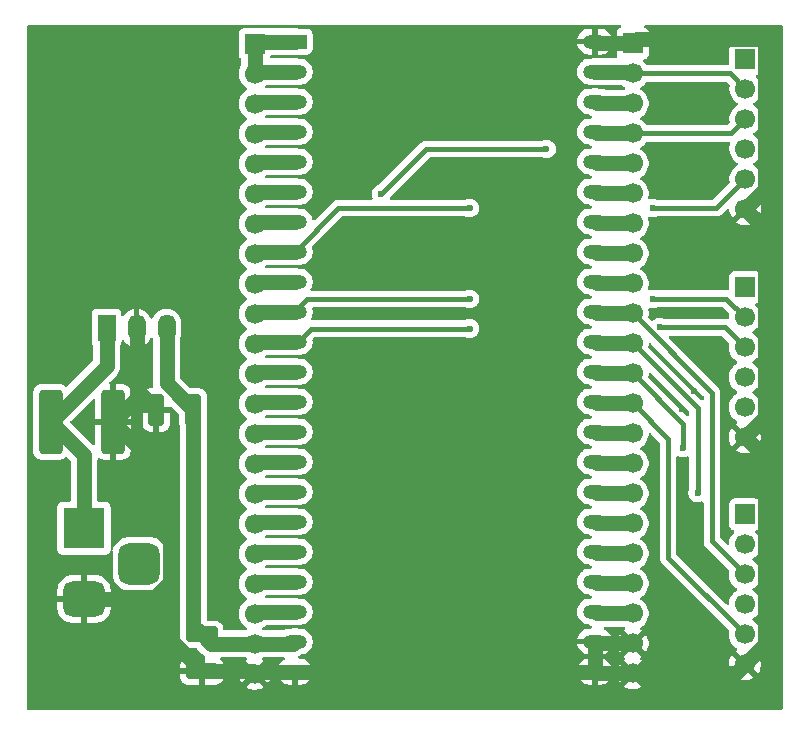
<source format=gbr>
%TF.GenerationSoftware,KiCad,Pcbnew,9.0.5*%
%TF.CreationDate,2026-01-28T15:10:35+09:00*%
%TF.ProjectId,esp32s3_serial_bridge_pcb,65737033-3273-4335-9f73-657269616c5f,V1.0*%
%TF.SameCoordinates,Original*%
%TF.FileFunction,Copper,L1,Top*%
%TF.FilePolarity,Positive*%
%FSLAX46Y46*%
G04 Gerber Fmt 4.6, Leading zero omitted, Abs format (unit mm)*
G04 Created by KiCad (PCBNEW 9.0.5) date 2026-01-28 15:10:35*
%MOMM*%
%LPD*%
G01*
G04 APERTURE LIST*
G04 Aperture macros list*
%AMRoundRect*
0 Rectangle with rounded corners*
0 $1 Rounding radius*
0 $2 $3 $4 $5 $6 $7 $8 $9 X,Y pos of 4 corners*
0 Add a 4 corners polygon primitive as box body*
4,1,4,$2,$3,$4,$5,$6,$7,$8,$9,$2,$3,0*
0 Add four circle primitives for the rounded corners*
1,1,$1+$1,$2,$3*
1,1,$1+$1,$4,$5*
1,1,$1+$1,$6,$7*
1,1,$1+$1,$8,$9*
0 Add four rect primitives between the rounded corners*
20,1,$1+$1,$2,$3,$4,$5,0*
20,1,$1+$1,$4,$5,$6,$7,0*
20,1,$1+$1,$6,$7,$8,$9,0*
20,1,$1+$1,$8,$9,$2,$3,0*%
G04 Aperture macros list end*
%TA.AperFunction,ComponentPad*%
%ADD10R,2.000000X1.200000*%
%TD*%
%TA.AperFunction,ComponentPad*%
%ADD11O,2.000000X1.200000*%
%TD*%
%TA.AperFunction,SMDPad,CuDef*%
%ADD12RoundRect,0.249999X-0.737501X-2.450001X0.737501X-2.450001X0.737501X2.450001X-0.737501X2.450001X0*%
%TD*%
%TA.AperFunction,ComponentPad*%
%ADD13R,1.700000X1.700000*%
%TD*%
%TA.AperFunction,ComponentPad*%
%ADD14C,1.700000*%
%TD*%
%TA.AperFunction,SMDPad,CuDef*%
%ADD15RoundRect,0.250000X-1.100000X0.412500X-1.100000X-0.412500X1.100000X-0.412500X1.100000X0.412500X0*%
%TD*%
%TA.AperFunction,ComponentPad*%
%ADD16R,1.500000X2.300000*%
%TD*%
%TA.AperFunction,ComponentPad*%
%ADD17O,1.500000X2.300000*%
%TD*%
%TA.AperFunction,SMDPad,CuDef*%
%ADD18RoundRect,0.250000X0.412500X1.100000X-0.412500X1.100000X-0.412500X-1.100000X0.412500X-1.100000X0*%
%TD*%
%TA.AperFunction,ComponentPad*%
%ADD19R,3.500000X3.500000*%
%TD*%
%TA.AperFunction,ComponentPad*%
%ADD20RoundRect,0.750000X1.000000X-0.750000X1.000000X0.750000X-1.000000X0.750000X-1.000000X-0.750000X0*%
%TD*%
%TA.AperFunction,ComponentPad*%
%ADD21RoundRect,0.875000X0.875000X-0.875000X0.875000X0.875000X-0.875000X0.875000X-0.875000X-0.875000X0*%
%TD*%
%TA.AperFunction,ViaPad*%
%ADD22C,0.600000*%
%TD*%
%TA.AperFunction,Conductor*%
%ADD23C,0.400000*%
%TD*%
%TA.AperFunction,Conductor*%
%ADD24C,1.270000*%
%TD*%
G04 APERTURE END LIST*
D10*
%TO.P,U3,1,3V3*%
%TO.N,+3.3V*%
X127195000Y-76903200D03*
D11*
%TO.P,U3,2,3V3*%
X127195000Y-79443200D03*
%TO.P,U3,3,CHIP_PU*%
%TO.N,RST*%
X127195000Y-81983200D03*
%TO.P,U3,4,GPIO4/ADC1_CH3*%
%TO.N,GPIO4*%
X127195000Y-84523200D03*
%TO.P,U3,5,GPIO5/ADC1_CH4*%
%TO.N,GPIO5*%
X127195000Y-87063200D03*
%TO.P,U3,6,GPIO6/ADC1_CH5*%
%TO.N,GPIO6*%
X127195000Y-89603200D03*
%TO.P,U3,7,GPIO7/ADC1_CH6*%
%TO.N,/GPIO7*%
X127195000Y-92143200D03*
%TO.P,U3,8,GPIO15/ADC2_CH4/32K_P*%
%TO.N,GPIO15_RTS0*%
X127195000Y-94683200D03*
%TO.P,U3,9,GPIO16/ADC2_CH5/32K_N*%
%TO.N,GPIO16_CTS0*%
X127195000Y-97223200D03*
%TO.P,U3,10,GPIO17/ADC2_CH6*%
%TO.N,GPIO17_TX1*%
X127195000Y-99763200D03*
%TO.P,U3,11,GPIO18/ADC2_CH7*%
%TO.N,GPIO18_RX1*%
X127195000Y-102303200D03*
%TO.P,U3,12,GPIO8/ADC1_CH7*%
%TO.N,GPIO8*%
X127195000Y-104843200D03*
%TO.P,U3,13,GPIO3/ADC1_CH2*%
%TO.N,GPIO3*%
X127195000Y-107383200D03*
%TO.P,U3,14,GPIO46*%
%TO.N,GPIO46*%
X127195000Y-109923200D03*
%TO.P,U3,15,GPIO9/ADC1_CH8*%
%TO.N,GPIO9*%
X127195000Y-112463200D03*
%TO.P,U3,16,GPIO10/ADC1_CH9*%
%TO.N,GPIO10*%
X127195000Y-115003200D03*
%TO.P,U3,17,GPIO11/ADC2_CH0*%
%TO.N,GPIO11*%
X127195000Y-117543200D03*
%TO.P,U3,18,GPIO12/ADC2_CH1*%
%TO.N,GPIO12*%
X127195000Y-120083200D03*
%TO.P,U3,19,GPIO13/ADC2_CH2*%
%TO.N,GPIO13*%
X127195000Y-122623200D03*
%TO.P,U3,20,GPIO14/ADC2_CH3*%
%TO.N,GPIO14*%
X127195000Y-125163200D03*
%TO.P,U3,21,5V*%
%TO.N,+5V*%
X127195000Y-127703200D03*
%TO.P,U3,22,GND*%
%TO.N,GND*%
X127195000Y-130243200D03*
%TO.P,U3,23,GND*%
X152595000Y-130243200D03*
%TO.P,U3,24,GND*%
X152595000Y-127703200D03*
%TO.P,U3,25,GPIO19/USB_D-*%
%TO.N,GPIO19_RTS1*%
X152595000Y-125163200D03*
%TO.P,U3,26,GPIO20/USB_D+*%
%TO.N,GPIO20_CTS1*%
X152595000Y-122623200D03*
%TO.P,U3,27,GPIO21*%
%TO.N,GPIO21*%
X152595000Y-120083200D03*
%TO.P,U3,28,GPIO47*%
%TO.N,GPIO47*%
X152595000Y-117543200D03*
%TO.P,U3,29,GPIO48*%
%TO.N,GPIO48*%
X152595000Y-115003200D03*
%TO.P,U3,30,GPIO45*%
%TO.N,GPIO45*%
X152595000Y-112463200D03*
%TO.P,U3,31,GPIO0*%
%TO.N,GPIO0*%
X152595000Y-109923200D03*
%TO.P,U3,32,GPIO35*%
%TO.N,GPIO35_RTS2*%
X152595000Y-107383200D03*
%TO.P,U3,33,GPIO36*%
%TO.N,GPIO36_CTS2*%
X152595000Y-104843200D03*
%TO.P,U3,34,GPIO37*%
%TO.N,GPIO37_TX2*%
X152595000Y-102303200D03*
%TO.P,U3,35,GPIO38*%
%TO.N,GPIO38_RX2*%
X152595000Y-99763200D03*
%TO.P,U3,36,GPIO39/MTCK*%
%TO.N,GPIO39*%
X152595000Y-97223200D03*
%TO.P,U3,37,GPIO40/MTDO*%
%TO.N,GPIO40*%
X152595000Y-94683200D03*
%TO.P,U3,38,GPIO41/MTDI*%
%TO.N,GPIO41*%
X152595000Y-92143200D03*
%TO.P,U3,39,GPIO42/MTMS*%
%TO.N,GPIO42*%
X152595000Y-89603200D03*
%TO.P,U3,40,GPIO2/ADC1_CH1*%
%TO.N,GPIO2*%
X152595000Y-87063200D03*
%TO.P,U3,41,GPIO1/ADC1_CH0*%
%TO.N,GPIO1_RX0*%
X152595000Y-84523200D03*
%TO.P,U3,42,GPIO44/U0RXD*%
%TO.N,GPIO44*%
X152595000Y-81983200D03*
%TO.P,U3,43,GPIO43/U0TXD*%
%TO.N,GPIO43_TX0*%
X152595000Y-79443200D03*
%TO.P,U3,44,GND*%
%TO.N,GND*%
X152595000Y-76903200D03*
%TD*%
D12*
%TO.P,C1,1*%
%TO.N,+12V*%
X106525000Y-109100000D03*
%TO.P,C1,2*%
%TO.N,GND*%
X111800000Y-109100000D03*
%TD*%
D13*
%TO.P,J3,1,Pin_1*%
%TO.N,GPIO16_CTS0*%
X165345000Y-78390000D03*
D14*
%TO.P,J3,2,Pin_2*%
%TO.N,GPIO43_TX0*%
X165345000Y-80930000D03*
%TO.P,J3,3,Pin_3*%
%TO.N,GPIO1_RX0*%
X165345000Y-83470000D03*
%TO.P,J3,4,Pin_4*%
%TO.N,+5V*%
X165345000Y-86010000D03*
%TO.P,J3,5,Pin_5*%
%TO.N,GPIO15_RTS0*%
X165345000Y-88550000D03*
%TO.P,J3,6,Pin_6*%
%TO.N,GND*%
X165345000Y-91090000D03*
%TD*%
D13*
%TO.P,J5,1,Pin_1*%
%TO.N,GPIO36_CTS2*%
X165300000Y-116940000D03*
D14*
%TO.P,J5,2,Pin_2*%
%TO.N,GPIO37_TX2*%
X165300000Y-119480000D03*
%TO.P,J5,3,Pin_3*%
%TO.N,GPIO38_RX2*%
X165300000Y-122020000D03*
%TO.P,J5,4,Pin_4*%
%TO.N,+5V*%
X165300000Y-124560000D03*
%TO.P,J5,5,Pin_5*%
%TO.N,GPIO35_RTS2*%
X165300000Y-127100000D03*
%TO.P,J5,6,Pin_6*%
%TO.N,GND*%
X165300000Y-129640000D03*
%TD*%
D15*
%TO.P,C3,1*%
%TO.N,+5V*%
X119300000Y-127100000D03*
%TO.P,C3,2*%
%TO.N,GND*%
X119300000Y-130225000D03*
%TD*%
D16*
%TO.P,U2,1,IN*%
%TO.N,+12V*%
X111252500Y-101170000D03*
D17*
%TO.P,U2,2,GND*%
%TO.N,GND*%
X113792500Y-101170000D03*
%TO.P,U2,3,OUT*%
%TO.N,+5V*%
X116332500Y-101170000D03*
%TD*%
D18*
%TO.P,C2,1*%
%TO.N,+5V*%
X118587500Y-108100000D03*
%TO.P,C2,2*%
%TO.N,GND*%
X115462500Y-108100000D03*
%TD*%
D13*
%TO.P,J1,1,Pin_1*%
%TO.N,GND*%
X155800000Y-77060000D03*
D14*
%TO.P,J1,2,Pin_2*%
%TO.N,GPIO43_TX0*%
X155800000Y-79600000D03*
%TO.P,J1,3,Pin_3*%
%TO.N,GPIO44*%
X155800000Y-82140000D03*
%TO.P,J1,4,Pin_4*%
%TO.N,GPIO1_RX0*%
X155800000Y-84680000D03*
%TO.P,J1,5,Pin_5*%
%TO.N,GPIO2*%
X155800000Y-87220000D03*
%TO.P,J1,6,Pin_6*%
%TO.N,GPIO42*%
X155800000Y-89760000D03*
%TO.P,J1,7,Pin_7*%
%TO.N,GPIO41*%
X155800000Y-92300000D03*
%TO.P,J1,8,Pin_8*%
%TO.N,GPIO40*%
X155800000Y-94840000D03*
%TO.P,J1,9,Pin_9*%
%TO.N,GPIO39*%
X155800000Y-97380000D03*
%TO.P,J1,10,Pin_10*%
%TO.N,GPIO38_RX2*%
X155800000Y-99920000D03*
%TO.P,J1,11,Pin_11*%
%TO.N,GPIO37_TX2*%
X155800000Y-102460000D03*
%TO.P,J1,12,Pin_12*%
%TO.N,GPIO36_CTS2*%
X155800000Y-105000000D03*
%TO.P,J1,13,Pin_13*%
%TO.N,GPIO35_RTS2*%
X155800000Y-107540000D03*
%TO.P,J1,14,Pin_14*%
%TO.N,GPIO0*%
X155800000Y-110080000D03*
%TO.P,J1,15,Pin_15*%
%TO.N,GPIO45*%
X155800000Y-112620000D03*
%TO.P,J1,16,Pin_16*%
%TO.N,GPIO48*%
X155800000Y-115160000D03*
%TO.P,J1,17,Pin_17*%
%TO.N,GPIO47*%
X155800000Y-117700000D03*
%TO.P,J1,18,Pin_18*%
%TO.N,GPIO21*%
X155800000Y-120240000D03*
%TO.P,J1,19,Pin_19*%
%TO.N,GPIO20_CTS1*%
X155800000Y-122780000D03*
%TO.P,J1,20,Pin_20*%
%TO.N,GPIO19_RTS1*%
X155800000Y-125320000D03*
%TO.P,J1,21,Pin_21*%
%TO.N,GND*%
X155800000Y-127860000D03*
%TO.P,J1,22,Pin_22*%
X155800000Y-130400000D03*
%TD*%
D19*
%TO.P,J6,1*%
%TO.N,+12V*%
X109342500Y-118100000D03*
D20*
%TO.P,J6,2*%
%TO.N,GND*%
X109342500Y-124100000D03*
D21*
%TO.P,J6,3*%
%TO.N,unconnected-(J6-Pad3)*%
X114042500Y-121100000D03*
%TD*%
D13*
%TO.P,J4,1,Pin_1*%
%TO.N,GPIO20_CTS1*%
X165300000Y-97710000D03*
D14*
%TO.P,J4,2,Pin_2*%
%TO.N,GPIO17_TX1*%
X165300000Y-100250000D03*
%TO.P,J4,3,Pin_3*%
%TO.N,GPIO18_RX1*%
X165300000Y-102790000D03*
%TO.P,J4,4,Pin_4*%
%TO.N,+5V*%
X165300000Y-105330000D03*
%TO.P,J4,5,Pin_5*%
%TO.N,GPIO19_RTS1*%
X165300000Y-107870000D03*
%TO.P,J4,6,Pin_6*%
%TO.N,GND*%
X165300000Y-110410000D03*
%TD*%
D13*
%TO.P,J2,1,Pin_1*%
%TO.N,+3.3V*%
X123800000Y-77100000D03*
D14*
%TO.P,J2,2,Pin_2*%
X123800000Y-79640000D03*
%TO.P,J2,3,Pin_3*%
%TO.N,RST*%
X123800000Y-82180000D03*
%TO.P,J2,4,Pin_4*%
%TO.N,GPIO4*%
X123800000Y-84720000D03*
%TO.P,J2,5,Pin_5*%
%TO.N,GPIO5*%
X123800000Y-87260000D03*
%TO.P,J2,6,Pin_6*%
%TO.N,GPIO6*%
X123800000Y-89800000D03*
%TO.P,J2,7,Pin_7*%
%TO.N,/GPIO7*%
X123800000Y-92340000D03*
%TO.P,J2,8,Pin_8*%
%TO.N,GPIO15_RTS0*%
X123800000Y-94880000D03*
%TO.P,J2,9,Pin_9*%
%TO.N,GPIO16_CTS0*%
X123800000Y-97420000D03*
%TO.P,J2,10,Pin_10*%
%TO.N,GPIO17_TX1*%
X123800000Y-99960000D03*
%TO.P,J2,11,Pin_11*%
%TO.N,GPIO18_RX1*%
X123800000Y-102500000D03*
%TO.P,J2,12,Pin_12*%
%TO.N,GPIO8*%
X123800000Y-105040000D03*
%TO.P,J2,13,Pin_13*%
%TO.N,GPIO3*%
X123800000Y-107580000D03*
%TO.P,J2,14,Pin_14*%
%TO.N,GPIO46*%
X123800000Y-110120000D03*
%TO.P,J2,15,Pin_15*%
%TO.N,GPIO9*%
X123800000Y-112660000D03*
%TO.P,J2,16,Pin_16*%
%TO.N,GPIO10*%
X123800000Y-115200000D03*
%TO.P,J2,17,Pin_17*%
%TO.N,GPIO11*%
X123800000Y-117740000D03*
%TO.P,J2,18,Pin_18*%
%TO.N,GPIO12*%
X123800000Y-120280000D03*
%TO.P,J2,19,Pin_19*%
%TO.N,GPIO13*%
X123800000Y-122820000D03*
%TO.P,J2,20,Pin_20*%
%TO.N,GPIO14*%
X123800000Y-125360000D03*
%TO.P,J2,21,Pin_21*%
%TO.N,+5V*%
X123800000Y-127900000D03*
%TO.P,J2,22,Pin_22*%
%TO.N,GND*%
X123800000Y-130440000D03*
%TD*%
D22*
%TO.N,GND*%
X159200000Y-81800000D03*
%TO.N,GPIO16_CTS0*%
X148500000Y-86000000D03*
X134500000Y-89800000D03*
%TO.N,GPIO18_RX1*%
X142000000Y-101200000D03*
%TO.N,GPIO17_TX1*%
X142000000Y-98700000D03*
X157500000Y-98700000D03*
%TO.N,GPIO15_RTS0*%
X142000000Y-91000000D03*
X157500000Y-91000000D03*
%TO.N,GND*%
X161000000Y-106500000D03*
X160000000Y-108000000D03*
X162000000Y-104000000D03*
X163000000Y-122000000D03*
X160000000Y-100000000D03*
X159000000Y-88000000D03*
%TO.N,GPIO18_RX1*%
X158100000Y-101100000D03*
%TO.N,GPIO36_CTS2*%
X160100000Y-111300000D03*
%TO.N,GPIO37_TX2*%
X161300000Y-115100000D03*
%TD*%
D23*
%TO.N,GPIO16_CTS0*%
X148500000Y-86000000D02*
X138300000Y-86000000D01*
X138300000Y-86000000D02*
X134500000Y-89800000D01*
%TO.N,GPIO18_RX1*%
X127496800Y-102303200D02*
X127195000Y-102303200D01*
X128600000Y-101200000D02*
X127496800Y-102303200D01*
X142000000Y-101200000D02*
X128600000Y-101200000D01*
%TO.N,GPIO17_TX1*%
X128258200Y-98700000D02*
X127195000Y-99763200D01*
X142000000Y-98700000D02*
X128258200Y-98700000D01*
X157531000Y-98669000D02*
X157500000Y-98700000D01*
X163719000Y-98669000D02*
X157531000Y-98669000D01*
%TO.N,GPIO15_RTS0*%
X141989000Y-91011000D02*
X130867200Y-91011000D01*
X142000000Y-91000000D02*
X141989000Y-91011000D01*
X162884000Y-91011000D02*
X157511000Y-91011000D01*
X157511000Y-91011000D02*
X157500000Y-91000000D01*
%TO.N,GPIO35_RTS2*%
X158800000Y-110540000D02*
X155800000Y-107540000D01*
X158800000Y-120600000D02*
X158800000Y-110540000D01*
X165300000Y-127100000D02*
X158800000Y-120600000D01*
D24*
%TO.N,+3.3V*%
X123800000Y-77100000D02*
X123800000Y-79640000D01*
D23*
%TO.N,GPIO18_RX1*%
X163610000Y-101100000D02*
X158100000Y-101100000D01*
X165300000Y-102790000D02*
X163610000Y-101100000D01*
%TO.N,GPIO36_CTS2*%
X160100000Y-109300000D02*
X160100000Y-111300000D01*
X155800000Y-105000000D02*
X160100000Y-109300000D01*
%TO.N,GPIO37_TX2*%
X161300000Y-107960000D02*
X161300000Y-115100000D01*
X155800000Y-102460000D02*
X161300000Y-107960000D01*
%TO.N,GPIO38_RX2*%
X162500000Y-106620000D02*
X162500000Y-119220000D01*
X155800000Y-99920000D02*
X162500000Y-106620000D01*
X162500000Y-119220000D02*
X165300000Y-122020000D01*
%TO.N,GPIO17_TX1*%
X163719000Y-98669000D02*
X165300000Y-100250000D01*
%TO.N,GPIO1_RX0*%
X164135000Y-84680000D02*
X155800000Y-84680000D01*
X165345000Y-83470000D02*
X164135000Y-84680000D01*
%TO.N,GPIO43_TX0*%
X164015000Y-79600000D02*
X155800000Y-79600000D01*
X165345000Y-80930000D02*
X164015000Y-79600000D01*
%TO.N,GPIO15_RTS0*%
X162884000Y-91011000D02*
X165345000Y-88550000D01*
X127195000Y-94683200D02*
X130867200Y-91011000D01*
D24*
%TO.N,GND*%
X167031000Y-76704000D02*
X167031000Y-89404000D01*
X167031000Y-89404000D02*
X165345000Y-91090000D01*
X156156000Y-76704000D02*
X167031000Y-76704000D01*
X155800000Y-77060000D02*
X156156000Y-76704000D01*
X166986000Y-108724000D02*
X165300000Y-110410000D01*
X166986000Y-92731000D02*
X166986000Y-108724000D01*
X165345000Y-91090000D02*
X166986000Y-92731000D01*
X166986000Y-127954000D02*
X165300000Y-129640000D01*
X166986000Y-112096000D02*
X166986000Y-127954000D01*
X165300000Y-110410000D02*
X166986000Y-112096000D01*
X127195000Y-130243200D02*
X152595000Y-130243200D01*
X152595000Y-127703200D02*
X152595000Y-130243200D01*
%TO.N,GPIO14*%
X123996800Y-125163200D02*
X123800000Y-125360000D01*
X127195000Y-125163200D02*
X123996800Y-125163200D01*
%TO.N,GPIO13*%
X123996800Y-122623200D02*
X123800000Y-122820000D01*
X127195000Y-122623200D02*
X123996800Y-122623200D01*
%TO.N,GPIO12*%
X123996800Y-120083200D02*
X123800000Y-120280000D01*
X127195000Y-120083200D02*
X123996800Y-120083200D01*
%TO.N,GPIO11*%
X123996800Y-117543200D02*
X123800000Y-117740000D01*
X127195000Y-117543200D02*
X123996800Y-117543200D01*
%TO.N,GPIO10*%
X123996800Y-115003200D02*
X123800000Y-115200000D01*
X127195000Y-115003200D02*
X123996800Y-115003200D01*
%TO.N,GPIO9*%
X123996800Y-112463200D02*
X123800000Y-112660000D01*
X127195000Y-112463200D02*
X123996800Y-112463200D01*
%TO.N,GPIO46*%
X123996800Y-109923200D02*
X123800000Y-110120000D01*
X127195000Y-109923200D02*
X123996800Y-109923200D01*
%TO.N,GPIO3*%
X123996800Y-107383200D02*
X123800000Y-107580000D01*
X127195000Y-107383200D02*
X123996800Y-107383200D01*
%TO.N,GPIO8*%
X123996800Y-104843200D02*
X123800000Y-105040000D01*
X127195000Y-104843200D02*
X123996800Y-104843200D01*
%TO.N,GPIO18_RX1*%
X123996800Y-102303200D02*
X123800000Y-102500000D01*
X127195000Y-102303200D02*
X123996800Y-102303200D01*
%TO.N,GPIO17_TX1*%
X123996800Y-99763200D02*
X123800000Y-99960000D01*
X127195000Y-99763200D02*
X123996800Y-99763200D01*
%TO.N,GPIO16_CTS0*%
X123996800Y-97223200D02*
X123800000Y-97420000D01*
X127195000Y-97223200D02*
X123996800Y-97223200D01*
%TO.N,GPIO15_RTS0*%
X123996800Y-94683200D02*
X123800000Y-94880000D01*
X127195000Y-94683200D02*
X123996800Y-94683200D01*
%TO.N,/GPIO7*%
X123996800Y-92143200D02*
X123800000Y-92340000D01*
X127195000Y-92143200D02*
X123996800Y-92143200D01*
%TO.N,GPIO6*%
X123996800Y-89603200D02*
X123800000Y-89800000D01*
X127195000Y-89603200D02*
X123996800Y-89603200D01*
%TO.N,GPIO5*%
X123996800Y-87063200D02*
X123800000Y-87260000D01*
X127195000Y-87063200D02*
X123996800Y-87063200D01*
%TO.N,GPIO4*%
X127195000Y-84523200D02*
X123996800Y-84523200D01*
X123996800Y-84523200D02*
X123800000Y-84720000D01*
%TO.N,RST*%
X123996800Y-81983200D02*
X123800000Y-82180000D01*
X127195000Y-81983200D02*
X123996800Y-81983200D01*
%TO.N,+3.3V*%
X123996800Y-79443200D02*
X123800000Y-79640000D01*
X127195000Y-79443200D02*
X123996800Y-79443200D01*
X123996800Y-76903200D02*
X123800000Y-77100000D01*
X127195000Y-76903200D02*
X123996800Y-76903200D01*
%TO.N,GND*%
X155800000Y-130400000D02*
X164540000Y-130400000D01*
X164540000Y-130400000D02*
X165300000Y-129640000D01*
X152751800Y-130400000D02*
X152595000Y-130243200D01*
X155800000Y-130400000D02*
X152751800Y-130400000D01*
X155800000Y-127860000D02*
X152751800Y-127860000D01*
X152751800Y-127860000D02*
X152595000Y-127703200D01*
%TO.N,GPIO19_RTS1*%
X152751800Y-125320000D02*
X152595000Y-125163200D01*
X155800000Y-125320000D02*
X152751800Y-125320000D01*
%TO.N,GPIO20_CTS1*%
X152751800Y-122780000D02*
X152595000Y-122623200D01*
X155800000Y-122780000D02*
X152751800Y-122780000D01*
%TO.N,GPIO21*%
X152751800Y-120240000D02*
X152595000Y-120083200D01*
X155800000Y-120240000D02*
X152751800Y-120240000D01*
%TO.N,GPIO47*%
X152751800Y-117700000D02*
X152595000Y-117543200D01*
X155800000Y-117700000D02*
X152751800Y-117700000D01*
%TO.N,GPIO48*%
X152751800Y-115160000D02*
X152595000Y-115003200D01*
X155800000Y-115160000D02*
X152751800Y-115160000D01*
%TO.N,GPIO45*%
X152751800Y-112620000D02*
X152595000Y-112463200D01*
X155800000Y-112620000D02*
X152751800Y-112620000D01*
%TO.N,GPIO0*%
X152751800Y-110080000D02*
X152595000Y-109923200D01*
X155800000Y-110080000D02*
X152751800Y-110080000D01*
%TO.N,GPIO35_RTS2*%
X152751800Y-107540000D02*
X152595000Y-107383200D01*
X155800000Y-107540000D02*
X152751800Y-107540000D01*
%TO.N,GPIO36_CTS2*%
X152751800Y-105000000D02*
X152595000Y-104843200D01*
X155800000Y-105000000D02*
X152751800Y-105000000D01*
%TO.N,GPIO37_TX2*%
X152751800Y-102460000D02*
X152595000Y-102303200D01*
X155800000Y-102460000D02*
X152751800Y-102460000D01*
%TO.N,GPIO38_RX2*%
X152751800Y-99920000D02*
X152595000Y-99763200D01*
X155800000Y-99920000D02*
X152751800Y-99920000D01*
%TO.N,GPIO39*%
X152751800Y-97380000D02*
X152595000Y-97223200D01*
X155800000Y-97380000D02*
X152751800Y-97380000D01*
%TO.N,GPIO40*%
X152751800Y-94840000D02*
X152595000Y-94683200D01*
X155800000Y-94840000D02*
X152751800Y-94840000D01*
%TO.N,GPIO41*%
X152751800Y-92300000D02*
X152595000Y-92143200D01*
X155800000Y-92300000D02*
X152751800Y-92300000D01*
%TO.N,GPIO42*%
X152751800Y-89760000D02*
X152595000Y-89603200D01*
X155800000Y-89760000D02*
X152751800Y-89760000D01*
%TO.N,GPIO2*%
X152751800Y-87220000D02*
X152595000Y-87063200D01*
X155800000Y-87220000D02*
X152751800Y-87220000D01*
%TO.N,GPIO1_RX0*%
X152751800Y-84680000D02*
X152595000Y-84523200D01*
X155800000Y-84680000D02*
X152751800Y-84680000D01*
%TO.N,GPIO44*%
X152751800Y-82140000D02*
X152595000Y-81983200D01*
X155800000Y-82140000D02*
X152751800Y-82140000D01*
%TO.N,GPIO43_TX0*%
X152595000Y-79443200D02*
X155643200Y-79443200D01*
X155643200Y-79443200D02*
X155800000Y-79600000D01*
%TO.N,GND*%
X152751800Y-77060000D02*
X152595000Y-76903200D01*
X155800000Y-77060000D02*
X152751800Y-77060000D01*
X123996800Y-130243200D02*
X123800000Y-130440000D01*
X127195000Y-130243200D02*
X123996800Y-130243200D01*
X123585000Y-130225000D02*
X123800000Y-130440000D01*
X119300000Y-130225000D02*
X123585000Y-130225000D01*
X115219518Y-126144518D02*
X115219518Y-124100000D01*
X119300000Y-130225000D02*
X115219518Y-126144518D01*
%TO.N,+5V*%
X116332500Y-105845000D02*
X118587500Y-108100000D01*
X116332500Y-101170000D02*
X116332500Y-105845000D01*
%TO.N,GND*%
X116628500Y-122691018D02*
X115219518Y-124100000D01*
X116628500Y-113928500D02*
X116628500Y-122691018D01*
X115219518Y-124100000D02*
X109342500Y-124100000D01*
X111800000Y-109100000D02*
X116628500Y-113928500D01*
X113792500Y-106430000D02*
X115462500Y-108100000D01*
X113792500Y-101170000D02*
X113792500Y-106430000D01*
X113792500Y-107107500D02*
X111800000Y-109100000D01*
X113792500Y-101170000D02*
X113792500Y-107107500D01*
%TO.N,+12V*%
X111252500Y-104372500D02*
X106525000Y-109100000D01*
X111252500Y-101170000D02*
X111252500Y-104372500D01*
X109342500Y-111917500D02*
X106525000Y-109100000D01*
X109342500Y-118100000D02*
X109342500Y-111917500D01*
%TO.N,+5V*%
X126998200Y-127900000D02*
X127195000Y-127703200D01*
X123800000Y-127900000D02*
X126998200Y-127900000D01*
X123800000Y-127900000D02*
X120100000Y-127900000D01*
X120100000Y-127900000D02*
X119300000Y-127100000D01*
X118587500Y-126387500D02*
X119300000Y-127100000D01*
X118587500Y-108100000D02*
X118587500Y-126387500D01*
%TD*%
%TA.AperFunction,Conductor*%
%TO.N,GND*%
G36*
X154801231Y-75520185D02*
G01*
X154846986Y-75572989D01*
X154856930Y-75642147D01*
X154827905Y-75705703D01*
X154777525Y-75740682D01*
X154707913Y-75766645D01*
X154707906Y-75766649D01*
X154592812Y-75852809D01*
X154592809Y-75852812D01*
X154506649Y-75967906D01*
X154506645Y-75967913D01*
X154456403Y-76102620D01*
X154456401Y-76102627D01*
X154450000Y-76162155D01*
X154450000Y-76810000D01*
X155366988Y-76810000D01*
X155334075Y-76867007D01*
X155300000Y-76994174D01*
X155300000Y-77125826D01*
X155334075Y-77252993D01*
X155366988Y-77310000D01*
X154450000Y-77310000D01*
X154450000Y-77957844D01*
X154456401Y-78017372D01*
X154456403Y-78017379D01*
X154502275Y-78140367D01*
X154507259Y-78210058D01*
X154473774Y-78271381D01*
X154412451Y-78304866D01*
X154386093Y-78307700D01*
X152505634Y-78307700D01*
X152461501Y-78314690D01*
X152329100Y-78335660D01*
X152326116Y-78336630D01*
X152287796Y-78342700D01*
X152108389Y-78342700D01*
X152072129Y-78348443D01*
X151937302Y-78369797D01*
X151772552Y-78423328D01*
X151618211Y-78501968D01*
X151559036Y-78544962D01*
X151478072Y-78603786D01*
X151478070Y-78603788D01*
X151478069Y-78603788D01*
X151355588Y-78726269D01*
X151355588Y-78726270D01*
X151355586Y-78726272D01*
X151319820Y-78775500D01*
X151253768Y-78866411D01*
X151175128Y-79020752D01*
X151121597Y-79185502D01*
X151105382Y-79287883D01*
X151094500Y-79356589D01*
X151094500Y-79529811D01*
X151121598Y-79700901D01*
X151175127Y-79865645D01*
X151253768Y-80019988D01*
X151355586Y-80160128D01*
X151478072Y-80282614D01*
X151618212Y-80384432D01*
X151772555Y-80463073D01*
X151937299Y-80516602D01*
X152108389Y-80543700D01*
X152287796Y-80543700D01*
X152296484Y-80546251D01*
X152305447Y-80544963D01*
X152326116Y-80549770D01*
X152328964Y-80550694D01*
X152329103Y-80550740D01*
X152505634Y-80578700D01*
X154817442Y-80578700D01*
X154884481Y-80598385D01*
X154905123Y-80615019D01*
X154920213Y-80630109D01*
X155092182Y-80755050D01*
X155100946Y-80759516D01*
X155108927Y-80767054D01*
X155119204Y-80770916D01*
X155133878Y-80790620D01*
X155151742Y-80807491D01*
X155154380Y-80818147D01*
X155160938Y-80826952D01*
X155162630Y-80851463D01*
X155168536Y-80875312D01*
X155164994Y-80885703D01*
X155165751Y-80896655D01*
X155153924Y-80918188D01*
X155145998Y-80941447D01*
X155136518Y-80949880D01*
X155132116Y-80957896D01*
X155107262Y-80975906D01*
X155103810Y-80978978D01*
X155102392Y-80979747D01*
X155092184Y-80984949D01*
X155090331Y-80986295D01*
X155084468Y-80989478D01*
X155059666Y-80994809D01*
X155025308Y-81004500D01*
X153528022Y-81004500D01*
X153471727Y-80990985D01*
X153468769Y-80989478D01*
X153417445Y-80963327D01*
X153252701Y-80909798D01*
X153252699Y-80909797D01*
X153252698Y-80909797D01*
X153100571Y-80885703D01*
X153081611Y-80882700D01*
X153081610Y-80882700D01*
X152902207Y-80882700D01*
X152863887Y-80876630D01*
X152860903Y-80875660D01*
X152860897Y-80875659D01*
X152684370Y-80847700D01*
X152684366Y-80847700D01*
X152505634Y-80847700D01*
X152505630Y-80847700D01*
X152329102Y-80875659D01*
X152329096Y-80875660D01*
X152326113Y-80876630D01*
X152287793Y-80882700D01*
X152108389Y-80882700D01*
X152089429Y-80885703D01*
X151937302Y-80909797D01*
X151772552Y-80963328D01*
X151618211Y-81041968D01*
X151538256Y-81100059D01*
X151478072Y-81143786D01*
X151478070Y-81143788D01*
X151478069Y-81143788D01*
X151355588Y-81266269D01*
X151355588Y-81266270D01*
X151355586Y-81266272D01*
X151311859Y-81326456D01*
X151253768Y-81406411D01*
X151175128Y-81560752D01*
X151121597Y-81725502D01*
X151108248Y-81809786D01*
X151094500Y-81896589D01*
X151094500Y-82069811D01*
X151121598Y-82240901D01*
X151175127Y-82405645D01*
X151253768Y-82559988D01*
X151355586Y-82700128D01*
X151478072Y-82822614D01*
X151618212Y-82924432D01*
X151772555Y-83003073D01*
X151937299Y-83056602D01*
X152092378Y-83081164D01*
X152095969Y-83082366D01*
X152098041Y-83082196D01*
X152106126Y-83085766D01*
X152131240Y-83094175D01*
X152138870Y-83098235D01*
X152156668Y-83111167D01*
X152308912Y-83188739D01*
X152309850Y-83189238D01*
X152334055Y-83212931D01*
X152358681Y-83236189D01*
X152358958Y-83237308D01*
X152359780Y-83238113D01*
X152367331Y-83271121D01*
X152375476Y-83304010D01*
X152375104Y-83305099D01*
X152375362Y-83306223D01*
X152363858Y-83338100D01*
X152352939Y-83370145D01*
X152352037Y-83370861D01*
X152351646Y-83371945D01*
X152324736Y-83392541D01*
X152298224Y-83413597D01*
X152296888Y-83413857D01*
X152296164Y-83414412D01*
X152292507Y-83414712D01*
X152251590Y-83422700D01*
X152108389Y-83422700D01*
X152089429Y-83425703D01*
X151937302Y-83449797D01*
X151772552Y-83503328D01*
X151618211Y-83581968D01*
X151538256Y-83640059D01*
X151478072Y-83683786D01*
X151478070Y-83683788D01*
X151478069Y-83683788D01*
X151355588Y-83806269D01*
X151355588Y-83806270D01*
X151355586Y-83806272D01*
X151311859Y-83866456D01*
X151253768Y-83946411D01*
X151175128Y-84100752D01*
X151121597Y-84265502D01*
X151108248Y-84349786D01*
X151094500Y-84436589D01*
X151094500Y-84609811D01*
X151121598Y-84780901D01*
X151175127Y-84945645D01*
X151253768Y-85099988D01*
X151355586Y-85240128D01*
X151478072Y-85362614D01*
X151618212Y-85464432D01*
X151772555Y-85543073D01*
X151937299Y-85596602D01*
X152092378Y-85621164D01*
X152095969Y-85622366D01*
X152098041Y-85622196D01*
X152106126Y-85625766D01*
X152131240Y-85634175D01*
X152138870Y-85638235D01*
X152156668Y-85651167D01*
X152308912Y-85728739D01*
X152309850Y-85729238D01*
X152334055Y-85752931D01*
X152358681Y-85776189D01*
X152358958Y-85777308D01*
X152359780Y-85778113D01*
X152367331Y-85811121D01*
X152375476Y-85844010D01*
X152375104Y-85845099D01*
X152375362Y-85846223D01*
X152363858Y-85878100D01*
X152352939Y-85910145D01*
X152352037Y-85910861D01*
X152351646Y-85911945D01*
X152324736Y-85932541D01*
X152298224Y-85953597D01*
X152296888Y-85953857D01*
X152296164Y-85954412D01*
X152292507Y-85954712D01*
X152251590Y-85962700D01*
X152108389Y-85962700D01*
X152072129Y-85968443D01*
X151937302Y-85989797D01*
X151772552Y-86043328D01*
X151618211Y-86121968D01*
X151538256Y-86180059D01*
X151478072Y-86223786D01*
X151478070Y-86223788D01*
X151478069Y-86223788D01*
X151355588Y-86346269D01*
X151355588Y-86346270D01*
X151355586Y-86346272D01*
X151311859Y-86406456D01*
X151253768Y-86486411D01*
X151175128Y-86640752D01*
X151121597Y-86805502D01*
X151108248Y-86889786D01*
X151094500Y-86976589D01*
X151094500Y-87149811D01*
X151121598Y-87320901D01*
X151175127Y-87485645D01*
X151253768Y-87639988D01*
X151355586Y-87780128D01*
X151478072Y-87902614D01*
X151618212Y-88004432D01*
X151772555Y-88083073D01*
X151937299Y-88136602D01*
X152092378Y-88161164D01*
X152095969Y-88162366D01*
X152098041Y-88162196D01*
X152106126Y-88165766D01*
X152131240Y-88174175D01*
X152138870Y-88178235D01*
X152156668Y-88191167D01*
X152308912Y-88268739D01*
X152309850Y-88269238D01*
X152334055Y-88292931D01*
X152358681Y-88316189D01*
X152358958Y-88317308D01*
X152359780Y-88318113D01*
X152367331Y-88351121D01*
X152375476Y-88384010D01*
X152375104Y-88385099D01*
X152375362Y-88386223D01*
X152363858Y-88418100D01*
X152352939Y-88450145D01*
X152352037Y-88450861D01*
X152351646Y-88451945D01*
X152324736Y-88472541D01*
X152298224Y-88493597D01*
X152296888Y-88493857D01*
X152296164Y-88494412D01*
X152292507Y-88494712D01*
X152251590Y-88502700D01*
X152108389Y-88502700D01*
X152072129Y-88508443D01*
X151937302Y-88529797D01*
X151772552Y-88583328D01*
X151618211Y-88661968D01*
X151538256Y-88720059D01*
X151478072Y-88763786D01*
X151478070Y-88763788D01*
X151478069Y-88763788D01*
X151355588Y-88886269D01*
X151355588Y-88886270D01*
X151355586Y-88886272D01*
X151311859Y-88946456D01*
X151253768Y-89026411D01*
X151175128Y-89180752D01*
X151121597Y-89345502D01*
X151109669Y-89420814D01*
X151094500Y-89516589D01*
X151094500Y-89689811D01*
X151096914Y-89705051D01*
X151114322Y-89814966D01*
X151121598Y-89860901D01*
X151175127Y-90025645D01*
X151253768Y-90179988D01*
X151355586Y-90320128D01*
X151478072Y-90442614D01*
X151618212Y-90544432D01*
X151772555Y-90623073D01*
X151937299Y-90676602D01*
X152092378Y-90701164D01*
X152095969Y-90702366D01*
X152098041Y-90702196D01*
X152106126Y-90705766D01*
X152131240Y-90714175D01*
X152138870Y-90718235D01*
X152156668Y-90731167D01*
X152308912Y-90808739D01*
X152309850Y-90809238D01*
X152334055Y-90832931D01*
X152358681Y-90856189D01*
X152358958Y-90857308D01*
X152359780Y-90858113D01*
X152367331Y-90891121D01*
X152375476Y-90924010D01*
X152375104Y-90925099D01*
X152375362Y-90926223D01*
X152363858Y-90958100D01*
X152352939Y-90990145D01*
X152352037Y-90990861D01*
X152351646Y-90991945D01*
X152324736Y-91012541D01*
X152298224Y-91033597D01*
X152296888Y-91033857D01*
X152296164Y-91034412D01*
X152292507Y-91034712D01*
X152251590Y-91042700D01*
X152108389Y-91042700D01*
X152089429Y-91045703D01*
X151937302Y-91069797D01*
X151772552Y-91123328D01*
X151618211Y-91201968D01*
X151538256Y-91260059D01*
X151478072Y-91303786D01*
X151478070Y-91303788D01*
X151478069Y-91303788D01*
X151355588Y-91426269D01*
X151355588Y-91426270D01*
X151355586Y-91426272D01*
X151311859Y-91486456D01*
X151253768Y-91566411D01*
X151175128Y-91720752D01*
X151121597Y-91885502D01*
X151094500Y-92056589D01*
X151094500Y-92229810D01*
X151112125Y-92341095D01*
X151121598Y-92400901D01*
X151175127Y-92565645D01*
X151253768Y-92719988D01*
X151355586Y-92860128D01*
X151478072Y-92982614D01*
X151618212Y-93084432D01*
X151772555Y-93163073D01*
X151937299Y-93216602D01*
X152092378Y-93241164D01*
X152095969Y-93242366D01*
X152098041Y-93242196D01*
X152106126Y-93245766D01*
X152131240Y-93254175D01*
X152138870Y-93258235D01*
X152156668Y-93271167D01*
X152308912Y-93348739D01*
X152309850Y-93349238D01*
X152334055Y-93372931D01*
X152358681Y-93396189D01*
X152358958Y-93397308D01*
X152359780Y-93398113D01*
X152367331Y-93431121D01*
X152375476Y-93464010D01*
X152375104Y-93465099D01*
X152375362Y-93466223D01*
X152363858Y-93498100D01*
X152352939Y-93530145D01*
X152352037Y-93530861D01*
X152351646Y-93531945D01*
X152324736Y-93552541D01*
X152298224Y-93573597D01*
X152296888Y-93573857D01*
X152296164Y-93574412D01*
X152292507Y-93574712D01*
X152251590Y-93582700D01*
X152108389Y-93582700D01*
X152089429Y-93585703D01*
X151937302Y-93609797D01*
X151772552Y-93663328D01*
X151618211Y-93741968D01*
X151538256Y-93800059D01*
X151478072Y-93843786D01*
X151478070Y-93843788D01*
X151478069Y-93843788D01*
X151355588Y-93966269D01*
X151355588Y-93966270D01*
X151355586Y-93966272D01*
X151311859Y-94026456D01*
X151253768Y-94106411D01*
X151175128Y-94260752D01*
X151121597Y-94425502D01*
X151121597Y-94425504D01*
X151094500Y-94596589D01*
X151094500Y-94769811D01*
X151121598Y-94940901D01*
X151175127Y-95105645D01*
X151253768Y-95259988D01*
X151355586Y-95400128D01*
X151478072Y-95522614D01*
X151618212Y-95624432D01*
X151772555Y-95703073D01*
X151937299Y-95756602D01*
X152092378Y-95781164D01*
X152095969Y-95782366D01*
X152098041Y-95782196D01*
X152106126Y-95785766D01*
X152131240Y-95794175D01*
X152138870Y-95798235D01*
X152156668Y-95811167D01*
X152308912Y-95888739D01*
X152309850Y-95889238D01*
X152334055Y-95912931D01*
X152358681Y-95936189D01*
X152358958Y-95937308D01*
X152359780Y-95938113D01*
X152367331Y-95971121D01*
X152375476Y-96004010D01*
X152375104Y-96005099D01*
X152375362Y-96006223D01*
X152363858Y-96038100D01*
X152352939Y-96070145D01*
X152352037Y-96070861D01*
X152351646Y-96071945D01*
X152324736Y-96092541D01*
X152298224Y-96113597D01*
X152296888Y-96113857D01*
X152296164Y-96114412D01*
X152292507Y-96114712D01*
X152251590Y-96122700D01*
X152108389Y-96122700D01*
X152089429Y-96125703D01*
X151937302Y-96149797D01*
X151772552Y-96203328D01*
X151618211Y-96281968D01*
X151538256Y-96340059D01*
X151478072Y-96383786D01*
X151478070Y-96383788D01*
X151478069Y-96383788D01*
X151355588Y-96506269D01*
X151355588Y-96506270D01*
X151355586Y-96506272D01*
X151311859Y-96566456D01*
X151253768Y-96646411D01*
X151175128Y-96800752D01*
X151121597Y-96965502D01*
X151106035Y-97063757D01*
X151094500Y-97136589D01*
X151094500Y-97309811D01*
X151121598Y-97480901D01*
X151175127Y-97645645D01*
X151253768Y-97799988D01*
X151355586Y-97940128D01*
X151478072Y-98062614D01*
X151618212Y-98164432D01*
X151772555Y-98243073D01*
X151937299Y-98296602D01*
X152092378Y-98321164D01*
X152095969Y-98322366D01*
X152098041Y-98322196D01*
X152106126Y-98325766D01*
X152131240Y-98334175D01*
X152138870Y-98338235D01*
X152156668Y-98351167D01*
X152308912Y-98428739D01*
X152309850Y-98429238D01*
X152334055Y-98452931D01*
X152358681Y-98476189D01*
X152358958Y-98477308D01*
X152359780Y-98478113D01*
X152367331Y-98511121D01*
X152375476Y-98544010D01*
X152375104Y-98545099D01*
X152375362Y-98546223D01*
X152363858Y-98578100D01*
X152352939Y-98610145D01*
X152352037Y-98610861D01*
X152351646Y-98611945D01*
X152324736Y-98632541D01*
X152298224Y-98653597D01*
X152296888Y-98653857D01*
X152296164Y-98654412D01*
X152292507Y-98654712D01*
X152251590Y-98662700D01*
X152108389Y-98662700D01*
X152072129Y-98668443D01*
X151937302Y-98689797D01*
X151772552Y-98743328D01*
X151618211Y-98821968D01*
X151538256Y-98880059D01*
X151478072Y-98923786D01*
X151478070Y-98923788D01*
X151478069Y-98923788D01*
X151355588Y-99046269D01*
X151355588Y-99046270D01*
X151355586Y-99046272D01*
X151320220Y-99094949D01*
X151253768Y-99186411D01*
X151175128Y-99340752D01*
X151121597Y-99505502D01*
X151094500Y-99676589D01*
X151094500Y-99849810D01*
X151116264Y-99987227D01*
X151121598Y-100020901D01*
X151175127Y-100185645D01*
X151253768Y-100339988D01*
X151355586Y-100480128D01*
X151478072Y-100602614D01*
X151618212Y-100704432D01*
X151772555Y-100783073D01*
X151937299Y-100836602D01*
X152092378Y-100861164D01*
X152095969Y-100862366D01*
X152098041Y-100862196D01*
X152106126Y-100865766D01*
X152131240Y-100874175D01*
X152138870Y-100878235D01*
X152156668Y-100891167D01*
X152308912Y-100968739D01*
X152309850Y-100969238D01*
X152334055Y-100992931D01*
X152358681Y-101016189D01*
X152358958Y-101017308D01*
X152359780Y-101018113D01*
X152367331Y-101051121D01*
X152375476Y-101084010D01*
X152375104Y-101085099D01*
X152375362Y-101086223D01*
X152363858Y-101118100D01*
X152352939Y-101150145D01*
X152352037Y-101150861D01*
X152351646Y-101151945D01*
X152324736Y-101172541D01*
X152298224Y-101193597D01*
X152296888Y-101193857D01*
X152296164Y-101194412D01*
X152292507Y-101194712D01*
X152251590Y-101202700D01*
X152108389Y-101202700D01*
X152089429Y-101205703D01*
X151937302Y-101229797D01*
X151772552Y-101283328D01*
X151618211Y-101361968D01*
X151552771Y-101409514D01*
X151478072Y-101463786D01*
X151478070Y-101463788D01*
X151478069Y-101463788D01*
X151355588Y-101586269D01*
X151355588Y-101586270D01*
X151355586Y-101586272D01*
X151323463Y-101630486D01*
X151253768Y-101726411D01*
X151175128Y-101880752D01*
X151121597Y-102045502D01*
X151094500Y-102216589D01*
X151094500Y-102389810D01*
X151116264Y-102527227D01*
X151121598Y-102560901D01*
X151175127Y-102725645D01*
X151253768Y-102879988D01*
X151355586Y-103020128D01*
X151478072Y-103142614D01*
X151618212Y-103244432D01*
X151772555Y-103323073D01*
X151937299Y-103376602D01*
X152092378Y-103401164D01*
X152095969Y-103402366D01*
X152098041Y-103402196D01*
X152106126Y-103405766D01*
X152131240Y-103414175D01*
X152138870Y-103418235D01*
X152156668Y-103431167D01*
X152308912Y-103508739D01*
X152309850Y-103509238D01*
X152334055Y-103532931D01*
X152358681Y-103556189D01*
X152358958Y-103557308D01*
X152359780Y-103558113D01*
X152367331Y-103591121D01*
X152375476Y-103624010D01*
X152375104Y-103625099D01*
X152375362Y-103626223D01*
X152363858Y-103658100D01*
X152352939Y-103690145D01*
X152352037Y-103690861D01*
X152351646Y-103691945D01*
X152324736Y-103712541D01*
X152298224Y-103733597D01*
X152296888Y-103733857D01*
X152296164Y-103734412D01*
X152292507Y-103734712D01*
X152251590Y-103742700D01*
X152108389Y-103742700D01*
X152089429Y-103745703D01*
X151937302Y-103769797D01*
X151772552Y-103823328D01*
X151618211Y-103901968D01*
X151552771Y-103949514D01*
X151478072Y-104003786D01*
X151478070Y-104003788D01*
X151478069Y-104003788D01*
X151355588Y-104126269D01*
X151355588Y-104126270D01*
X151355586Y-104126272D01*
X151323464Y-104170484D01*
X151253768Y-104266411D01*
X151175128Y-104420752D01*
X151121597Y-104585502D01*
X151094500Y-104756589D01*
X151094500Y-104929810D01*
X151119770Y-105089363D01*
X151121598Y-105100901D01*
X151175127Y-105265645D01*
X151253768Y-105419988D01*
X151355586Y-105560128D01*
X151478072Y-105682614D01*
X151618212Y-105784432D01*
X151772555Y-105863073D01*
X151937299Y-105916602D01*
X152092378Y-105941164D01*
X152095969Y-105942366D01*
X152098041Y-105942196D01*
X152106129Y-105945768D01*
X152131240Y-105954176D01*
X152138875Y-105958239D01*
X152156668Y-105971167D01*
X152308845Y-106048704D01*
X152309849Y-106049239D01*
X152334039Y-106072917D01*
X152358680Y-106096189D01*
X152358956Y-106097307D01*
X152359780Y-106098113D01*
X152367337Y-106131148D01*
X152375475Y-106164010D01*
X152375103Y-106165099D01*
X152375361Y-106166223D01*
X152363857Y-106198100D01*
X152352938Y-106230145D01*
X152352036Y-106230861D01*
X152351645Y-106231945D01*
X152324748Y-106252531D01*
X152298223Y-106273597D01*
X152296885Y-106273858D01*
X152296162Y-106274412D01*
X152292507Y-106274712D01*
X152251589Y-106282700D01*
X152108389Y-106282700D01*
X152089429Y-106285703D01*
X151937302Y-106309797D01*
X151772552Y-106363328D01*
X151618211Y-106441968D01*
X151552771Y-106489514D01*
X151478072Y-106543786D01*
X151478070Y-106543788D01*
X151478069Y-106543788D01*
X151355588Y-106666269D01*
X151355588Y-106666270D01*
X151355586Y-106666272D01*
X151323464Y-106710484D01*
X151253768Y-106806411D01*
X151175128Y-106960752D01*
X151121597Y-107125502D01*
X151114632Y-107169481D01*
X151094500Y-107296589D01*
X151094500Y-107469811D01*
X151121598Y-107640901D01*
X151175127Y-107805645D01*
X151253768Y-107959988D01*
X151355586Y-108100128D01*
X151478072Y-108222614D01*
X151618212Y-108324432D01*
X151772555Y-108403073D01*
X151937299Y-108456602D01*
X152092378Y-108481164D01*
X152095969Y-108482366D01*
X152098041Y-108482196D01*
X152106129Y-108485768D01*
X152131240Y-108494176D01*
X152138875Y-108498239D01*
X152156668Y-108511167D01*
X152308845Y-108588704D01*
X152309849Y-108589239D01*
X152334039Y-108612917D01*
X152358680Y-108636189D01*
X152358956Y-108637307D01*
X152359780Y-108638113D01*
X152367337Y-108671148D01*
X152375475Y-108704010D01*
X152375103Y-108705099D01*
X152375361Y-108706223D01*
X152363857Y-108738100D01*
X152352938Y-108770145D01*
X152352036Y-108770861D01*
X152351645Y-108771945D01*
X152324748Y-108792531D01*
X152298223Y-108813597D01*
X152296885Y-108813858D01*
X152296162Y-108814412D01*
X152292507Y-108814712D01*
X152251589Y-108822700D01*
X152108389Y-108822700D01*
X152089429Y-108825703D01*
X151937302Y-108849797D01*
X151772552Y-108903328D01*
X151618211Y-108981968D01*
X151552388Y-109029792D01*
X151478072Y-109083786D01*
X151478070Y-109083788D01*
X151478069Y-109083788D01*
X151355588Y-109206269D01*
X151355588Y-109206270D01*
X151355586Y-109206272D01*
X151323261Y-109250763D01*
X151253768Y-109346411D01*
X151175128Y-109500752D01*
X151121597Y-109665502D01*
X151094500Y-109836589D01*
X151094500Y-110009810D01*
X151110919Y-110113480D01*
X151121598Y-110180901D01*
X151175127Y-110345645D01*
X151253768Y-110499988D01*
X151355586Y-110640128D01*
X151478072Y-110762614D01*
X151618212Y-110864432D01*
X151772555Y-110943073D01*
X151937299Y-110996602D01*
X152092378Y-111021164D01*
X152095969Y-111022366D01*
X152098041Y-111022196D01*
X152106126Y-111025766D01*
X152131240Y-111034175D01*
X152138870Y-111038235D01*
X152156668Y-111051167D01*
X152308912Y-111128739D01*
X152309850Y-111129238D01*
X152334055Y-111152931D01*
X152358681Y-111176189D01*
X152358958Y-111177308D01*
X152359780Y-111178113D01*
X152367331Y-111211121D01*
X152375476Y-111244010D01*
X152375104Y-111245099D01*
X152375362Y-111246223D01*
X152363858Y-111278100D01*
X152352939Y-111310145D01*
X152352037Y-111310861D01*
X152351646Y-111311945D01*
X152324736Y-111332541D01*
X152298224Y-111353597D01*
X152296888Y-111353857D01*
X152296164Y-111354412D01*
X152292507Y-111354712D01*
X152251590Y-111362700D01*
X152108389Y-111362700D01*
X152089429Y-111365703D01*
X151937302Y-111389797D01*
X151772552Y-111443328D01*
X151618211Y-111521968D01*
X151559504Y-111564622D01*
X151478072Y-111623786D01*
X151478070Y-111623788D01*
X151478069Y-111623788D01*
X151355588Y-111746269D01*
X151355588Y-111746270D01*
X151355586Y-111746272D01*
X151311859Y-111806456D01*
X151253768Y-111886411D01*
X151175128Y-112040752D01*
X151121597Y-112205502D01*
X151094500Y-112376589D01*
X151094500Y-112549811D01*
X151121598Y-112720901D01*
X151175127Y-112885645D01*
X151253768Y-113039988D01*
X151355586Y-113180128D01*
X151478072Y-113302614D01*
X151618212Y-113404432D01*
X151772555Y-113483073D01*
X151937299Y-113536602D01*
X152092378Y-113561164D01*
X152095969Y-113562366D01*
X152098041Y-113562196D01*
X152106126Y-113565766D01*
X152131240Y-113574175D01*
X152138870Y-113578235D01*
X152156668Y-113591167D01*
X152308912Y-113668739D01*
X152309850Y-113669238D01*
X152334055Y-113692931D01*
X152358681Y-113716189D01*
X152358958Y-113717308D01*
X152359780Y-113718113D01*
X152367331Y-113751121D01*
X152375476Y-113784010D01*
X152375104Y-113785099D01*
X152375362Y-113786223D01*
X152363858Y-113818100D01*
X152352939Y-113850145D01*
X152352037Y-113850861D01*
X152351646Y-113851945D01*
X152324736Y-113872541D01*
X152298224Y-113893597D01*
X152296888Y-113893857D01*
X152296164Y-113894412D01*
X152292507Y-113894712D01*
X152251590Y-113902700D01*
X152108389Y-113902700D01*
X152089429Y-113905703D01*
X151937302Y-113929797D01*
X151772552Y-113983328D01*
X151618211Y-114061968D01*
X151538256Y-114120059D01*
X151478072Y-114163786D01*
X151478070Y-114163788D01*
X151478069Y-114163788D01*
X151355588Y-114286269D01*
X151355588Y-114286270D01*
X151355586Y-114286272D01*
X151311859Y-114346456D01*
X151253768Y-114426411D01*
X151175128Y-114580752D01*
X151121597Y-114745502D01*
X151102433Y-114866503D01*
X151094500Y-114916589D01*
X151094500Y-115089811D01*
X151121598Y-115260901D01*
X151175127Y-115425645D01*
X151253768Y-115579988D01*
X151355586Y-115720128D01*
X151478072Y-115842614D01*
X151618212Y-115944432D01*
X151772555Y-116023073D01*
X151937299Y-116076602D01*
X152092378Y-116101164D01*
X152095969Y-116102366D01*
X152098041Y-116102196D01*
X152106126Y-116105766D01*
X152131240Y-116114175D01*
X152138870Y-116118235D01*
X152156668Y-116131167D01*
X152308912Y-116208739D01*
X152309850Y-116209238D01*
X152334055Y-116232931D01*
X152358681Y-116256189D01*
X152358958Y-116257308D01*
X152359780Y-116258113D01*
X152367331Y-116291121D01*
X152375476Y-116324010D01*
X152375104Y-116325099D01*
X152375362Y-116326223D01*
X152363858Y-116358100D01*
X152352939Y-116390145D01*
X152352037Y-116390861D01*
X152351646Y-116391945D01*
X152324736Y-116412541D01*
X152298224Y-116433597D01*
X152296888Y-116433857D01*
X152296164Y-116434412D01*
X152292507Y-116434712D01*
X152251590Y-116442700D01*
X152108389Y-116442700D01*
X152089429Y-116445703D01*
X151937302Y-116469797D01*
X151772552Y-116523328D01*
X151618211Y-116601968D01*
X151538256Y-116660059D01*
X151478072Y-116703786D01*
X151478070Y-116703788D01*
X151478069Y-116703788D01*
X151355588Y-116826269D01*
X151355588Y-116826270D01*
X151355586Y-116826272D01*
X151311859Y-116886456D01*
X151253768Y-116966411D01*
X151175128Y-117120752D01*
X151121597Y-117285502D01*
X151106035Y-117383757D01*
X151094500Y-117456589D01*
X151094500Y-117629811D01*
X151121598Y-117800901D01*
X151175127Y-117965645D01*
X151253768Y-118119988D01*
X151355586Y-118260128D01*
X151478072Y-118382614D01*
X151618212Y-118484432D01*
X151772555Y-118563073D01*
X151937299Y-118616602D01*
X152092378Y-118641164D01*
X152095969Y-118642366D01*
X152098041Y-118642196D01*
X152106126Y-118645766D01*
X152131240Y-118654175D01*
X152138870Y-118658235D01*
X152156668Y-118671167D01*
X152308912Y-118748739D01*
X152309850Y-118749238D01*
X152334055Y-118772931D01*
X152358681Y-118796189D01*
X152358958Y-118797308D01*
X152359780Y-118798113D01*
X152367331Y-118831121D01*
X152375476Y-118864010D01*
X152375104Y-118865099D01*
X152375362Y-118866223D01*
X152363858Y-118898100D01*
X152352939Y-118930145D01*
X152352037Y-118930861D01*
X152351646Y-118931945D01*
X152324736Y-118952541D01*
X152298224Y-118973597D01*
X152296888Y-118973857D01*
X152296164Y-118974412D01*
X152292507Y-118974712D01*
X152251590Y-118982700D01*
X152108389Y-118982700D01*
X152089429Y-118985703D01*
X151937302Y-119009797D01*
X151772552Y-119063328D01*
X151618211Y-119141968D01*
X151538256Y-119200059D01*
X151478072Y-119243786D01*
X151478070Y-119243788D01*
X151478069Y-119243788D01*
X151355588Y-119366269D01*
X151355588Y-119366270D01*
X151355586Y-119366272D01*
X151313410Y-119424322D01*
X151253768Y-119506411D01*
X151175128Y-119660752D01*
X151121597Y-119825502D01*
X151094500Y-119996589D01*
X151094500Y-120169810D01*
X151112718Y-120284839D01*
X151121598Y-120340901D01*
X151124716Y-120350498D01*
X151175128Y-120505647D01*
X151188049Y-120531006D01*
X151253768Y-120659988D01*
X151355586Y-120800128D01*
X151478072Y-120922614D01*
X151618212Y-121024432D01*
X151772555Y-121103073D01*
X151937299Y-121156602D01*
X152092378Y-121181164D01*
X152095969Y-121182366D01*
X152098041Y-121182196D01*
X152106126Y-121185766D01*
X152131240Y-121194175D01*
X152138870Y-121198235D01*
X152156668Y-121211167D01*
X152308912Y-121288739D01*
X152309850Y-121289238D01*
X152334055Y-121312931D01*
X152358681Y-121336189D01*
X152358958Y-121337308D01*
X152359780Y-121338113D01*
X152367331Y-121371121D01*
X152375476Y-121404010D01*
X152375104Y-121405099D01*
X152375362Y-121406223D01*
X152363858Y-121438100D01*
X152352939Y-121470145D01*
X152352037Y-121470861D01*
X152351646Y-121471945D01*
X152324736Y-121492541D01*
X152298224Y-121513597D01*
X152296888Y-121513857D01*
X152296164Y-121514412D01*
X152292507Y-121514712D01*
X152251590Y-121522700D01*
X152108389Y-121522700D01*
X152089429Y-121525703D01*
X151937302Y-121549797D01*
X151772552Y-121603328D01*
X151618211Y-121681968D01*
X151577603Y-121711472D01*
X151478072Y-121783786D01*
X151478070Y-121783788D01*
X151478069Y-121783788D01*
X151355588Y-121906269D01*
X151355588Y-121906270D01*
X151355586Y-121906272D01*
X151311859Y-121966456D01*
X151253768Y-122046411D01*
X151175128Y-122200752D01*
X151121597Y-122365502D01*
X151094500Y-122536589D01*
X151094500Y-122709810D01*
X151104370Y-122772131D01*
X151121598Y-122880901D01*
X151144421Y-122951143D01*
X151175128Y-123045647D01*
X151200906Y-123096239D01*
X151253768Y-123199988D01*
X151355586Y-123340128D01*
X151478072Y-123462614D01*
X151618212Y-123564432D01*
X151772555Y-123643073D01*
X151937299Y-123696602D01*
X152092378Y-123721164D01*
X152095969Y-123722366D01*
X152098041Y-123722196D01*
X152106126Y-123725766D01*
X152131240Y-123734175D01*
X152138870Y-123738235D01*
X152156668Y-123751167D01*
X152308912Y-123828739D01*
X152309850Y-123829238D01*
X152334055Y-123852931D01*
X152358681Y-123876189D01*
X152358958Y-123877308D01*
X152359780Y-123878113D01*
X152367331Y-123911121D01*
X152375476Y-123944010D01*
X152375104Y-123945099D01*
X152375362Y-123946223D01*
X152363858Y-123978100D01*
X152352939Y-124010145D01*
X152352037Y-124010861D01*
X152351646Y-124011945D01*
X152324736Y-124032541D01*
X152298224Y-124053597D01*
X152296888Y-124053857D01*
X152296164Y-124054412D01*
X152292507Y-124054712D01*
X152251590Y-124062700D01*
X152108389Y-124062700D01*
X152089429Y-124065703D01*
X151937302Y-124089797D01*
X151772552Y-124143328D01*
X151618211Y-124221968D01*
X151538256Y-124280059D01*
X151478072Y-124323786D01*
X151478070Y-124323788D01*
X151478069Y-124323788D01*
X151355588Y-124446269D01*
X151355588Y-124446270D01*
X151355586Y-124446272D01*
X151316478Y-124500099D01*
X151253768Y-124586411D01*
X151175128Y-124740752D01*
X151121597Y-124905502D01*
X151094500Y-125076589D01*
X151094500Y-125249810D01*
X151121597Y-125420897D01*
X151175128Y-125585647D01*
X151200906Y-125636239D01*
X151253768Y-125739988D01*
X151355586Y-125880128D01*
X151478072Y-126002614D01*
X151618212Y-126104432D01*
X151772555Y-126183073D01*
X151937299Y-126236602D01*
X152092378Y-126261164D01*
X152095960Y-126262363D01*
X152098029Y-126262193D01*
X152106103Y-126265758D01*
X152131229Y-126274170D01*
X152138869Y-126278235D01*
X152156668Y-126291167D01*
X152309843Y-126369213D01*
X152310820Y-126369733D01*
X152335036Y-126393431D01*
X152359662Y-126416689D01*
X152359937Y-126417800D01*
X152360756Y-126418602D01*
X152368313Y-126451624D01*
X152376457Y-126484510D01*
X152376087Y-126485594D01*
X152376343Y-126486711D01*
X152364849Y-126518571D01*
X152353920Y-126550645D01*
X152353022Y-126551357D01*
X152352634Y-126552435D01*
X152325743Y-126573021D01*
X152299205Y-126594097D01*
X152297874Y-126594356D01*
X152297156Y-126594907D01*
X152293521Y-126595206D01*
X152252571Y-126603200D01*
X152108429Y-126603200D01*
X151937415Y-126630285D01*
X151772742Y-126683791D01*
X151618475Y-126762395D01*
X151478397Y-126864167D01*
X151355967Y-126986597D01*
X151254195Y-127126675D01*
X151175591Y-127280944D01*
X151122085Y-127445615D01*
X151120884Y-127453199D01*
X151120885Y-127453200D01*
X152279314Y-127453200D01*
X152274920Y-127457594D01*
X152222259Y-127548806D01*
X152195000Y-127650539D01*
X152195000Y-127755861D01*
X152222259Y-127857594D01*
X152274920Y-127948806D01*
X152279314Y-127953200D01*
X151120885Y-127953200D01*
X151122085Y-127960784D01*
X151175591Y-128125455D01*
X151254195Y-128279724D01*
X151355967Y-128419802D01*
X151478397Y-128542232D01*
X151618475Y-128644004D01*
X151772742Y-128722608D01*
X151937415Y-128776114D01*
X152108429Y-128803200D01*
X152345000Y-128803200D01*
X152345000Y-128018886D01*
X152349394Y-128023280D01*
X152440606Y-128075941D01*
X152542339Y-128103200D01*
X152647661Y-128103200D01*
X152749394Y-128075941D01*
X152840606Y-128023280D01*
X152845000Y-128018886D01*
X152845000Y-128803200D01*
X153081571Y-128803200D01*
X153252584Y-128776114D01*
X153417257Y-128722608D01*
X153571524Y-128644004D01*
X153711602Y-128542232D01*
X153834032Y-128419802D01*
X153935804Y-128279724D01*
X154014408Y-128125455D01*
X154067914Y-127960784D01*
X154069115Y-127953200D01*
X152910686Y-127953200D01*
X152915080Y-127948806D01*
X152967741Y-127857594D01*
X152995000Y-127755861D01*
X152995000Y-127650539D01*
X152967741Y-127548806D01*
X152915080Y-127457594D01*
X152910686Y-127453200D01*
X154069115Y-127453200D01*
X154069115Y-127453199D01*
X154067914Y-127445615D01*
X154014408Y-127280944D01*
X153935804Y-127126675D01*
X153834032Y-126986597D01*
X153711602Y-126864167D01*
X153571524Y-126762395D01*
X153429412Y-126689985D01*
X153378616Y-126642010D01*
X153361821Y-126574189D01*
X153384359Y-126508054D01*
X153439074Y-126464603D01*
X153485707Y-126455500D01*
X155025308Y-126455500D01*
X155039598Y-126459122D01*
X155051279Y-126458250D01*
X155077474Y-126468725D01*
X155084387Y-126470478D01*
X155090300Y-126473682D01*
X155092184Y-126475051D01*
X155102927Y-126480525D01*
X155104280Y-126481258D01*
X155127991Y-126504818D01*
X155152290Y-126527766D01*
X155152683Y-126529353D01*
X155153843Y-126530506D01*
X155161055Y-126563157D01*
X155169087Y-126595587D01*
X155168560Y-126597133D01*
X155168913Y-126598731D01*
X155157328Y-126630095D01*
X155146552Y-126661722D01*
X155145221Y-126662875D01*
X155144705Y-126664273D01*
X155136295Y-126670610D01*
X155101505Y-126700760D01*
X155092446Y-126705376D01*
X155092440Y-126705380D01*
X155038282Y-126744727D01*
X155038282Y-126744728D01*
X155670591Y-127377037D01*
X155607007Y-127394075D01*
X155492993Y-127459901D01*
X155399901Y-127552993D01*
X155334075Y-127667007D01*
X155317037Y-127730591D01*
X154684728Y-127098282D01*
X154684727Y-127098282D01*
X154645380Y-127152439D01*
X154548904Y-127341782D01*
X154483242Y-127543869D01*
X154483242Y-127543872D01*
X154450000Y-127753753D01*
X154450000Y-127966246D01*
X154483242Y-128176127D01*
X154483242Y-128176130D01*
X154548904Y-128378217D01*
X154645375Y-128567550D01*
X154684728Y-128621716D01*
X155317037Y-127989408D01*
X155334075Y-128052993D01*
X155399901Y-128167007D01*
X155492993Y-128260099D01*
X155607007Y-128325925D01*
X155670590Y-128342962D01*
X155038282Y-128975269D01*
X155038282Y-128975270D01*
X155092452Y-129014626D01*
X155102048Y-129019516D01*
X155152844Y-129067491D01*
X155169638Y-129135312D01*
X155147100Y-129201447D01*
X155102051Y-129240483D01*
X155092440Y-129245380D01*
X155038282Y-129284727D01*
X155038282Y-129284728D01*
X155670591Y-129917037D01*
X155607007Y-129934075D01*
X155492993Y-129999901D01*
X155399901Y-130092993D01*
X155334075Y-130207007D01*
X155317037Y-130270591D01*
X154684728Y-129638282D01*
X154684727Y-129638282D01*
X154645380Y-129692439D01*
X154548904Y-129881782D01*
X154483242Y-130083869D01*
X154483242Y-130083872D01*
X154450000Y-130293753D01*
X154450000Y-130506246D01*
X154483242Y-130716127D01*
X154483242Y-130716130D01*
X154548904Y-130918217D01*
X154645375Y-131107550D01*
X154684728Y-131161716D01*
X155317037Y-130529408D01*
X155334075Y-130592993D01*
X155399901Y-130707007D01*
X155492993Y-130800099D01*
X155607007Y-130865925D01*
X155670590Y-130882962D01*
X155038282Y-131515269D01*
X155038282Y-131515270D01*
X155092449Y-131554624D01*
X155281782Y-131651095D01*
X155483870Y-131716757D01*
X155693754Y-131750000D01*
X155906246Y-131750000D01*
X156116127Y-131716757D01*
X156116130Y-131716757D01*
X156318217Y-131651095D01*
X156507554Y-131554622D01*
X156561716Y-131515270D01*
X156561717Y-131515270D01*
X155929408Y-130882962D01*
X155992993Y-130865925D01*
X156107007Y-130800099D01*
X156200099Y-130707007D01*
X156265925Y-130592993D01*
X156282962Y-130529409D01*
X156915270Y-131161717D01*
X156915270Y-131161716D01*
X156954622Y-131107554D01*
X157051095Y-130918217D01*
X157116757Y-130716130D01*
X157116757Y-130716129D01*
X157121116Y-130688612D01*
X157121116Y-130688611D01*
X157150000Y-130506246D01*
X157150000Y-130293753D01*
X157116757Y-130083872D01*
X157116757Y-130083869D01*
X157051095Y-129881782D01*
X156954624Y-129692449D01*
X156915270Y-129638282D01*
X156915269Y-129638282D01*
X156282962Y-130270590D01*
X156265925Y-130207007D01*
X156200099Y-130092993D01*
X156107007Y-129999901D01*
X155992993Y-129934075D01*
X155929409Y-129917037D01*
X156561716Y-129284728D01*
X156507550Y-129245375D01*
X156497954Y-129240486D01*
X156447157Y-129192512D01*
X156430361Y-129124692D01*
X156452897Y-129058556D01*
X156497954Y-129019514D01*
X156507554Y-129014622D01*
X156561716Y-128975270D01*
X156561717Y-128975270D01*
X155929408Y-128342962D01*
X155992993Y-128325925D01*
X156107007Y-128260099D01*
X156200099Y-128167007D01*
X156265925Y-128052993D01*
X156282962Y-127989409D01*
X156915270Y-128621717D01*
X156915270Y-128621716D01*
X156954622Y-128567554D01*
X157051095Y-128378217D01*
X157116757Y-128176130D01*
X157116757Y-128176127D01*
X157150000Y-127966246D01*
X157150000Y-127753753D01*
X157116757Y-127543872D01*
X157116757Y-127543869D01*
X157051095Y-127341782D01*
X156954624Y-127152449D01*
X156915270Y-127098282D01*
X156915269Y-127098282D01*
X156282962Y-127730590D01*
X156265925Y-127667007D01*
X156200099Y-127552993D01*
X156107007Y-127459901D01*
X155992993Y-127394075D01*
X155929409Y-127377037D01*
X156561716Y-126744728D01*
X156507547Y-126705373D01*
X156507547Y-126705372D01*
X156498500Y-126700763D01*
X156447706Y-126652788D01*
X156430912Y-126584966D01*
X156453451Y-126518832D01*
X156498508Y-126479793D01*
X156507816Y-126475051D01*
X156620157Y-126393431D01*
X156679786Y-126350109D01*
X156679788Y-126350106D01*
X156679792Y-126350104D01*
X156830104Y-126199792D01*
X156830106Y-126199788D01*
X156830109Y-126199786D01*
X156955048Y-126027820D01*
X156955047Y-126027820D01*
X156955051Y-126027816D01*
X157051557Y-125838412D01*
X157117246Y-125636243D01*
X157150500Y-125426287D01*
X157150500Y-125213713D01*
X157117246Y-125003757D01*
X157051557Y-124801588D01*
X156955051Y-124612184D01*
X156955049Y-124612181D01*
X156955048Y-124612179D01*
X156830109Y-124440213D01*
X156679786Y-124289890D01*
X156507820Y-124164951D01*
X156507115Y-124164591D01*
X156499054Y-124160485D01*
X156448259Y-124112512D01*
X156431463Y-124044692D01*
X156453999Y-123978556D01*
X156499054Y-123939515D01*
X156507816Y-123935051D01*
X156546416Y-123907007D01*
X156679786Y-123810109D01*
X156679788Y-123810106D01*
X156679792Y-123810104D01*
X156830104Y-123659792D01*
X156830106Y-123659788D01*
X156830109Y-123659786D01*
X156955048Y-123487820D01*
X156955047Y-123487820D01*
X156955051Y-123487816D01*
X157051557Y-123298412D01*
X157117246Y-123096243D01*
X157150500Y-122886287D01*
X157150500Y-122673713D01*
X157117246Y-122463757D01*
X157051557Y-122261588D01*
X156955051Y-122072184D01*
X156955049Y-122072181D01*
X156955048Y-122072179D01*
X156830109Y-121900213D01*
X156679786Y-121749890D01*
X156507820Y-121624951D01*
X156507115Y-121624591D01*
X156499054Y-121620485D01*
X156448259Y-121572512D01*
X156431463Y-121504692D01*
X156453999Y-121438556D01*
X156499054Y-121399515D01*
X156507816Y-121395051D01*
X156540753Y-121371121D01*
X156679786Y-121270109D01*
X156679788Y-121270106D01*
X156679792Y-121270104D01*
X156830104Y-121119792D01*
X156830106Y-121119788D01*
X156830109Y-121119786D01*
X156955048Y-120947820D01*
X156955047Y-120947820D01*
X156955051Y-120947816D01*
X157051557Y-120758412D01*
X157117246Y-120556243D01*
X157150500Y-120346287D01*
X157150500Y-120133713D01*
X157117246Y-119923757D01*
X157051557Y-119721588D01*
X156955051Y-119532184D01*
X156955049Y-119532181D01*
X156955048Y-119532179D01*
X156830109Y-119360213D01*
X156679786Y-119209890D01*
X156507820Y-119084951D01*
X156507115Y-119084591D01*
X156499054Y-119080485D01*
X156448259Y-119032512D01*
X156431463Y-118964692D01*
X156453999Y-118898556D01*
X156499054Y-118859515D01*
X156507816Y-118855051D01*
X156540753Y-118831121D01*
X156679786Y-118730109D01*
X156679788Y-118730106D01*
X156679792Y-118730104D01*
X156830104Y-118579792D01*
X156830106Y-118579788D01*
X156830109Y-118579786D01*
X156955048Y-118407820D01*
X156955047Y-118407820D01*
X156955051Y-118407816D01*
X157051557Y-118218412D01*
X157117246Y-118016243D01*
X157150500Y-117806287D01*
X157150500Y-117593713D01*
X157117246Y-117383757D01*
X157051557Y-117181588D01*
X156955051Y-116992184D01*
X156955049Y-116992181D01*
X156955048Y-116992179D01*
X156830109Y-116820213D01*
X156679786Y-116669890D01*
X156507820Y-116544951D01*
X156507115Y-116544591D01*
X156499054Y-116540485D01*
X156448259Y-116492512D01*
X156431463Y-116424692D01*
X156453999Y-116358556D01*
X156499054Y-116319515D01*
X156507816Y-116315051D01*
X156540753Y-116291121D01*
X156679786Y-116190109D01*
X156679788Y-116190106D01*
X156679792Y-116190104D01*
X156830104Y-116039792D01*
X156830106Y-116039788D01*
X156830109Y-116039786D01*
X156955048Y-115867820D01*
X156955047Y-115867820D01*
X156955051Y-115867816D01*
X157051557Y-115678412D01*
X157117246Y-115476243D01*
X157150500Y-115266287D01*
X157150500Y-115053713D01*
X157117246Y-114843757D01*
X157051557Y-114641588D01*
X156955051Y-114452184D01*
X156955049Y-114452181D01*
X156955048Y-114452179D01*
X156830109Y-114280213D01*
X156679786Y-114129890D01*
X156507820Y-114004951D01*
X156507115Y-114004591D01*
X156499054Y-114000485D01*
X156448259Y-113952512D01*
X156431463Y-113884692D01*
X156453999Y-113818556D01*
X156499054Y-113779515D01*
X156507816Y-113775051D01*
X156540753Y-113751121D01*
X156679786Y-113650109D01*
X156679788Y-113650106D01*
X156679792Y-113650104D01*
X156830104Y-113499792D01*
X156830106Y-113499788D01*
X156830109Y-113499786D01*
X156955048Y-113327820D01*
X156955047Y-113327820D01*
X156955051Y-113327816D01*
X157051557Y-113138412D01*
X157117246Y-112936243D01*
X157150500Y-112726287D01*
X157150500Y-112513713D01*
X157117246Y-112303757D01*
X157051557Y-112101588D01*
X156955051Y-111912184D01*
X156955049Y-111912181D01*
X156955048Y-111912179D01*
X156830109Y-111740213D01*
X156679786Y-111589890D01*
X156507820Y-111464951D01*
X156507115Y-111464591D01*
X156499054Y-111460485D01*
X156448259Y-111412512D01*
X156431463Y-111344692D01*
X156453999Y-111278556D01*
X156499054Y-111239515D01*
X156507816Y-111235051D01*
X156540753Y-111211121D01*
X156679786Y-111110109D01*
X156679788Y-111110106D01*
X156679792Y-111110104D01*
X156830104Y-110959792D01*
X156830106Y-110959788D01*
X156830109Y-110959786D01*
X156955048Y-110787820D01*
X156955047Y-110787820D01*
X156955051Y-110787816D01*
X157051557Y-110598412D01*
X157117246Y-110396243D01*
X157150500Y-110186287D01*
X157150500Y-110180519D01*
X157170185Y-110113480D01*
X157222989Y-110067725D01*
X157292147Y-110057781D01*
X157355703Y-110086806D01*
X157362181Y-110092838D01*
X158063181Y-110793838D01*
X158096666Y-110855161D01*
X158099500Y-110881519D01*
X158099500Y-120531006D01*
X158099500Y-120668994D01*
X158099500Y-120668996D01*
X158099499Y-120668996D01*
X158126418Y-120804322D01*
X158126421Y-120804332D01*
X158179222Y-120931807D01*
X158255887Y-121046545D01*
X158255888Y-121046546D01*
X163939492Y-126730149D01*
X163972977Y-126791472D01*
X163974284Y-126837227D01*
X163950627Y-126986597D01*
X163949500Y-126993713D01*
X163949500Y-127206287D01*
X163982754Y-127416243D01*
X164030282Y-127562519D01*
X164048444Y-127618414D01*
X164144951Y-127807820D01*
X164269890Y-127979786D01*
X164420213Y-128130109D01*
X164592179Y-128255048D01*
X164592181Y-128255049D01*
X164592184Y-128255051D01*
X164601493Y-128259794D01*
X164652290Y-128307766D01*
X164669087Y-128375587D01*
X164646552Y-128441722D01*
X164601505Y-128480760D01*
X164592446Y-128485376D01*
X164592440Y-128485380D01*
X164538282Y-128524727D01*
X164538282Y-128524728D01*
X165170591Y-129157037D01*
X165107007Y-129174075D01*
X164992993Y-129239901D01*
X164899901Y-129332993D01*
X164834075Y-129447007D01*
X164817037Y-129510591D01*
X164184728Y-128878282D01*
X164184727Y-128878282D01*
X164145380Y-128932439D01*
X164048904Y-129121782D01*
X163983242Y-129323869D01*
X163983242Y-129323872D01*
X163950000Y-129533753D01*
X163950000Y-129746246D01*
X163983242Y-129956127D01*
X163983242Y-129956130D01*
X164048904Y-130158217D01*
X164145375Y-130347550D01*
X164184728Y-130401716D01*
X164817037Y-129769408D01*
X164834075Y-129832993D01*
X164899901Y-129947007D01*
X164992993Y-130040099D01*
X165107007Y-130105925D01*
X165170590Y-130122962D01*
X164538282Y-130755269D01*
X164538282Y-130755270D01*
X164592449Y-130794624D01*
X164781782Y-130891095D01*
X164983870Y-130956757D01*
X165193754Y-130990000D01*
X165406246Y-130990000D01*
X165616127Y-130956757D01*
X165616130Y-130956757D01*
X165818217Y-130891095D01*
X166007554Y-130794622D01*
X166061716Y-130755270D01*
X166061717Y-130755270D01*
X165429408Y-130122962D01*
X165492993Y-130105925D01*
X165607007Y-130040099D01*
X165700099Y-129947007D01*
X165765925Y-129832993D01*
X165782962Y-129769408D01*
X166415270Y-130401717D01*
X166415270Y-130401716D01*
X166454622Y-130347554D01*
X166551095Y-130158217D01*
X166616757Y-129956130D01*
X166616757Y-129956127D01*
X166650000Y-129746246D01*
X166650000Y-129533753D01*
X166616757Y-129323872D01*
X166616757Y-129323869D01*
X166551095Y-129121782D01*
X166454624Y-128932449D01*
X166415270Y-128878282D01*
X166415269Y-128878282D01*
X165782962Y-129510590D01*
X165765925Y-129447007D01*
X165700099Y-129332993D01*
X165607007Y-129239901D01*
X165492993Y-129174075D01*
X165429409Y-129157037D01*
X166061716Y-128524728D01*
X166007547Y-128485373D01*
X166007547Y-128485372D01*
X165998500Y-128480763D01*
X165947706Y-128432788D01*
X165930912Y-128364966D01*
X165953451Y-128298832D01*
X165998508Y-128259793D01*
X166007816Y-128255051D01*
X166116442Y-128176130D01*
X166179786Y-128130109D01*
X166179788Y-128130106D01*
X166179792Y-128130104D01*
X166330104Y-127979792D01*
X166330106Y-127979788D01*
X166330109Y-127979786D01*
X166455048Y-127807820D01*
X166455047Y-127807820D01*
X166455051Y-127807816D01*
X166551557Y-127618412D01*
X166617246Y-127416243D01*
X166650500Y-127206287D01*
X166650500Y-126993713D01*
X166617246Y-126783757D01*
X166551557Y-126581588D01*
X166455051Y-126392184D01*
X166455049Y-126392181D01*
X166455048Y-126392179D01*
X166330109Y-126220213D01*
X166179786Y-126069890D01*
X166007820Y-125944951D01*
X166001180Y-125941568D01*
X165999054Y-125940485D01*
X165948259Y-125892512D01*
X165931463Y-125824692D01*
X165953999Y-125758556D01*
X165999054Y-125719515D01*
X166007816Y-125715051D01*
X166116287Y-125636243D01*
X166179786Y-125590109D01*
X166179788Y-125590106D01*
X166179792Y-125590104D01*
X166330104Y-125439792D01*
X166330106Y-125439788D01*
X166330109Y-125439786D01*
X166455048Y-125267820D01*
X166455047Y-125267820D01*
X166455051Y-125267816D01*
X166551557Y-125078412D01*
X166617246Y-124876243D01*
X166650500Y-124666287D01*
X166650500Y-124453713D01*
X166617246Y-124243757D01*
X166551557Y-124041588D01*
X166455051Y-123852184D01*
X166455049Y-123852181D01*
X166455048Y-123852179D01*
X166330109Y-123680213D01*
X166179786Y-123529890D01*
X166007820Y-123404951D01*
X166007115Y-123404591D01*
X165999054Y-123400485D01*
X165948259Y-123352512D01*
X165931463Y-123284692D01*
X165953999Y-123218556D01*
X165999054Y-123179515D01*
X166007816Y-123175051D01*
X166061237Y-123136239D01*
X166179786Y-123050109D01*
X166179788Y-123050106D01*
X166179792Y-123050104D01*
X166330104Y-122899792D01*
X166330106Y-122899788D01*
X166330110Y-122899785D01*
X166453010Y-122730625D01*
X166455051Y-122727816D01*
X166551557Y-122538412D01*
X166617246Y-122336243D01*
X166650500Y-122126287D01*
X166650500Y-121913713D01*
X166617246Y-121703757D01*
X166551557Y-121501588D01*
X166455051Y-121312184D01*
X166455049Y-121312181D01*
X166455048Y-121312179D01*
X166330109Y-121140213D01*
X166179786Y-120989890D01*
X166007820Y-120864951D01*
X166007115Y-120864591D01*
X165999054Y-120860485D01*
X165948259Y-120812512D01*
X165931463Y-120744692D01*
X165953999Y-120678556D01*
X165999054Y-120639515D01*
X166007816Y-120635051D01*
X166116287Y-120556243D01*
X166179786Y-120510109D01*
X166179788Y-120510106D01*
X166179792Y-120510104D01*
X166330104Y-120359792D01*
X166330106Y-120359788D01*
X166330109Y-120359786D01*
X166455048Y-120187820D01*
X166455047Y-120187820D01*
X166455051Y-120187816D01*
X166551557Y-119998412D01*
X166617246Y-119796243D01*
X166650500Y-119586287D01*
X166650500Y-119373713D01*
X166617246Y-119163757D01*
X166551557Y-118961588D01*
X166455051Y-118772184D01*
X166455049Y-118772181D01*
X166455048Y-118772179D01*
X166330109Y-118600213D01*
X166216569Y-118486673D01*
X166183084Y-118425350D01*
X166188068Y-118355658D01*
X166229940Y-118299725D01*
X166260915Y-118282810D01*
X166392331Y-118233796D01*
X166507546Y-118147546D01*
X166593796Y-118032331D01*
X166644091Y-117897483D01*
X166650500Y-117837873D01*
X166650499Y-116042128D01*
X166644091Y-115982517D01*
X166629886Y-115944432D01*
X166593797Y-115847671D01*
X166593793Y-115847664D01*
X166507547Y-115732455D01*
X166507544Y-115732452D01*
X166392335Y-115646206D01*
X166392328Y-115646202D01*
X166257482Y-115595908D01*
X166257483Y-115595908D01*
X166197883Y-115589501D01*
X166197881Y-115589500D01*
X166197873Y-115589500D01*
X166197864Y-115589500D01*
X164402129Y-115589500D01*
X164402123Y-115589501D01*
X164342516Y-115595908D01*
X164207671Y-115646202D01*
X164207664Y-115646206D01*
X164092455Y-115732452D01*
X164092452Y-115732455D01*
X164006206Y-115847664D01*
X164006202Y-115847671D01*
X163955908Y-115982517D01*
X163949751Y-116039792D01*
X163949501Y-116042123D01*
X163949500Y-116042135D01*
X163949500Y-117837870D01*
X163949501Y-117837876D01*
X163955908Y-117897483D01*
X164006202Y-118032328D01*
X164006206Y-118032335D01*
X164092452Y-118147544D01*
X164092455Y-118147547D01*
X164207664Y-118233793D01*
X164207671Y-118233797D01*
X164339082Y-118282810D01*
X164395016Y-118324681D01*
X164419433Y-118390145D01*
X164404582Y-118458418D01*
X164383431Y-118486673D01*
X164269889Y-118600215D01*
X164144951Y-118772179D01*
X164048444Y-118961585D01*
X163982753Y-119163760D01*
X163949500Y-119373713D01*
X163949500Y-119379481D01*
X163929815Y-119446520D01*
X163877011Y-119492275D01*
X163807853Y-119502219D01*
X163744297Y-119473194D01*
X163737819Y-119467162D01*
X163236819Y-118966162D01*
X163203334Y-118904839D01*
X163200500Y-118878481D01*
X163200500Y-106551006D01*
X163196650Y-106531654D01*
X163193796Y-106517306D01*
X163189797Y-106497203D01*
X163183618Y-106466140D01*
X163173580Y-106415672D01*
X163170107Y-106407288D01*
X163120777Y-106288192D01*
X163044112Y-106173454D01*
X163044111Y-106173453D01*
X158882838Y-102012181D01*
X158849353Y-101950858D01*
X158854337Y-101881166D01*
X158896209Y-101825233D01*
X158961673Y-101800816D01*
X158970519Y-101800500D01*
X163268481Y-101800500D01*
X163335520Y-101820185D01*
X163356162Y-101836819D01*
X163939492Y-102420149D01*
X163972977Y-102481472D01*
X163974284Y-102527227D01*
X163949500Y-102683712D01*
X163949500Y-102896286D01*
X163969114Y-103020128D01*
X163982754Y-103106243D01*
X164027654Y-103244431D01*
X164048444Y-103308414D01*
X164144951Y-103497820D01*
X164269890Y-103669786D01*
X164420213Y-103820109D01*
X164592182Y-103945050D01*
X164600946Y-103949516D01*
X164651742Y-103997491D01*
X164668536Y-104065312D01*
X164645998Y-104131447D01*
X164600946Y-104170484D01*
X164592182Y-104174949D01*
X164420213Y-104299890D01*
X164269890Y-104450213D01*
X164144951Y-104622179D01*
X164048444Y-104811585D01*
X163982753Y-105013760D01*
X163949500Y-105223713D01*
X163949500Y-105436286D01*
X163969114Y-105560128D01*
X163982754Y-105646243D01*
X164027654Y-105784431D01*
X164048444Y-105848414D01*
X164144951Y-106037820D01*
X164269890Y-106209786D01*
X164420213Y-106360109D01*
X164592182Y-106485050D01*
X164600946Y-106489516D01*
X164651742Y-106537491D01*
X164668536Y-106605312D01*
X164645998Y-106671447D01*
X164600946Y-106710484D01*
X164592182Y-106714949D01*
X164420213Y-106839890D01*
X164269890Y-106990213D01*
X164144951Y-107162179D01*
X164048444Y-107351585D01*
X163982753Y-107553760D01*
X163949500Y-107763713D01*
X163949500Y-107976286D01*
X163969114Y-108100128D01*
X163982754Y-108186243D01*
X164027654Y-108324431D01*
X164048444Y-108388414D01*
X164144951Y-108577820D01*
X164269890Y-108749786D01*
X164420213Y-108900109D01*
X164592179Y-109025048D01*
X164592181Y-109025049D01*
X164592184Y-109025051D01*
X164601493Y-109029794D01*
X164652290Y-109077766D01*
X164669087Y-109145587D01*
X164646552Y-109211722D01*
X164601505Y-109250760D01*
X164592446Y-109255376D01*
X164592440Y-109255380D01*
X164538282Y-109294727D01*
X164538282Y-109294728D01*
X165170591Y-109927037D01*
X165107007Y-109944075D01*
X164992993Y-110009901D01*
X164899901Y-110102993D01*
X164834075Y-110217007D01*
X164817037Y-110280591D01*
X164184728Y-109648282D01*
X164184727Y-109648282D01*
X164145380Y-109702439D01*
X164048904Y-109891782D01*
X163983242Y-110093869D01*
X163983242Y-110093872D01*
X163950000Y-110303753D01*
X163950000Y-110516246D01*
X163983242Y-110726127D01*
X163983242Y-110726130D01*
X164048904Y-110928217D01*
X164145375Y-111117550D01*
X164184728Y-111171716D01*
X164817037Y-110539408D01*
X164834075Y-110602993D01*
X164899901Y-110717007D01*
X164992993Y-110810099D01*
X165107007Y-110875925D01*
X165170590Y-110892962D01*
X164538282Y-111525269D01*
X164538282Y-111525270D01*
X164592449Y-111564624D01*
X164781782Y-111661095D01*
X164983870Y-111726757D01*
X165193754Y-111760000D01*
X165406246Y-111760000D01*
X165616127Y-111726757D01*
X165616130Y-111726757D01*
X165818217Y-111661095D01*
X166007554Y-111564622D01*
X166061716Y-111525270D01*
X166061717Y-111525270D01*
X165429408Y-110892962D01*
X165492993Y-110875925D01*
X165607007Y-110810099D01*
X165700099Y-110717007D01*
X165765925Y-110602993D01*
X165782962Y-110539408D01*
X166415270Y-111171717D01*
X166415270Y-111171716D01*
X166454622Y-111117554D01*
X166551095Y-110928217D01*
X166616757Y-110726130D01*
X166616757Y-110726127D01*
X166650000Y-110516246D01*
X166650000Y-110303753D01*
X166616757Y-110093872D01*
X166616757Y-110093869D01*
X166551095Y-109891782D01*
X166454624Y-109702449D01*
X166415270Y-109648282D01*
X166415269Y-109648282D01*
X165782962Y-110280590D01*
X165765925Y-110217007D01*
X165700099Y-110102993D01*
X165607007Y-110009901D01*
X165492993Y-109944075D01*
X165429409Y-109927037D01*
X166061716Y-109294728D01*
X166007547Y-109255373D01*
X166007547Y-109255372D01*
X165998500Y-109250763D01*
X165947706Y-109202788D01*
X165930912Y-109134966D01*
X165953451Y-109068832D01*
X165998508Y-109029793D01*
X166007816Y-109025051D01*
X166090540Y-108964949D01*
X166179786Y-108900109D01*
X166179788Y-108900106D01*
X166179792Y-108900104D01*
X166330104Y-108749792D01*
X166330106Y-108749788D01*
X166330109Y-108749786D01*
X166455048Y-108577820D01*
X166455047Y-108577820D01*
X166455051Y-108577816D01*
X166551557Y-108388412D01*
X166617246Y-108186243D01*
X166650500Y-107976287D01*
X166650500Y-107763713D01*
X166617246Y-107553757D01*
X166551557Y-107351588D01*
X166455051Y-107162184D01*
X166455049Y-107162181D01*
X166455048Y-107162179D01*
X166330109Y-106990213D01*
X166179786Y-106839890D01*
X166007820Y-106714951D01*
X166007115Y-106714591D01*
X165999054Y-106710485D01*
X165948259Y-106662512D01*
X165931463Y-106594692D01*
X165953999Y-106528556D01*
X165999054Y-106489515D01*
X166007816Y-106485051D01*
X166090540Y-106424949D01*
X166179786Y-106360109D01*
X166179788Y-106360106D01*
X166179792Y-106360104D01*
X166330104Y-106209792D01*
X166330106Y-106209788D01*
X166330109Y-106209786D01*
X166455048Y-106037820D01*
X166455047Y-106037820D01*
X166455051Y-106037816D01*
X166551557Y-105848412D01*
X166617246Y-105646243D01*
X166650500Y-105436287D01*
X166650500Y-105223713D01*
X166617246Y-105013757D01*
X166551557Y-104811588D01*
X166455051Y-104622184D01*
X166455049Y-104622181D01*
X166455048Y-104622179D01*
X166330109Y-104450213D01*
X166179786Y-104299890D01*
X166007820Y-104174951D01*
X166007115Y-104174591D01*
X165999054Y-104170485D01*
X165948259Y-104122512D01*
X165931463Y-104054692D01*
X165953999Y-103988556D01*
X165999054Y-103949515D01*
X166007816Y-103945051D01*
X166045273Y-103917837D01*
X166179786Y-103820109D01*
X166179788Y-103820106D01*
X166179792Y-103820104D01*
X166330104Y-103669792D01*
X166330106Y-103669788D01*
X166330109Y-103669786D01*
X166455048Y-103497820D01*
X166455047Y-103497820D01*
X166455051Y-103497816D01*
X166551557Y-103308412D01*
X166617246Y-103106243D01*
X166650500Y-102896287D01*
X166650500Y-102683713D01*
X166617246Y-102473757D01*
X166551557Y-102271588D01*
X166455051Y-102082184D01*
X166455049Y-102082181D01*
X166455048Y-102082179D01*
X166330109Y-101910213D01*
X166179786Y-101759890D01*
X166007820Y-101634951D01*
X166007115Y-101634591D01*
X165999054Y-101630485D01*
X165948259Y-101582512D01*
X165931463Y-101514692D01*
X165953999Y-101448556D01*
X165999054Y-101409515D01*
X166007816Y-101405051D01*
X166090540Y-101344949D01*
X166179786Y-101280109D01*
X166179788Y-101280106D01*
X166179792Y-101280104D01*
X166330104Y-101129792D01*
X166330106Y-101129788D01*
X166330109Y-101129786D01*
X166455048Y-100957820D01*
X166455047Y-100957820D01*
X166455051Y-100957816D01*
X166551557Y-100768412D01*
X166617246Y-100566243D01*
X166650500Y-100356287D01*
X166650500Y-100143713D01*
X166617246Y-99933757D01*
X166551557Y-99731588D01*
X166455051Y-99542184D01*
X166455049Y-99542181D01*
X166455048Y-99542179D01*
X166330109Y-99370213D01*
X166216569Y-99256673D01*
X166183084Y-99195350D01*
X166188068Y-99125658D01*
X166229940Y-99069725D01*
X166260915Y-99052810D01*
X166392331Y-99003796D01*
X166507546Y-98917546D01*
X166593796Y-98802331D01*
X166644091Y-98667483D01*
X166650500Y-98607873D01*
X166650499Y-96812128D01*
X166644091Y-96752517D01*
X166604516Y-96646412D01*
X166593797Y-96617671D01*
X166593793Y-96617664D01*
X166507547Y-96502455D01*
X166507544Y-96502452D01*
X166392335Y-96416206D01*
X166392328Y-96416202D01*
X166257482Y-96365908D01*
X166257483Y-96365908D01*
X166197883Y-96359501D01*
X166197881Y-96359500D01*
X166197873Y-96359500D01*
X166197864Y-96359500D01*
X164402129Y-96359500D01*
X164402123Y-96359501D01*
X164342516Y-96365908D01*
X164207671Y-96416202D01*
X164207664Y-96416206D01*
X164092455Y-96502452D01*
X164092452Y-96502455D01*
X164006206Y-96617664D01*
X164006202Y-96617671D01*
X163955908Y-96752517D01*
X163949501Y-96812116D01*
X163949501Y-96812123D01*
X163949500Y-96812135D01*
X163949500Y-97849530D01*
X163929815Y-97916569D01*
X163877011Y-97962324D01*
X163807853Y-97972268D01*
X163801314Y-97971148D01*
X163788000Y-97968500D01*
X163787994Y-97968500D01*
X163787993Y-97968500D01*
X157850474Y-97968500D01*
X157803023Y-97959061D01*
X157733497Y-97930263D01*
X157733489Y-97930261D01*
X157578845Y-97899500D01*
X157578842Y-97899500D01*
X157421158Y-97899500D01*
X157421155Y-97899500D01*
X157266510Y-97930261D01*
X157266502Y-97930263D01*
X157254671Y-97935164D01*
X157185201Y-97942631D01*
X157122723Y-97911356D01*
X157087071Y-97851266D01*
X157089289Y-97782284D01*
X157117246Y-97696243D01*
X157150500Y-97486287D01*
X157150500Y-97273713D01*
X157117246Y-97063757D01*
X157051557Y-96861588D01*
X156955051Y-96672184D01*
X156955049Y-96672181D01*
X156955048Y-96672179D01*
X156830109Y-96500213D01*
X156679786Y-96349890D01*
X156507820Y-96224951D01*
X156507115Y-96224591D01*
X156499054Y-96220485D01*
X156448259Y-96172512D01*
X156431463Y-96104692D01*
X156453999Y-96038556D01*
X156499054Y-95999515D01*
X156507816Y-95995051D01*
X156540753Y-95971121D01*
X156679786Y-95870109D01*
X156679788Y-95870106D01*
X156679792Y-95870104D01*
X156830104Y-95719792D01*
X156830106Y-95719788D01*
X156830109Y-95719786D01*
X156955048Y-95547820D01*
X156955047Y-95547820D01*
X156955051Y-95547816D01*
X157051557Y-95358412D01*
X157117246Y-95156243D01*
X157150500Y-94946287D01*
X157150500Y-94733713D01*
X157117246Y-94523757D01*
X157051557Y-94321588D01*
X156955051Y-94132184D01*
X156955049Y-94132181D01*
X156955048Y-94132179D01*
X156830109Y-93960213D01*
X156679786Y-93809890D01*
X156507820Y-93684951D01*
X156507115Y-93684591D01*
X156499054Y-93680485D01*
X156448259Y-93632512D01*
X156431463Y-93564692D01*
X156453999Y-93498556D01*
X156499054Y-93459515D01*
X156507816Y-93455051D01*
X156540753Y-93431121D01*
X156679786Y-93330109D01*
X156679788Y-93330106D01*
X156679792Y-93330104D01*
X156830104Y-93179792D01*
X156830106Y-93179788D01*
X156830109Y-93179786D01*
X156955048Y-93007820D01*
X156955047Y-93007820D01*
X156955051Y-93007816D01*
X157051557Y-92818412D01*
X157117246Y-92616243D01*
X157150500Y-92406287D01*
X157150500Y-92193713D01*
X157117246Y-91983757D01*
X157096797Y-91920824D01*
X157094803Y-91850985D01*
X157130883Y-91791152D01*
X157193584Y-91760324D01*
X157262181Y-91767946D01*
X157266503Y-91769737D01*
X157406348Y-91797554D01*
X157421153Y-91800499D01*
X157421156Y-91800500D01*
X157421158Y-91800500D01*
X157578844Y-91800500D01*
X157578845Y-91800499D01*
X157655152Y-91785320D01*
X157733488Y-91769739D01*
X157733490Y-91769738D01*
X157733497Y-91769737D01*
X157851307Y-91720938D01*
X157898759Y-91711500D01*
X162952996Y-91711500D01*
X163044040Y-91693389D01*
X163088328Y-91684580D01*
X163214836Y-91632179D01*
X163215807Y-91631777D01*
X163215808Y-91631776D01*
X163215811Y-91631775D01*
X163330543Y-91555114D01*
X163783320Y-91102336D01*
X163844642Y-91068852D01*
X163914333Y-91073836D01*
X163970267Y-91115707D01*
X163994684Y-91181172D01*
X163995000Y-91190018D01*
X163995000Y-91196246D01*
X164028242Y-91406127D01*
X164028242Y-91406130D01*
X164093904Y-91608217D01*
X164190375Y-91797550D01*
X164229728Y-91851716D01*
X164862037Y-91219408D01*
X164879075Y-91282993D01*
X164944901Y-91397007D01*
X165037993Y-91490099D01*
X165152007Y-91555925D01*
X165215590Y-91572962D01*
X164583282Y-92205269D01*
X164583282Y-92205270D01*
X164637449Y-92244624D01*
X164826782Y-92341095D01*
X165028870Y-92406757D01*
X165238754Y-92440000D01*
X165451246Y-92440000D01*
X165661127Y-92406757D01*
X165661130Y-92406757D01*
X165863217Y-92341095D01*
X166052554Y-92244622D01*
X166106716Y-92205270D01*
X166106717Y-92205270D01*
X165474408Y-91572962D01*
X165537993Y-91555925D01*
X165652007Y-91490099D01*
X165745099Y-91397007D01*
X165810925Y-91282993D01*
X165827962Y-91219409D01*
X166460270Y-91851717D01*
X166460270Y-91851716D01*
X166499622Y-91797554D01*
X166596095Y-91608217D01*
X166661757Y-91406130D01*
X166661757Y-91406127D01*
X166695000Y-91196246D01*
X166695000Y-90983753D01*
X166661757Y-90773872D01*
X166661757Y-90773869D01*
X166596095Y-90571782D01*
X166499624Y-90382449D01*
X166460270Y-90328282D01*
X166460269Y-90328282D01*
X165827962Y-90960590D01*
X165810925Y-90897007D01*
X165745099Y-90782993D01*
X165652007Y-90689901D01*
X165537993Y-90624075D01*
X165474408Y-90607037D01*
X166106716Y-89974728D01*
X166052547Y-89935373D01*
X166052547Y-89935372D01*
X166043500Y-89930763D01*
X165992706Y-89882788D01*
X165975912Y-89814966D01*
X165998451Y-89748832D01*
X166043508Y-89709793D01*
X166052816Y-89705051D01*
X166132007Y-89647515D01*
X166224786Y-89580109D01*
X166224788Y-89580106D01*
X166224792Y-89580104D01*
X166375104Y-89429792D01*
X166375106Y-89429788D01*
X166375109Y-89429786D01*
X166500048Y-89257820D01*
X166500047Y-89257820D01*
X166500051Y-89257816D01*
X166596557Y-89068412D01*
X166662246Y-88866243D01*
X166695500Y-88656287D01*
X166695500Y-88443713D01*
X166662246Y-88233757D01*
X166596557Y-88031588D01*
X166500051Y-87842184D01*
X166500049Y-87842181D01*
X166500048Y-87842179D01*
X166375109Y-87670213D01*
X166224786Y-87519890D01*
X166052820Y-87394951D01*
X166052115Y-87394591D01*
X166044054Y-87390485D01*
X165993259Y-87342512D01*
X165976463Y-87274692D01*
X165998999Y-87208556D01*
X166044054Y-87169515D01*
X166052816Y-87165051D01*
X166123477Y-87113713D01*
X166224786Y-87040109D01*
X166224788Y-87040106D01*
X166224792Y-87040104D01*
X166375104Y-86889792D01*
X166375106Y-86889788D01*
X166375109Y-86889786D01*
X166500048Y-86717820D01*
X166500047Y-86717820D01*
X166500051Y-86717816D01*
X166596557Y-86528412D01*
X166662246Y-86326243D01*
X166695500Y-86116287D01*
X166695500Y-85903713D01*
X166662246Y-85693757D01*
X166596557Y-85491588D01*
X166500051Y-85302184D01*
X166500049Y-85302181D01*
X166500048Y-85302179D01*
X166375109Y-85130213D01*
X166224786Y-84979890D01*
X166052820Y-84854951D01*
X166052115Y-84854591D01*
X166044054Y-84850485D01*
X165993259Y-84802512D01*
X165976463Y-84734692D01*
X165998999Y-84668556D01*
X166044054Y-84629515D01*
X166052816Y-84625051D01*
X166074789Y-84609086D01*
X166224786Y-84500109D01*
X166224788Y-84500106D01*
X166224792Y-84500104D01*
X166375104Y-84349792D01*
X166375106Y-84349788D01*
X166375109Y-84349786D01*
X166500048Y-84177820D01*
X166500047Y-84177820D01*
X166500051Y-84177816D01*
X166596557Y-83988412D01*
X166662246Y-83786243D01*
X166695500Y-83576287D01*
X166695500Y-83363713D01*
X166662246Y-83153757D01*
X166596557Y-82951588D01*
X166500051Y-82762184D01*
X166500049Y-82762181D01*
X166500048Y-82762179D01*
X166375109Y-82590213D01*
X166224786Y-82439890D01*
X166052820Y-82314951D01*
X166052115Y-82314591D01*
X166044054Y-82310485D01*
X165993259Y-82262512D01*
X165976463Y-82194692D01*
X165998999Y-82128556D01*
X166044054Y-82089515D01*
X166052816Y-82085051D01*
X166123477Y-82033713D01*
X166224786Y-81960109D01*
X166224788Y-81960106D01*
X166224792Y-81960104D01*
X166375104Y-81809792D01*
X166375106Y-81809788D01*
X166375109Y-81809786D01*
X166500048Y-81637820D01*
X166500047Y-81637820D01*
X166500051Y-81637816D01*
X166596557Y-81448412D01*
X166662246Y-81246243D01*
X166695500Y-81036287D01*
X166695500Y-80823713D01*
X166662246Y-80613757D01*
X166596557Y-80411588D01*
X166500051Y-80222184D01*
X166500049Y-80222181D01*
X166500048Y-80222179D01*
X166375109Y-80050213D01*
X166261569Y-79936673D01*
X166228084Y-79875350D01*
X166233068Y-79805658D01*
X166274940Y-79749725D01*
X166305915Y-79732810D01*
X166437331Y-79683796D01*
X166552546Y-79597546D01*
X166638796Y-79482331D01*
X166689091Y-79347483D01*
X166695500Y-79287873D01*
X166695499Y-77492128D01*
X166689091Y-77432517D01*
X166664657Y-77367007D01*
X166638797Y-77297671D01*
X166638793Y-77297664D01*
X166552547Y-77182455D01*
X166552544Y-77182452D01*
X166437335Y-77096206D01*
X166437328Y-77096202D01*
X166302482Y-77045908D01*
X166302483Y-77045908D01*
X166242883Y-77039501D01*
X166242881Y-77039500D01*
X166242873Y-77039500D01*
X166242864Y-77039500D01*
X164447129Y-77039500D01*
X164447123Y-77039501D01*
X164387516Y-77045908D01*
X164252671Y-77096202D01*
X164252664Y-77096206D01*
X164137455Y-77182452D01*
X164137452Y-77182455D01*
X164051206Y-77297664D01*
X164051202Y-77297671D01*
X164000908Y-77432517D01*
X163994501Y-77492116D01*
X163994500Y-77492127D01*
X163994500Y-78192331D01*
X163994501Y-78775500D01*
X163974816Y-78842539D01*
X163922013Y-78888294D01*
X163870501Y-78899500D01*
X157023547Y-78899500D01*
X156956508Y-78879815D01*
X156923230Y-78848385D01*
X156834510Y-78726272D01*
X156830107Y-78720211D01*
X156716181Y-78606285D01*
X156682696Y-78544962D01*
X156687680Y-78475270D01*
X156729552Y-78419337D01*
X156760529Y-78402422D01*
X156892086Y-78353354D01*
X156892093Y-78353350D01*
X157007187Y-78267190D01*
X157007190Y-78267187D01*
X157093350Y-78152093D01*
X157093354Y-78152086D01*
X157143596Y-78017379D01*
X157143598Y-78017372D01*
X157149999Y-77957844D01*
X157150000Y-77957827D01*
X157150000Y-77310000D01*
X156233012Y-77310000D01*
X156265925Y-77252993D01*
X156300000Y-77125826D01*
X156300000Y-76994174D01*
X156265925Y-76867007D01*
X156233012Y-76810000D01*
X157150000Y-76810000D01*
X157150000Y-76162172D01*
X157149999Y-76162155D01*
X157143598Y-76102627D01*
X157143596Y-76102620D01*
X157093354Y-75967913D01*
X157093350Y-75967906D01*
X157007190Y-75852812D01*
X157007187Y-75852809D01*
X156892093Y-75766649D01*
X156892086Y-75766645D01*
X156822475Y-75740682D01*
X156766541Y-75698811D01*
X156742124Y-75633346D01*
X156756976Y-75565073D01*
X156806381Y-75515668D01*
X156865808Y-75500500D01*
X168375500Y-75500500D01*
X168442539Y-75520185D01*
X168488294Y-75572989D01*
X168499500Y-75624500D01*
X168499500Y-133375500D01*
X168479815Y-133442539D01*
X168427011Y-133488294D01*
X168375500Y-133499500D01*
X104624500Y-133499500D01*
X104557461Y-133479815D01*
X104511706Y-133427011D01*
X104500500Y-133375500D01*
X104500500Y-130687486D01*
X117450001Y-130687486D01*
X117460494Y-130790197D01*
X117515641Y-130956619D01*
X117515643Y-130956624D01*
X117607684Y-131105845D01*
X117731654Y-131229815D01*
X117880875Y-131321856D01*
X117880880Y-131321858D01*
X118047302Y-131377005D01*
X118047309Y-131377006D01*
X118150019Y-131387499D01*
X119049999Y-131387499D01*
X119550000Y-131387499D01*
X120449972Y-131387499D01*
X120449986Y-131387498D01*
X120477839Y-131384653D01*
X120552697Y-131377005D01*
X120719119Y-131321858D01*
X120719124Y-131321856D01*
X120868345Y-131229815D01*
X120992315Y-131105845D01*
X121084356Y-130956624D01*
X121084358Y-130956619D01*
X121139505Y-130790197D01*
X121139506Y-130790190D01*
X121149999Y-130687486D01*
X121150000Y-130687473D01*
X121150000Y-130475000D01*
X119550000Y-130475000D01*
X119550000Y-131387499D01*
X119049999Y-131387499D01*
X119050000Y-131387498D01*
X119050000Y-130475000D01*
X117450001Y-130475000D01*
X117450001Y-130687486D01*
X104500500Y-130687486D01*
X104500500Y-129762513D01*
X117450000Y-129762513D01*
X117450000Y-129975000D01*
X119050000Y-129975000D01*
X119050000Y-129062500D01*
X118150028Y-129062500D01*
X118150012Y-129062501D01*
X118047302Y-129072994D01*
X117880880Y-129128141D01*
X117880875Y-129128143D01*
X117731654Y-129220184D01*
X117607684Y-129344154D01*
X117515643Y-129493375D01*
X117515641Y-129493380D01*
X117460494Y-129659802D01*
X117460493Y-129659809D01*
X117450000Y-129762513D01*
X104500500Y-129762513D01*
X104500500Y-123285803D01*
X107092500Y-123285803D01*
X107092500Y-123850000D01*
X107909488Y-123850000D01*
X107876575Y-123907007D01*
X107842500Y-124034174D01*
X107842500Y-124165826D01*
X107876575Y-124292993D01*
X107909488Y-124350000D01*
X107092501Y-124350000D01*
X107092501Y-124914197D01*
X107102900Y-125046332D01*
X107157877Y-125264519D01*
X107250928Y-125469374D01*
X107250931Y-125469380D01*
X107379059Y-125654323D01*
X107379069Y-125654335D01*
X107538164Y-125813430D01*
X107538176Y-125813440D01*
X107723119Y-125941568D01*
X107723125Y-125941571D01*
X107927980Y-126034622D01*
X108146167Y-126089599D01*
X108278310Y-126099999D01*
X109092499Y-126099999D01*
X109092500Y-126099998D01*
X109092500Y-124600000D01*
X109592500Y-124600000D01*
X109592500Y-126099999D01*
X110406682Y-126099999D01*
X110406697Y-126099998D01*
X110538832Y-126089599D01*
X110757019Y-126034622D01*
X110961874Y-125941571D01*
X110961880Y-125941568D01*
X111146823Y-125813440D01*
X111146835Y-125813430D01*
X111305930Y-125654335D01*
X111305940Y-125654323D01*
X111434068Y-125469380D01*
X111434071Y-125469374D01*
X111527122Y-125264519D01*
X111582099Y-125046332D01*
X111592499Y-124914196D01*
X111592500Y-124914184D01*
X111592500Y-124350000D01*
X110775512Y-124350000D01*
X110808425Y-124292993D01*
X110842500Y-124165826D01*
X110842500Y-124034174D01*
X110808425Y-123907007D01*
X110775512Y-123850000D01*
X111592499Y-123850000D01*
X111592499Y-123285817D01*
X111592498Y-123285802D01*
X111582099Y-123153667D01*
X111527122Y-122935480D01*
X111434071Y-122730625D01*
X111434068Y-122730619D01*
X111305940Y-122545676D01*
X111305930Y-122545664D01*
X111146835Y-122386569D01*
X111146823Y-122386559D01*
X110961880Y-122258431D01*
X110961874Y-122258428D01*
X110757019Y-122165377D01*
X110538832Y-122110400D01*
X110406696Y-122100000D01*
X109592500Y-122100000D01*
X109592500Y-123600000D01*
X109092500Y-123600000D01*
X109092500Y-122100000D01*
X108278317Y-122100000D01*
X108278302Y-122100001D01*
X108146167Y-122110400D01*
X107927980Y-122165377D01*
X107723125Y-122258428D01*
X107723119Y-122258431D01*
X107538176Y-122386559D01*
X107538164Y-122386569D01*
X107379069Y-122545664D01*
X107379059Y-122545676D01*
X107250931Y-122730619D01*
X107250928Y-122730625D01*
X107157877Y-122935480D01*
X107102900Y-123153667D01*
X107092500Y-123285803D01*
X104500500Y-123285803D01*
X104500500Y-106599982D01*
X105037000Y-106599982D01*
X105037000Y-111600017D01*
X105047500Y-111702796D01*
X105102685Y-111869332D01*
X105102687Y-111869337D01*
X105113219Y-111886412D01*
X105194788Y-112018656D01*
X105318844Y-112142712D01*
X105468165Y-112234814D01*
X105634702Y-112289999D01*
X105737490Y-112300500D01*
X105737495Y-112300500D01*
X107312505Y-112300500D01*
X107312510Y-112300500D01*
X107415298Y-112289999D01*
X107581835Y-112234814D01*
X107731156Y-112142712D01*
X107758833Y-112115033D01*
X107820152Y-112081550D01*
X107889844Y-112086532D01*
X107934195Y-112115034D01*
X108170681Y-112351520D01*
X108204166Y-112412843D01*
X108207000Y-112439201D01*
X108207000Y-115725500D01*
X108187315Y-115792539D01*
X108134511Y-115838294D01*
X108083000Y-115849500D01*
X107544629Y-115849500D01*
X107544623Y-115849501D01*
X107485016Y-115855908D01*
X107350171Y-115906202D01*
X107350164Y-115906206D01*
X107234955Y-115992452D01*
X107234952Y-115992455D01*
X107148706Y-116107664D01*
X107148702Y-116107671D01*
X107098408Y-116242517D01*
X107092001Y-116302116D01*
X107092001Y-116302123D01*
X107092000Y-116302135D01*
X107092000Y-119897870D01*
X107092001Y-119897876D01*
X107098408Y-119957483D01*
X107148702Y-120092328D01*
X107148706Y-120092335D01*
X107234952Y-120207544D01*
X107234955Y-120207547D01*
X107350164Y-120293793D01*
X107350171Y-120293797D01*
X107485017Y-120344091D01*
X107485016Y-120344091D01*
X107491944Y-120344835D01*
X107544627Y-120350500D01*
X111140372Y-120350499D01*
X111199983Y-120344091D01*
X111334831Y-120293796D01*
X111450046Y-120207546D01*
X111536296Y-120092331D01*
X111553926Y-120045060D01*
X111595796Y-119989128D01*
X111661259Y-119964710D01*
X111729533Y-119979561D01*
X111778939Y-120028965D01*
X111793933Y-120094971D01*
X111792001Y-120131342D01*
X111792000Y-120131386D01*
X111792000Y-122068613D01*
X111792001Y-122068652D01*
X111794795Y-122121243D01*
X111794795Y-122121244D01*
X111821938Y-122261588D01*
X111839255Y-122351126D01*
X111852627Y-122386559D01*
X111921925Y-122570189D01*
X112040429Y-122772131D01*
X112040434Y-122772138D01*
X112191356Y-122951141D01*
X112191358Y-122951143D01*
X112370361Y-123102065D01*
X112370368Y-123102070D01*
X112572310Y-123220574D01*
X112791374Y-123303245D01*
X113021259Y-123347705D01*
X113073878Y-123350500D01*
X113073886Y-123350500D01*
X115011114Y-123350500D01*
X115011122Y-123350500D01*
X115063741Y-123347705D01*
X115293626Y-123303245D01*
X115512690Y-123220574D01*
X115714632Y-123102070D01*
X115893642Y-122951142D01*
X115936943Y-122899785D01*
X116044565Y-122772138D01*
X116044565Y-122772137D01*
X116044570Y-122772132D01*
X116163074Y-122570190D01*
X116245745Y-122351126D01*
X116290205Y-122121241D01*
X116293000Y-122068622D01*
X116293000Y-120131378D01*
X116290205Y-120078759D01*
X116245745Y-119848874D01*
X116163074Y-119629810D01*
X116044570Y-119427868D01*
X116044565Y-119427861D01*
X115893643Y-119248858D01*
X115893641Y-119248856D01*
X115714638Y-119097934D01*
X115714631Y-119097929D01*
X115512689Y-118979425D01*
X115386873Y-118931945D01*
X115293626Y-118896755D01*
X115293621Y-118896754D01*
X115063743Y-118852295D01*
X115011152Y-118849501D01*
X115011129Y-118849500D01*
X115011122Y-118849500D01*
X113073878Y-118849500D01*
X113073870Y-118849500D01*
X113073847Y-118849501D01*
X113021256Y-118852295D01*
X113021255Y-118852295D01*
X112791378Y-118896754D01*
X112791376Y-118896754D01*
X112791374Y-118896755D01*
X112752883Y-118911281D01*
X112572310Y-118979425D01*
X112370368Y-119097929D01*
X112370361Y-119097934D01*
X112191358Y-119248856D01*
X112191356Y-119248858D01*
X112040434Y-119427861D01*
X112040429Y-119427868D01*
X111921925Y-119629810D01*
X111839253Y-119848880D01*
X111838740Y-119851532D01*
X111838212Y-119852552D01*
X111837817Y-119853950D01*
X111837532Y-119853869D01*
X111806675Y-119913609D01*
X111746139Y-119948497D01*
X111676351Y-119945117D01*
X111619468Y-119904544D01*
X111593551Y-119839659D01*
X111592999Y-119827989D01*
X111592999Y-116302128D01*
X111586591Y-116242517D01*
X111581961Y-116230104D01*
X111536297Y-116107671D01*
X111536293Y-116107664D01*
X111450047Y-115992455D01*
X111450044Y-115992452D01*
X111334835Y-115906206D01*
X111334828Y-115906202D01*
X111199982Y-115855908D01*
X111199983Y-115855908D01*
X111140383Y-115849501D01*
X111140381Y-115849500D01*
X111140373Y-115849500D01*
X111140365Y-115849500D01*
X110602000Y-115849500D01*
X110534961Y-115829815D01*
X110489206Y-115777011D01*
X110478000Y-115725500D01*
X110478000Y-112292846D01*
X110497685Y-112225807D01*
X110550489Y-112180052D01*
X110619647Y-112170108D01*
X110667098Y-112187308D01*
X110743373Y-112234356D01*
X110743380Y-112234359D01*
X110909802Y-112289505D01*
X111012519Y-112299999D01*
X111549999Y-112299999D01*
X112050000Y-112299999D01*
X112587472Y-112299999D01*
X112587486Y-112299998D01*
X112690196Y-112289505D01*
X112690198Y-112289505D01*
X112856619Y-112234359D01*
X112856630Y-112234354D01*
X113005840Y-112142319D01*
X113005844Y-112142316D01*
X113129816Y-112018344D01*
X113129819Y-112018340D01*
X113221854Y-111869130D01*
X113221859Y-111869119D01*
X113277005Y-111702697D01*
X113287499Y-111599986D01*
X113287500Y-111599973D01*
X113287500Y-109350000D01*
X112050000Y-109350000D01*
X112050000Y-112299999D01*
X111549999Y-112299999D01*
X111550000Y-112299998D01*
X111550000Y-109350000D01*
X110312500Y-109350000D01*
X110312500Y-110982299D01*
X110292815Y-111049339D01*
X110240011Y-111095093D01*
X110170853Y-111105037D01*
X110107297Y-111076012D01*
X110100819Y-111069980D01*
X108280825Y-109249986D01*
X114300001Y-109249986D01*
X114310494Y-109352697D01*
X114365641Y-109519119D01*
X114365643Y-109519124D01*
X114457684Y-109668345D01*
X114581654Y-109792315D01*
X114730875Y-109884356D01*
X114730880Y-109884358D01*
X114897302Y-109939505D01*
X114897309Y-109939506D01*
X115000019Y-109949999D01*
X115212499Y-109949999D01*
X115712500Y-109949999D01*
X115924972Y-109949999D01*
X115924986Y-109949998D01*
X116027697Y-109939505D01*
X116194119Y-109884358D01*
X116194124Y-109884356D01*
X116343345Y-109792315D01*
X116467315Y-109668345D01*
X116559356Y-109519124D01*
X116559358Y-109519119D01*
X116614505Y-109352697D01*
X116614506Y-109352690D01*
X116624999Y-109249986D01*
X116625000Y-109249973D01*
X116625000Y-108350000D01*
X115712500Y-108350000D01*
X115712500Y-109949999D01*
X115212499Y-109949999D01*
X115212500Y-109949998D01*
X115212500Y-108350000D01*
X114300001Y-108350000D01*
X114300001Y-109249986D01*
X108280825Y-109249986D01*
X108218519Y-109187680D01*
X108185034Y-109126357D01*
X108190018Y-109056665D01*
X108218515Y-109012323D01*
X110100821Y-107130017D01*
X110162142Y-107096534D01*
X110231834Y-107101518D01*
X110287767Y-107143390D01*
X110312184Y-107208854D01*
X110312500Y-107217700D01*
X110312500Y-108850000D01*
X111550000Y-108850000D01*
X112050000Y-108850000D01*
X113287499Y-108850000D01*
X113287499Y-106600028D01*
X113287498Y-106600013D01*
X113277005Y-106497303D01*
X113277005Y-106497301D01*
X113221859Y-106330880D01*
X113221854Y-106330869D01*
X113129819Y-106181659D01*
X113129816Y-106181655D01*
X113005844Y-106057683D01*
X113005840Y-106057680D01*
X112856630Y-105965645D01*
X112856619Y-105965640D01*
X112690197Y-105910494D01*
X112587486Y-105900000D01*
X112050000Y-105900000D01*
X112050000Y-108850000D01*
X111550000Y-108850000D01*
X111550000Y-105900000D01*
X111528100Y-105878100D01*
X111494615Y-105816777D01*
X111499599Y-105747085D01*
X111528098Y-105702740D01*
X112118611Y-105112228D01*
X112135221Y-105089366D01*
X112223667Y-104967632D01*
X112302602Y-104812712D01*
X112304508Y-104809308D01*
X112312817Y-104783738D01*
X112360041Y-104638397D01*
X112378542Y-104521585D01*
X112388000Y-104461870D01*
X112388000Y-102681476D01*
X112407685Y-102614437D01*
X112412734Y-102607165D01*
X112446293Y-102562335D01*
X112446292Y-102562335D01*
X112446296Y-102562331D01*
X112496591Y-102427483D01*
X112503000Y-102367873D01*
X112502999Y-102303413D01*
X112522683Y-102236377D01*
X112575486Y-102190621D01*
X112644644Y-102180677D01*
X112708200Y-102209701D01*
X112727317Y-102230529D01*
X112839055Y-102384321D01*
X112978178Y-102523444D01*
X113137356Y-102639095D01*
X113312662Y-102728418D01*
X113499783Y-102789218D01*
X113542500Y-102795984D01*
X113542500Y-101603012D01*
X113599507Y-101635925D01*
X113726674Y-101670000D01*
X113858326Y-101670000D01*
X113985493Y-101635925D01*
X114042500Y-101603012D01*
X114042500Y-102795983D01*
X114085216Y-102789218D01*
X114272337Y-102728418D01*
X114447643Y-102639095D01*
X114606821Y-102523444D01*
X114745944Y-102384321D01*
X114861597Y-102225141D01*
X114951734Y-102048235D01*
X114960378Y-102039082D01*
X114965112Y-102027418D01*
X114983912Y-102014163D01*
X114999708Y-101997439D01*
X115011928Y-101994412D01*
X115022217Y-101987159D01*
X115045199Y-101986172D01*
X115067529Y-101980643D01*
X115079444Y-101984703D01*
X115092022Y-101984164D01*
X115111889Y-101995759D01*
X115133664Y-102003180D01*
X115142937Y-102013881D01*
X115152365Y-102019384D01*
X115172702Y-102048230D01*
X115173614Y-102050021D01*
X115173616Y-102050025D01*
X115183483Y-102069389D01*
X115197000Y-102125686D01*
X115197000Y-105934371D01*
X115224278Y-106106603D01*
X115215323Y-106175896D01*
X115170327Y-106229348D01*
X115103575Y-106249987D01*
X115101806Y-106250000D01*
X115000029Y-106250000D01*
X115000012Y-106250001D01*
X114897302Y-106260494D01*
X114730880Y-106315641D01*
X114730875Y-106315643D01*
X114581654Y-106407684D01*
X114457684Y-106531654D01*
X114365643Y-106680875D01*
X114365641Y-106680880D01*
X114310494Y-106847302D01*
X114310493Y-106847309D01*
X114300000Y-106950013D01*
X114300000Y-107850000D01*
X116676361Y-107850000D01*
X116676361Y-107852609D01*
X116721664Y-107855849D01*
X116766011Y-107884350D01*
X117388181Y-108506520D01*
X117421666Y-108567843D01*
X117424500Y-108594201D01*
X117424500Y-109250001D01*
X117424501Y-109250019D01*
X117434349Y-109346412D01*
X117435001Y-109352797D01*
X117435002Y-109352800D01*
X117445706Y-109385102D01*
X117452000Y-109424105D01*
X117452000Y-126298134D01*
X117452000Y-126476866D01*
X117452696Y-126481258D01*
X117457931Y-126514315D01*
X117458814Y-126546312D01*
X117457832Y-126555936D01*
X117449500Y-126637483D01*
X117449500Y-127562501D01*
X117449501Y-127562519D01*
X117460000Y-127665296D01*
X117460001Y-127665299D01*
X117515185Y-127831831D01*
X117515186Y-127831834D01*
X117607288Y-127981156D01*
X117731344Y-128105212D01*
X117880666Y-128197314D01*
X118047203Y-128252499D01*
X118149991Y-128263000D01*
X118805798Y-128262999D01*
X118872837Y-128282683D01*
X118893479Y-128299318D01*
X119233889Y-128639728D01*
X119360272Y-128766111D01*
X119504868Y-128871167D01*
X119509447Y-128873500D01*
X119560243Y-128921475D01*
X119577038Y-128989296D01*
X119554500Y-129055431D01*
X119550000Y-129060776D01*
X119550000Y-129975000D01*
X121149999Y-129975000D01*
X121149999Y-129762528D01*
X121149998Y-129762513D01*
X121139505Y-129659802D01*
X121084358Y-129493380D01*
X121084356Y-129493375D01*
X120992315Y-129344154D01*
X120895342Y-129247181D01*
X120861857Y-129185858D01*
X120866841Y-129116166D01*
X120908713Y-129060233D01*
X120974177Y-129035816D01*
X120983023Y-129035500D01*
X123025308Y-129035500D01*
X123039598Y-129039122D01*
X123051279Y-129038250D01*
X123077474Y-129048725D01*
X123084387Y-129050478D01*
X123090300Y-129053682D01*
X123092184Y-129055051D01*
X123102927Y-129060525D01*
X123104280Y-129061258D01*
X123127991Y-129084818D01*
X123152290Y-129107766D01*
X123152683Y-129109353D01*
X123153843Y-129110506D01*
X123161055Y-129143157D01*
X123169087Y-129175587D01*
X123168560Y-129177133D01*
X123168913Y-129178731D01*
X123157328Y-129210095D01*
X123146552Y-129241722D01*
X123145221Y-129242875D01*
X123144705Y-129244273D01*
X123136295Y-129250610D01*
X123101505Y-129280760D01*
X123092446Y-129285376D01*
X123092440Y-129285380D01*
X123038282Y-129324727D01*
X123038282Y-129324728D01*
X123670591Y-129957037D01*
X123607007Y-129974075D01*
X123492993Y-130039901D01*
X123399901Y-130132993D01*
X123334075Y-130247007D01*
X123317037Y-130310591D01*
X122684728Y-129678282D01*
X122684727Y-129678282D01*
X122645380Y-129732439D01*
X122548904Y-129921782D01*
X122483242Y-130123869D01*
X122483242Y-130123872D01*
X122450000Y-130333753D01*
X122450000Y-130546246D01*
X122483242Y-130756127D01*
X122483242Y-130756130D01*
X122548904Y-130958217D01*
X122645375Y-131147550D01*
X122684728Y-131201716D01*
X123317037Y-130569408D01*
X123334075Y-130632993D01*
X123399901Y-130747007D01*
X123492993Y-130840099D01*
X123607007Y-130905925D01*
X123670590Y-130922962D01*
X123038282Y-131555269D01*
X123038282Y-131555270D01*
X123092449Y-131594624D01*
X123281782Y-131691095D01*
X123483870Y-131756757D01*
X123693754Y-131790000D01*
X123906246Y-131790000D01*
X124116127Y-131756757D01*
X124116130Y-131756757D01*
X124318217Y-131691095D01*
X124507554Y-131594622D01*
X124561716Y-131555270D01*
X124561717Y-131555270D01*
X123929408Y-130922962D01*
X123992993Y-130905925D01*
X124107007Y-130840099D01*
X124200099Y-130747007D01*
X124265925Y-130632993D01*
X124282962Y-130569408D01*
X124915270Y-131201717D01*
X124915270Y-131201716D01*
X124954622Y-131147554D01*
X125051095Y-130958217D01*
X125116757Y-130756130D01*
X125116757Y-130756127D01*
X125150000Y-130546246D01*
X125150000Y-130458181D01*
X125144762Y-130300687D01*
X125116757Y-130123872D01*
X125116757Y-130123869D01*
X125051095Y-129921782D01*
X124954624Y-129732449D01*
X124915270Y-129678282D01*
X124915269Y-129678282D01*
X124282962Y-130310590D01*
X124265925Y-130247007D01*
X124200099Y-130132993D01*
X124107007Y-130039901D01*
X123992993Y-129974075D01*
X123929409Y-129957037D01*
X124561716Y-129324728D01*
X124507547Y-129285373D01*
X124507547Y-129285372D01*
X124498500Y-129280763D01*
X124490486Y-129273193D01*
X124480169Y-129269308D01*
X124465533Y-129249626D01*
X124447706Y-129232788D01*
X124445056Y-129222088D01*
X124438477Y-129213240D01*
X124436805Y-129188768D01*
X124430912Y-129164966D01*
X124434468Y-129154531D01*
X124433717Y-129143532D01*
X124445540Y-129122044D01*
X124453451Y-129098832D01*
X124462965Y-129090374D01*
X124467399Y-129082317D01*
X124492364Y-129064241D01*
X124495722Y-129061257D01*
X124497076Y-129060523D01*
X124507816Y-129055051D01*
X124509697Y-129053684D01*
X124515616Y-129050477D01*
X124540442Y-129045160D01*
X124574692Y-129035500D01*
X126225790Y-129035500D01*
X126292829Y-129055185D01*
X126338584Y-129107989D01*
X126348528Y-129177147D01*
X126319503Y-129240703D01*
X126282085Y-129269985D01*
X126218475Y-129302395D01*
X126078397Y-129404167D01*
X125955967Y-129526597D01*
X125854195Y-129666675D01*
X125775591Y-129820944D01*
X125722085Y-129985615D01*
X125720884Y-129993199D01*
X125720885Y-129993200D01*
X126879314Y-129993200D01*
X126874920Y-129997594D01*
X126822259Y-130088806D01*
X126795000Y-130190539D01*
X126795000Y-130295861D01*
X126822259Y-130397594D01*
X126874920Y-130488806D01*
X126879314Y-130493200D01*
X125720885Y-130493200D01*
X125722085Y-130500784D01*
X125775591Y-130665455D01*
X125854195Y-130819724D01*
X125955967Y-130959802D01*
X126078397Y-131082232D01*
X126218475Y-131184004D01*
X126372742Y-131262608D01*
X126537415Y-131316114D01*
X126708429Y-131343200D01*
X126945000Y-131343200D01*
X126945000Y-130558886D01*
X126949394Y-130563280D01*
X127040606Y-130615941D01*
X127142339Y-130643200D01*
X127247661Y-130643200D01*
X127349394Y-130615941D01*
X127440606Y-130563280D01*
X127445000Y-130558886D01*
X127445000Y-131343200D01*
X127681571Y-131343200D01*
X127852584Y-131316114D01*
X128017257Y-131262608D01*
X128171524Y-131184004D01*
X128311602Y-131082232D01*
X128434032Y-130959802D01*
X128535804Y-130819724D01*
X128614408Y-130665455D01*
X128667914Y-130500784D01*
X128669115Y-130493200D01*
X127510686Y-130493200D01*
X127515080Y-130488806D01*
X127567741Y-130397594D01*
X127595000Y-130295861D01*
X127595000Y-130190539D01*
X127567741Y-130088806D01*
X127515080Y-129997594D01*
X127510686Y-129993200D01*
X128669115Y-129993200D01*
X128669115Y-129993199D01*
X151120884Y-129993199D01*
X151120885Y-129993200D01*
X152279314Y-129993200D01*
X152274920Y-129997594D01*
X152222259Y-130088806D01*
X152195000Y-130190539D01*
X152195000Y-130295861D01*
X152222259Y-130397594D01*
X152274920Y-130488806D01*
X152279314Y-130493200D01*
X151120885Y-130493200D01*
X151122085Y-130500784D01*
X151175591Y-130665455D01*
X151254195Y-130819724D01*
X151355967Y-130959802D01*
X151478397Y-131082232D01*
X151618475Y-131184004D01*
X151772742Y-131262608D01*
X151937415Y-131316114D01*
X152108429Y-131343200D01*
X152345000Y-131343200D01*
X152345000Y-130558886D01*
X152349394Y-130563280D01*
X152440606Y-130615941D01*
X152542339Y-130643200D01*
X152647661Y-130643200D01*
X152749394Y-130615941D01*
X152840606Y-130563280D01*
X152845000Y-130558886D01*
X152845000Y-131343200D01*
X153081571Y-131343200D01*
X153252584Y-131316114D01*
X153417257Y-131262608D01*
X153571524Y-131184004D01*
X153711602Y-131082232D01*
X153834032Y-130959802D01*
X153935804Y-130819724D01*
X154014408Y-130665455D01*
X154067914Y-130500784D01*
X154069115Y-130493200D01*
X152910686Y-130493200D01*
X152915080Y-130488806D01*
X152967741Y-130397594D01*
X152995000Y-130295861D01*
X152995000Y-130190539D01*
X152967741Y-130088806D01*
X152915080Y-129997594D01*
X152910686Y-129993200D01*
X154069115Y-129993200D01*
X154069115Y-129993199D01*
X154067914Y-129985615D01*
X154014408Y-129820944D01*
X153935804Y-129666675D01*
X153834032Y-129526597D01*
X153711602Y-129404167D01*
X153571524Y-129302395D01*
X153417257Y-129223791D01*
X153252584Y-129170285D01*
X153081571Y-129143200D01*
X152845000Y-129143200D01*
X152845000Y-129927514D01*
X152840606Y-129923120D01*
X152749394Y-129870459D01*
X152647661Y-129843200D01*
X152542339Y-129843200D01*
X152440606Y-129870459D01*
X152349394Y-129923120D01*
X152345000Y-129927514D01*
X152345000Y-129143200D01*
X152108429Y-129143200D01*
X151937415Y-129170285D01*
X151772742Y-129223791D01*
X151618475Y-129302395D01*
X151478397Y-129404167D01*
X151355967Y-129526597D01*
X151254195Y-129666675D01*
X151175591Y-129820944D01*
X151122085Y-129985615D01*
X151120884Y-129993199D01*
X128669115Y-129993199D01*
X128667914Y-129985615D01*
X128614408Y-129820944D01*
X128535804Y-129666675D01*
X128434032Y-129526597D01*
X128311602Y-129404167D01*
X128171524Y-129302395D01*
X128017257Y-129223791D01*
X127852584Y-129170285D01*
X127681571Y-129143200D01*
X127575934Y-129143200D01*
X127574369Y-129142740D01*
X127572795Y-129143160D01*
X127540960Y-129132930D01*
X127508895Y-129123515D01*
X127507828Y-129122284D01*
X127506275Y-129121785D01*
X127485018Y-129095960D01*
X127463140Y-129070711D01*
X127462908Y-129069097D01*
X127461872Y-129067839D01*
X127457953Y-129034639D01*
X127453196Y-129001553D01*
X127453873Y-129000070D01*
X127453682Y-128998451D01*
X127468333Y-128968406D01*
X127482221Y-128937997D01*
X127483822Y-128936644D01*
X127484307Y-128935651D01*
X127491413Y-128930233D01*
X127511557Y-128913221D01*
X127515516Y-128910815D01*
X127593332Y-128871167D01*
X127663386Y-128820268D01*
X127716866Y-128798115D01*
X127852701Y-128776602D01*
X128017445Y-128723073D01*
X128171788Y-128644432D01*
X128311928Y-128542614D01*
X128434414Y-128420128D01*
X128536232Y-128279988D01*
X128614873Y-128125645D01*
X128668402Y-127960901D01*
X128695500Y-127789811D01*
X128695500Y-127616589D01*
X128668402Y-127445499D01*
X128614873Y-127280755D01*
X128536232Y-127126412D01*
X128434414Y-126986272D01*
X128311928Y-126863786D01*
X128171788Y-126761968D01*
X128051665Y-126700763D01*
X128017447Y-126683328D01*
X128017446Y-126683327D01*
X128017445Y-126683327D01*
X127852701Y-126629798D01*
X127852699Y-126629797D01*
X127852698Y-126629797D01*
X127721271Y-126608981D01*
X127681611Y-126602700D01*
X127681610Y-126602700D01*
X127502204Y-126602700D01*
X127493518Y-126600149D01*
X127484557Y-126601438D01*
X127463884Y-126596630D01*
X127460903Y-126595661D01*
X127460897Y-126595660D01*
X127284370Y-126567701D01*
X127284366Y-126567701D01*
X127105634Y-126567701D01*
X127105630Y-126567701D01*
X126929102Y-126595660D01*
X126929096Y-126595661D01*
X126926116Y-126596630D01*
X126887796Y-126602700D01*
X126708389Y-126602700D01*
X126668728Y-126608981D01*
X126537302Y-126629797D01*
X126372552Y-126683328D01*
X126336992Y-126701447D01*
X126239766Y-126750985D01*
X126183474Y-126764500D01*
X124574692Y-126764500D01*
X124560366Y-126760862D01*
X124548634Y-126761731D01*
X124522350Y-126751209D01*
X124515535Y-126749479D01*
X124509666Y-126746293D01*
X124507816Y-126744949D01*
X124497611Y-126739749D01*
X124496192Y-126738979D01*
X124472532Y-126715436D01*
X124448259Y-126692512D01*
X124447855Y-126690881D01*
X124446664Y-126689696D01*
X124439484Y-126657082D01*
X124431463Y-126624692D01*
X124432004Y-126623102D01*
X124431643Y-126621460D01*
X124443236Y-126590141D01*
X124453999Y-126558556D01*
X124455366Y-126557370D01*
X124455898Y-126555936D01*
X124464443Y-126549505D01*
X124499054Y-126519515D01*
X124507816Y-126515051D01*
X124549852Y-126484510D01*
X124679786Y-126390109D01*
X124679788Y-126390106D01*
X124679792Y-126390104D01*
X124734877Y-126335019D01*
X124796200Y-126301534D01*
X124822558Y-126298700D01*
X127284365Y-126298700D01*
X127284366Y-126298700D01*
X127460897Y-126270740D01*
X127462086Y-126270353D01*
X127463884Y-126269770D01*
X127502204Y-126263700D01*
X127681610Y-126263700D01*
X127681611Y-126263700D01*
X127852701Y-126236602D01*
X128017445Y-126183073D01*
X128171788Y-126104432D01*
X128311928Y-126002614D01*
X128434414Y-125880128D01*
X128536232Y-125739988D01*
X128614873Y-125585645D01*
X128668402Y-125420901D01*
X128695500Y-125249811D01*
X128695500Y-125076589D01*
X128668402Y-124905499D01*
X128614873Y-124740755D01*
X128536232Y-124586412D01*
X128434414Y-124446272D01*
X128311928Y-124323786D01*
X128171788Y-124221968D01*
X128017445Y-124143327D01*
X127852701Y-124089798D01*
X127852699Y-124089797D01*
X127852698Y-124089797D01*
X127700571Y-124065703D01*
X127681611Y-124062700D01*
X127681610Y-124062700D01*
X127502204Y-124062700D01*
X127493518Y-124060149D01*
X127484557Y-124061438D01*
X127463884Y-124056630D01*
X127460899Y-124055660D01*
X127325241Y-124034174D01*
X127284366Y-124027700D01*
X127284365Y-124027700D01*
X124801558Y-124027700D01*
X124780312Y-124021461D01*
X124758224Y-124019882D01*
X124747440Y-124011809D01*
X124734519Y-124008015D01*
X124720019Y-123991281D01*
X124702291Y-123978010D01*
X124697583Y-123965389D01*
X124688764Y-123955211D01*
X124685612Y-123933293D01*
X124677874Y-123912546D01*
X124680736Y-123899385D01*
X124678820Y-123886053D01*
X124688019Y-123865909D01*
X124692726Y-123844273D01*
X124705994Y-123826547D01*
X124707845Y-123822497D01*
X124713877Y-123816019D01*
X124734877Y-123795019D01*
X124796200Y-123761534D01*
X124822558Y-123758700D01*
X127284365Y-123758700D01*
X127284366Y-123758700D01*
X127460897Y-123730740D01*
X127462086Y-123730353D01*
X127463884Y-123729770D01*
X127502204Y-123723700D01*
X127681610Y-123723700D01*
X127681611Y-123723700D01*
X127852701Y-123696602D01*
X128017445Y-123643073D01*
X128171788Y-123564432D01*
X128311928Y-123462614D01*
X128434414Y-123340128D01*
X128536232Y-123199988D01*
X128614873Y-123045645D01*
X128668402Y-122880901D01*
X128695500Y-122709811D01*
X128695500Y-122536589D01*
X128668402Y-122365499D01*
X128614873Y-122200755D01*
X128536232Y-122046412D01*
X128434414Y-121906272D01*
X128311928Y-121783786D01*
X128171788Y-121681968D01*
X128017445Y-121603327D01*
X127852701Y-121549798D01*
X127852699Y-121549797D01*
X127852698Y-121549797D01*
X127700571Y-121525703D01*
X127681611Y-121522700D01*
X127681610Y-121522700D01*
X127502204Y-121522700D01*
X127493518Y-121520149D01*
X127484557Y-121521438D01*
X127463884Y-121516630D01*
X127460899Y-121515660D01*
X127325342Y-121494190D01*
X127284366Y-121487700D01*
X127284365Y-121487700D01*
X124801558Y-121487700D01*
X124780312Y-121481461D01*
X124758224Y-121479882D01*
X124747440Y-121471809D01*
X124734519Y-121468015D01*
X124720019Y-121451281D01*
X124702291Y-121438010D01*
X124697583Y-121425389D01*
X124688764Y-121415211D01*
X124685612Y-121393293D01*
X124677874Y-121372546D01*
X124680736Y-121359385D01*
X124678820Y-121346053D01*
X124688019Y-121325909D01*
X124692726Y-121304273D01*
X124705994Y-121286547D01*
X124707845Y-121282497D01*
X124713877Y-121276019D01*
X124734877Y-121255019D01*
X124796200Y-121221534D01*
X124822558Y-121218700D01*
X127284365Y-121218700D01*
X127284366Y-121218700D01*
X127460897Y-121190740D01*
X127462086Y-121190353D01*
X127463884Y-121189770D01*
X127502204Y-121183700D01*
X127681610Y-121183700D01*
X127681611Y-121183700D01*
X127852701Y-121156602D01*
X128017445Y-121103073D01*
X128171788Y-121024432D01*
X128311928Y-120922614D01*
X128434414Y-120800128D01*
X128536232Y-120659988D01*
X128614873Y-120505645D01*
X128668402Y-120340901D01*
X128695500Y-120169811D01*
X128695500Y-119996589D01*
X128668402Y-119825499D01*
X128614873Y-119660755D01*
X128536232Y-119506412D01*
X128434414Y-119366272D01*
X128311928Y-119243786D01*
X128171788Y-119141968D01*
X128017445Y-119063327D01*
X127852701Y-119009798D01*
X127852699Y-119009797D01*
X127852698Y-119009797D01*
X127700571Y-118985703D01*
X127681611Y-118982700D01*
X127681610Y-118982700D01*
X127502204Y-118982700D01*
X127493518Y-118980149D01*
X127484557Y-118981438D01*
X127463884Y-118976630D01*
X127460899Y-118975660D01*
X127325342Y-118954190D01*
X127284366Y-118947700D01*
X127284365Y-118947700D01*
X124801558Y-118947700D01*
X124780312Y-118941461D01*
X124758224Y-118939882D01*
X124747440Y-118931809D01*
X124734519Y-118928015D01*
X124720019Y-118911281D01*
X124702291Y-118898010D01*
X124697583Y-118885389D01*
X124688764Y-118875211D01*
X124685612Y-118853293D01*
X124677874Y-118832546D01*
X124680736Y-118819385D01*
X124678820Y-118806053D01*
X124688019Y-118785909D01*
X124692726Y-118764273D01*
X124705994Y-118746547D01*
X124707845Y-118742497D01*
X124713877Y-118736019D01*
X124734877Y-118715019D01*
X124796200Y-118681534D01*
X124822558Y-118678700D01*
X127284365Y-118678700D01*
X127284366Y-118678700D01*
X127460897Y-118650740D01*
X127462086Y-118650353D01*
X127463884Y-118649770D01*
X127502204Y-118643700D01*
X127681610Y-118643700D01*
X127681611Y-118643700D01*
X127852701Y-118616602D01*
X128017445Y-118563073D01*
X128171788Y-118484432D01*
X128311928Y-118382614D01*
X128434414Y-118260128D01*
X128536232Y-118119988D01*
X128614873Y-117965645D01*
X128668402Y-117800901D01*
X128695500Y-117629811D01*
X128695500Y-117456589D01*
X128668402Y-117285499D01*
X128614873Y-117120755D01*
X128536232Y-116966412D01*
X128434414Y-116826272D01*
X128311928Y-116703786D01*
X128171788Y-116601968D01*
X128017445Y-116523327D01*
X127852701Y-116469798D01*
X127852699Y-116469797D01*
X127852698Y-116469797D01*
X127700571Y-116445703D01*
X127681611Y-116442700D01*
X127681610Y-116442700D01*
X127502204Y-116442700D01*
X127493518Y-116440149D01*
X127484557Y-116441438D01*
X127463884Y-116436630D01*
X127460899Y-116435660D01*
X127325342Y-116414190D01*
X127284366Y-116407700D01*
X127284365Y-116407700D01*
X124801558Y-116407700D01*
X124780312Y-116401461D01*
X124758224Y-116399882D01*
X124747440Y-116391809D01*
X124734519Y-116388015D01*
X124720019Y-116371281D01*
X124702291Y-116358010D01*
X124697583Y-116345389D01*
X124688764Y-116335211D01*
X124685612Y-116313293D01*
X124677874Y-116292546D01*
X124680736Y-116279385D01*
X124678820Y-116266053D01*
X124688019Y-116245909D01*
X124692726Y-116224273D01*
X124705994Y-116206547D01*
X124707845Y-116202497D01*
X124713877Y-116196019D01*
X124734877Y-116175019D01*
X124796200Y-116141534D01*
X124822558Y-116138700D01*
X127284365Y-116138700D01*
X127284366Y-116138700D01*
X127460897Y-116110740D01*
X127462086Y-116110353D01*
X127463884Y-116109770D01*
X127502204Y-116103700D01*
X127681610Y-116103700D01*
X127681611Y-116103700D01*
X127852701Y-116076602D01*
X128017445Y-116023073D01*
X128171788Y-115944432D01*
X128311928Y-115842614D01*
X128434414Y-115720128D01*
X128536232Y-115579988D01*
X128614873Y-115425645D01*
X128668402Y-115260901D01*
X128695500Y-115089811D01*
X128695500Y-114916589D01*
X128668402Y-114745499D01*
X128614873Y-114580755D01*
X128536232Y-114426412D01*
X128434414Y-114286272D01*
X128311928Y-114163786D01*
X128171788Y-114061968D01*
X128017445Y-113983327D01*
X127852701Y-113929798D01*
X127852699Y-113929797D01*
X127852698Y-113929797D01*
X127700571Y-113905703D01*
X127681611Y-113902700D01*
X127681610Y-113902700D01*
X127502204Y-113902700D01*
X127493518Y-113900149D01*
X127484557Y-113901438D01*
X127463884Y-113896630D01*
X127460899Y-113895660D01*
X127325342Y-113874190D01*
X127284366Y-113867700D01*
X127284365Y-113867700D01*
X124801558Y-113867700D01*
X124780312Y-113861461D01*
X124758224Y-113859882D01*
X124747440Y-113851809D01*
X124734519Y-113848015D01*
X124720019Y-113831281D01*
X124702291Y-113818010D01*
X124697583Y-113805389D01*
X124688764Y-113795211D01*
X124685612Y-113773293D01*
X124677874Y-113752546D01*
X124680736Y-113739385D01*
X124678820Y-113726053D01*
X124688019Y-113705909D01*
X124692726Y-113684273D01*
X124705994Y-113666547D01*
X124707845Y-113662497D01*
X124713877Y-113656019D01*
X124734877Y-113635019D01*
X124796200Y-113601534D01*
X124822558Y-113598700D01*
X127284365Y-113598700D01*
X127284366Y-113598700D01*
X127460897Y-113570740D01*
X127462086Y-113570353D01*
X127463884Y-113569770D01*
X127502204Y-113563700D01*
X127681610Y-113563700D01*
X127681611Y-113563700D01*
X127852701Y-113536602D01*
X128017445Y-113483073D01*
X128171788Y-113404432D01*
X128311928Y-113302614D01*
X128434414Y-113180128D01*
X128536232Y-113039988D01*
X128614873Y-112885645D01*
X128668402Y-112720901D01*
X128695500Y-112549811D01*
X128695500Y-112376589D01*
X128668402Y-112205499D01*
X128614873Y-112040755D01*
X128536232Y-111886412D01*
X128434414Y-111746272D01*
X128311928Y-111623786D01*
X128171788Y-111521968D01*
X128017445Y-111443327D01*
X127852701Y-111389798D01*
X127852699Y-111389797D01*
X127852698Y-111389797D01*
X127700571Y-111365703D01*
X127681611Y-111362700D01*
X127681610Y-111362700D01*
X127502204Y-111362700D01*
X127493518Y-111360149D01*
X127484557Y-111361438D01*
X127463884Y-111356630D01*
X127460899Y-111355660D01*
X127325342Y-111334190D01*
X127284366Y-111327700D01*
X127284365Y-111327700D01*
X124801558Y-111327700D01*
X124780312Y-111321461D01*
X124758224Y-111319882D01*
X124747440Y-111311809D01*
X124734519Y-111308015D01*
X124720019Y-111291281D01*
X124702291Y-111278010D01*
X124697583Y-111265389D01*
X124688764Y-111255211D01*
X124685612Y-111233293D01*
X124677874Y-111212546D01*
X124680736Y-111199385D01*
X124678820Y-111186053D01*
X124688019Y-111165909D01*
X124692726Y-111144273D01*
X124705994Y-111126547D01*
X124707845Y-111122497D01*
X124713877Y-111116019D01*
X124734877Y-111095019D01*
X124796200Y-111061534D01*
X124822558Y-111058700D01*
X127284365Y-111058700D01*
X127284366Y-111058700D01*
X127460897Y-111030740D01*
X127462086Y-111030353D01*
X127463884Y-111029770D01*
X127502204Y-111023700D01*
X127681610Y-111023700D01*
X127681611Y-111023700D01*
X127852701Y-110996602D01*
X128017445Y-110943073D01*
X128171788Y-110864432D01*
X128311928Y-110762614D01*
X128434414Y-110640128D01*
X128536232Y-110499988D01*
X128614873Y-110345645D01*
X128668402Y-110180901D01*
X128695500Y-110009811D01*
X128695500Y-109836589D01*
X128668402Y-109665499D01*
X128614873Y-109500755D01*
X128536232Y-109346412D01*
X128434414Y-109206272D01*
X128311928Y-109083786D01*
X128171788Y-108981968D01*
X128017445Y-108903327D01*
X127852701Y-108849798D01*
X127852699Y-108849797D01*
X127852698Y-108849797D01*
X127700571Y-108825703D01*
X127681611Y-108822700D01*
X127681610Y-108822700D01*
X127502204Y-108822700D01*
X127493518Y-108820149D01*
X127484557Y-108821438D01*
X127463884Y-108816630D01*
X127460899Y-108815660D01*
X127314867Y-108792531D01*
X127284366Y-108787700D01*
X127284365Y-108787700D01*
X124801558Y-108787700D01*
X124780312Y-108781461D01*
X124758224Y-108779882D01*
X124747440Y-108771809D01*
X124734519Y-108768015D01*
X124720019Y-108751281D01*
X124702291Y-108738010D01*
X124697583Y-108725389D01*
X124688764Y-108715211D01*
X124685612Y-108693293D01*
X124677874Y-108672546D01*
X124680736Y-108659385D01*
X124678820Y-108646053D01*
X124688019Y-108625909D01*
X124692726Y-108604273D01*
X124705994Y-108586547D01*
X124707845Y-108582497D01*
X124713877Y-108576019D01*
X124734877Y-108555019D01*
X124796200Y-108521534D01*
X124822558Y-108518700D01*
X127284365Y-108518700D01*
X127284366Y-108518700D01*
X127460897Y-108490740D01*
X127462086Y-108490353D01*
X127463884Y-108489770D01*
X127502204Y-108483700D01*
X127681610Y-108483700D01*
X127681611Y-108483700D01*
X127852701Y-108456602D01*
X128017445Y-108403073D01*
X128171788Y-108324432D01*
X128311928Y-108222614D01*
X128434414Y-108100128D01*
X128536232Y-107959988D01*
X128614873Y-107805645D01*
X128668402Y-107640901D01*
X128695500Y-107469811D01*
X128695500Y-107296589D01*
X128668402Y-107125499D01*
X128614873Y-106960755D01*
X128536232Y-106806412D01*
X128434414Y-106666272D01*
X128311928Y-106543786D01*
X128171788Y-106441968D01*
X128017445Y-106363327D01*
X127852701Y-106309798D01*
X127852699Y-106309797D01*
X127852698Y-106309797D01*
X127700571Y-106285703D01*
X127681611Y-106282700D01*
X127681610Y-106282700D01*
X127502204Y-106282700D01*
X127493518Y-106280149D01*
X127484557Y-106281438D01*
X127463884Y-106276630D01*
X127460899Y-106275660D01*
X127314867Y-106252531D01*
X127284366Y-106247700D01*
X127284365Y-106247700D01*
X124801558Y-106247700D01*
X124780312Y-106241461D01*
X124758224Y-106239882D01*
X124747440Y-106231809D01*
X124734519Y-106228015D01*
X124720019Y-106211281D01*
X124702291Y-106198010D01*
X124697583Y-106185389D01*
X124688764Y-106175211D01*
X124685612Y-106153293D01*
X124677874Y-106132546D01*
X124680736Y-106119385D01*
X124678820Y-106106053D01*
X124688019Y-106085909D01*
X124692726Y-106064273D01*
X124705994Y-106046547D01*
X124707845Y-106042497D01*
X124713877Y-106036019D01*
X124734877Y-106015019D01*
X124796200Y-105981534D01*
X124822558Y-105978700D01*
X127284365Y-105978700D01*
X127284366Y-105978700D01*
X127460897Y-105950740D01*
X127462086Y-105950353D01*
X127463884Y-105949770D01*
X127502204Y-105943700D01*
X127681610Y-105943700D01*
X127681611Y-105943700D01*
X127852701Y-105916602D01*
X128017445Y-105863073D01*
X128171788Y-105784432D01*
X128311928Y-105682614D01*
X128434414Y-105560128D01*
X128536232Y-105419988D01*
X128614873Y-105265645D01*
X128668402Y-105100901D01*
X128695500Y-104929811D01*
X128695500Y-104756589D01*
X128668402Y-104585499D01*
X128614873Y-104420755D01*
X128536232Y-104266412D01*
X128434414Y-104126272D01*
X128311928Y-104003786D01*
X128171788Y-103901968D01*
X128017445Y-103823327D01*
X127852701Y-103769798D01*
X127852699Y-103769797D01*
X127852698Y-103769797D01*
X127700571Y-103745703D01*
X127681611Y-103742700D01*
X127681610Y-103742700D01*
X127502204Y-103742700D01*
X127493518Y-103740149D01*
X127484557Y-103741438D01*
X127463884Y-103736630D01*
X127460899Y-103735660D01*
X127325342Y-103714190D01*
X127284366Y-103707700D01*
X127284365Y-103707700D01*
X124801558Y-103707700D01*
X124780312Y-103701461D01*
X124758224Y-103699882D01*
X124747440Y-103691809D01*
X124734519Y-103688015D01*
X124720019Y-103671281D01*
X124702291Y-103658010D01*
X124697583Y-103645389D01*
X124688764Y-103635211D01*
X124685612Y-103613293D01*
X124677874Y-103592546D01*
X124680736Y-103579385D01*
X124678820Y-103566053D01*
X124688019Y-103545909D01*
X124692726Y-103524273D01*
X124705994Y-103506547D01*
X124707845Y-103502497D01*
X124713877Y-103496019D01*
X124734877Y-103475019D01*
X124796200Y-103441534D01*
X124822558Y-103438700D01*
X127284365Y-103438700D01*
X127284366Y-103438700D01*
X127460897Y-103410740D01*
X127462086Y-103410353D01*
X127463884Y-103409770D01*
X127502204Y-103403700D01*
X127681610Y-103403700D01*
X127681611Y-103403700D01*
X127852701Y-103376602D01*
X128017445Y-103323073D01*
X128171788Y-103244432D01*
X128311928Y-103142614D01*
X128434414Y-103020128D01*
X128536232Y-102879988D01*
X128614873Y-102725645D01*
X128668402Y-102560901D01*
X128695500Y-102389811D01*
X128695500Y-102216589D01*
X128688780Y-102174162D01*
X128689481Y-102168736D01*
X128687569Y-102163610D01*
X128693910Y-102134459D01*
X128697734Y-102104869D01*
X128701566Y-102099263D01*
X128702421Y-102095337D01*
X128723568Y-102067086D01*
X128853838Y-101936817D01*
X128915160Y-101903334D01*
X128941518Y-101900500D01*
X141574684Y-101900500D01*
X141622136Y-101909939D01*
X141766498Y-101969735D01*
X141766503Y-101969737D01*
X141921153Y-102000499D01*
X141921156Y-102000500D01*
X141921158Y-102000500D01*
X142078844Y-102000500D01*
X142078845Y-102000499D01*
X142233497Y-101969737D01*
X142379179Y-101909394D01*
X142510289Y-101821789D01*
X142621789Y-101710289D01*
X142709394Y-101579179D01*
X142769737Y-101433497D01*
X142800500Y-101278842D01*
X142800500Y-101121158D01*
X142800500Y-101121155D01*
X142800499Y-101121153D01*
X142791075Y-101073774D01*
X142769737Y-100966503D01*
X142768078Y-100962497D01*
X142709397Y-100820827D01*
X142709390Y-100820814D01*
X142621789Y-100689711D01*
X142621786Y-100689707D01*
X142510292Y-100578213D01*
X142510288Y-100578210D01*
X142379185Y-100490609D01*
X142379172Y-100490602D01*
X142233501Y-100430264D01*
X142233489Y-100430261D01*
X142078845Y-100399500D01*
X142078842Y-100399500D01*
X141921158Y-100399500D01*
X141921155Y-100399500D01*
X141766510Y-100430261D01*
X141766498Y-100430264D01*
X141622136Y-100490061D01*
X141574684Y-100499500D01*
X128657306Y-100499500D01*
X128590267Y-100479815D01*
X128544512Y-100427011D01*
X128534568Y-100357853D01*
X128546821Y-100319205D01*
X128614873Y-100185645D01*
X128668402Y-100020901D01*
X128695500Y-99849811D01*
X128695500Y-99676589D01*
X128679600Y-99576202D01*
X128674484Y-99543898D01*
X128683439Y-99474604D01*
X128728435Y-99421152D01*
X128795187Y-99400513D01*
X128796957Y-99400500D01*
X141574684Y-99400500D01*
X141622136Y-99409939D01*
X141766498Y-99469735D01*
X141766503Y-99469737D01*
X141856819Y-99487702D01*
X141921153Y-99500499D01*
X141921156Y-99500500D01*
X141921158Y-99500500D01*
X142078844Y-99500500D01*
X142078845Y-99500499D01*
X142233497Y-99469737D01*
X142379179Y-99409394D01*
X142510289Y-99321789D01*
X142621789Y-99210289D01*
X142709394Y-99079179D01*
X142769737Y-98933497D01*
X142800500Y-98778842D01*
X142800500Y-98621158D01*
X142800500Y-98621155D01*
X142800499Y-98621153D01*
X142795923Y-98598147D01*
X142769737Y-98466503D01*
X142764115Y-98452931D01*
X142709397Y-98320827D01*
X142709390Y-98320814D01*
X142621789Y-98189711D01*
X142621786Y-98189707D01*
X142510292Y-98078213D01*
X142510288Y-98078210D01*
X142379185Y-97990609D01*
X142379172Y-97990602D01*
X142233501Y-97930264D01*
X142233489Y-97930261D01*
X142078845Y-97899500D01*
X142078842Y-97899500D01*
X141921158Y-97899500D01*
X141921155Y-97899500D01*
X141766510Y-97930261D01*
X141766498Y-97930264D01*
X141622136Y-97990061D01*
X141574684Y-97999500D01*
X128634642Y-97999500D01*
X128567603Y-97979815D01*
X128521848Y-97927011D01*
X128511904Y-97857853D01*
X128533699Y-97804152D01*
X128533686Y-97804144D01*
X128533736Y-97804061D01*
X128534324Y-97802614D01*
X128536232Y-97799988D01*
X128614873Y-97645645D01*
X128668402Y-97480901D01*
X128695500Y-97309811D01*
X128695500Y-97136589D01*
X128668402Y-96965499D01*
X128614873Y-96800755D01*
X128536232Y-96646412D01*
X128434414Y-96506272D01*
X128311928Y-96383786D01*
X128171788Y-96281968D01*
X128017445Y-96203327D01*
X127852701Y-96149798D01*
X127852699Y-96149797D01*
X127852698Y-96149797D01*
X127700571Y-96125703D01*
X127681611Y-96122700D01*
X127681610Y-96122700D01*
X127502204Y-96122700D01*
X127493518Y-96120149D01*
X127484557Y-96121438D01*
X127463884Y-96116630D01*
X127460899Y-96115660D01*
X127325342Y-96094190D01*
X127284366Y-96087700D01*
X127284365Y-96087700D01*
X124801558Y-96087700D01*
X124780312Y-96081461D01*
X124758224Y-96079882D01*
X124747440Y-96071809D01*
X124734519Y-96068015D01*
X124720019Y-96051281D01*
X124702291Y-96038010D01*
X124697583Y-96025389D01*
X124688764Y-96015211D01*
X124685612Y-95993293D01*
X124677874Y-95972546D01*
X124680736Y-95959385D01*
X124678820Y-95946053D01*
X124688019Y-95925909D01*
X124692726Y-95904273D01*
X124705994Y-95886547D01*
X124707845Y-95882497D01*
X124713877Y-95876019D01*
X124734877Y-95855019D01*
X124796200Y-95821534D01*
X124822558Y-95818700D01*
X127284365Y-95818700D01*
X127284366Y-95818700D01*
X127460897Y-95790740D01*
X127462086Y-95790353D01*
X127463884Y-95789770D01*
X127502204Y-95783700D01*
X127681610Y-95783700D01*
X127681611Y-95783700D01*
X127852701Y-95756602D01*
X128017445Y-95703073D01*
X128171788Y-95624432D01*
X128311928Y-95522614D01*
X128434414Y-95400128D01*
X128536232Y-95259988D01*
X128614873Y-95105645D01*
X128668402Y-94940901D01*
X128695500Y-94769811D01*
X128695500Y-94596589D01*
X128668402Y-94425499D01*
X128636692Y-94327909D01*
X128634698Y-94258070D01*
X128666941Y-94201914D01*
X131121038Y-91747819D01*
X131182361Y-91714334D01*
X131208719Y-91711500D01*
X141601241Y-91711500D01*
X141648692Y-91720938D01*
X141766503Y-91769737D01*
X141766506Y-91769737D01*
X141766511Y-91769739D01*
X141921153Y-91800499D01*
X141921156Y-91800500D01*
X141921158Y-91800500D01*
X142078844Y-91800500D01*
X142078845Y-91800499D01*
X142233497Y-91769737D01*
X142379179Y-91709394D01*
X142510289Y-91621789D01*
X142621789Y-91510289D01*
X142709394Y-91379179D01*
X142769737Y-91233497D01*
X142800500Y-91078842D01*
X142800500Y-90921158D01*
X142800500Y-90921155D01*
X142800499Y-90921153D01*
X142782388Y-90830104D01*
X142769737Y-90766503D01*
X142758221Y-90738700D01*
X142709397Y-90620827D01*
X142709390Y-90620814D01*
X142621789Y-90489711D01*
X142621786Y-90489707D01*
X142510292Y-90378213D01*
X142510288Y-90378210D01*
X142379185Y-90290609D01*
X142379172Y-90290602D01*
X142233501Y-90230264D01*
X142233489Y-90230261D01*
X142078845Y-90199500D01*
X142078842Y-90199500D01*
X141921158Y-90199500D01*
X141921155Y-90199500D01*
X141766510Y-90230261D01*
X141766498Y-90230264D01*
X141620825Y-90290603D01*
X141615454Y-90293475D01*
X141614665Y-90292000D01*
X141555645Y-90310480D01*
X141553433Y-90310500D01*
X135340578Y-90310500D01*
X135309101Y-90301257D01*
X135277305Y-90293142D01*
X135275740Y-90291461D01*
X135273539Y-90290815D01*
X135252058Y-90266025D01*
X135229695Y-90242005D01*
X135229287Y-90239745D01*
X135227784Y-90238011D01*
X135223114Y-90205537D01*
X135217288Y-90173246D01*
X135218045Y-90170279D01*
X135217840Y-90168853D01*
X135226017Y-90139048D01*
X135269192Y-90034812D01*
X135296069Y-89994586D01*
X138553838Y-86736819D01*
X138615161Y-86703334D01*
X138641519Y-86700500D01*
X148074684Y-86700500D01*
X148122136Y-86709939D01*
X148266498Y-86769735D01*
X148266503Y-86769737D01*
X148421153Y-86800499D01*
X148421156Y-86800500D01*
X148421158Y-86800500D01*
X148578844Y-86800500D01*
X148578845Y-86800499D01*
X148733497Y-86769737D01*
X148879179Y-86709394D01*
X149010289Y-86621789D01*
X149121789Y-86510289D01*
X149209394Y-86379179D01*
X149269737Y-86233497D01*
X149300500Y-86078842D01*
X149300500Y-85921158D01*
X149300500Y-85921155D01*
X149300499Y-85921153D01*
X149283372Y-85835049D01*
X149269737Y-85766503D01*
X149264115Y-85752931D01*
X149209397Y-85620827D01*
X149209390Y-85620814D01*
X149121789Y-85489711D01*
X149121786Y-85489707D01*
X149010292Y-85378213D01*
X149010288Y-85378210D01*
X148879185Y-85290609D01*
X148879172Y-85290602D01*
X148733501Y-85230264D01*
X148733489Y-85230261D01*
X148578845Y-85199500D01*
X148578842Y-85199500D01*
X148421158Y-85199500D01*
X148421155Y-85199500D01*
X148266510Y-85230261D01*
X148266498Y-85230264D01*
X148122136Y-85290061D01*
X148074684Y-85299500D01*
X138231005Y-85299500D01*
X138095677Y-85326418D01*
X138095667Y-85326421D01*
X137968192Y-85379222D01*
X137853454Y-85455887D01*
X134305412Y-89003929D01*
X134265184Y-89030809D01*
X134120823Y-89090604D01*
X134120814Y-89090609D01*
X133989711Y-89178210D01*
X133989707Y-89178213D01*
X133878213Y-89289707D01*
X133878210Y-89289711D01*
X133790609Y-89420814D01*
X133790602Y-89420827D01*
X133730264Y-89566498D01*
X133730261Y-89566510D01*
X133699500Y-89721153D01*
X133699500Y-89878846D01*
X133730261Y-90033489D01*
X133730264Y-90033501D01*
X133773983Y-90139048D01*
X133781452Y-90208517D01*
X133750177Y-90270996D01*
X133690088Y-90306648D01*
X133659422Y-90310500D01*
X130798204Y-90310500D01*
X130662877Y-90337418D01*
X130662867Y-90337421D01*
X130535392Y-90390222D01*
X130420654Y-90466887D01*
X130420653Y-90466888D01*
X128886104Y-92001438D01*
X128824781Y-92034923D01*
X128755089Y-92029939D01*
X128699156Y-91988067D01*
X128675950Y-91933155D01*
X128668402Y-91885501D01*
X128668402Y-91885499D01*
X128614873Y-91720755D01*
X128536232Y-91566412D01*
X128434414Y-91426272D01*
X128311928Y-91303786D01*
X128171788Y-91201968D01*
X128017445Y-91123327D01*
X127852701Y-91069798D01*
X127852699Y-91069797D01*
X127852698Y-91069797D01*
X127700571Y-91045703D01*
X127681611Y-91042700D01*
X127681610Y-91042700D01*
X127502204Y-91042700D01*
X127493518Y-91040149D01*
X127484557Y-91041438D01*
X127463884Y-91036630D01*
X127460899Y-91035660D01*
X127325342Y-91014190D01*
X127284366Y-91007700D01*
X127284365Y-91007700D01*
X124801558Y-91007700D01*
X124780312Y-91001461D01*
X124758224Y-90999882D01*
X124747440Y-90991809D01*
X124734519Y-90988015D01*
X124720019Y-90971281D01*
X124702291Y-90958010D01*
X124697583Y-90945389D01*
X124688764Y-90935211D01*
X124685612Y-90913293D01*
X124677874Y-90892546D01*
X124680736Y-90879385D01*
X124678820Y-90866053D01*
X124688019Y-90845909D01*
X124692726Y-90824273D01*
X124705994Y-90806547D01*
X124707845Y-90802497D01*
X124713877Y-90796019D01*
X124734877Y-90775019D01*
X124796200Y-90741534D01*
X124822558Y-90738700D01*
X127284365Y-90738700D01*
X127284366Y-90738700D01*
X127460897Y-90710740D01*
X127462086Y-90710353D01*
X127463884Y-90709770D01*
X127502204Y-90703700D01*
X127681610Y-90703700D01*
X127681611Y-90703700D01*
X127852701Y-90676602D01*
X128017445Y-90623073D01*
X128171788Y-90544432D01*
X128311928Y-90442614D01*
X128434414Y-90320128D01*
X128536232Y-90179988D01*
X128614873Y-90025645D01*
X128668402Y-89860901D01*
X128695500Y-89689811D01*
X128695500Y-89516589D01*
X128668402Y-89345499D01*
X128614873Y-89180755D01*
X128536232Y-89026412D01*
X128434414Y-88886272D01*
X128311928Y-88763786D01*
X128171788Y-88661968D01*
X128017445Y-88583327D01*
X127852701Y-88529798D01*
X127852699Y-88529797D01*
X127852698Y-88529797D01*
X127717871Y-88508443D01*
X127681611Y-88502700D01*
X127681610Y-88502700D01*
X127502204Y-88502700D01*
X127493518Y-88500149D01*
X127484557Y-88501438D01*
X127463884Y-88496630D01*
X127460899Y-88495660D01*
X127325342Y-88474190D01*
X127284366Y-88467700D01*
X127284365Y-88467700D01*
X124801558Y-88467700D01*
X124780312Y-88461461D01*
X124758224Y-88459882D01*
X124747440Y-88451809D01*
X124734519Y-88448015D01*
X124720019Y-88431281D01*
X124702291Y-88418010D01*
X124697583Y-88405389D01*
X124688764Y-88395211D01*
X124685612Y-88373293D01*
X124677874Y-88352546D01*
X124680736Y-88339385D01*
X124678820Y-88326053D01*
X124688019Y-88305909D01*
X124692726Y-88284273D01*
X124705994Y-88266547D01*
X124707845Y-88262497D01*
X124713877Y-88256019D01*
X124734877Y-88235019D01*
X124796200Y-88201534D01*
X124822558Y-88198700D01*
X127284365Y-88198700D01*
X127284366Y-88198700D01*
X127460897Y-88170740D01*
X127462086Y-88170353D01*
X127463884Y-88169770D01*
X127502204Y-88163700D01*
X127681610Y-88163700D01*
X127681611Y-88163700D01*
X127852701Y-88136602D01*
X128017445Y-88083073D01*
X128171788Y-88004432D01*
X128311928Y-87902614D01*
X128434414Y-87780128D01*
X128536232Y-87639988D01*
X128614873Y-87485645D01*
X128668402Y-87320901D01*
X128695500Y-87149811D01*
X128695500Y-86976589D01*
X128668402Y-86805499D01*
X128614873Y-86640755D01*
X128536232Y-86486412D01*
X128434414Y-86346272D01*
X128311928Y-86223786D01*
X128171788Y-86121968D01*
X128017445Y-86043327D01*
X127852701Y-85989798D01*
X127852699Y-85989797D01*
X127852698Y-85989797D01*
X127717871Y-85968443D01*
X127681611Y-85962700D01*
X127681610Y-85962700D01*
X127502204Y-85962700D01*
X127493518Y-85960149D01*
X127484557Y-85961438D01*
X127463884Y-85956630D01*
X127460899Y-85955660D01*
X127325342Y-85934190D01*
X127284366Y-85927700D01*
X127284365Y-85927700D01*
X124801558Y-85927700D01*
X124780312Y-85921461D01*
X124758224Y-85919882D01*
X124747440Y-85911809D01*
X124734519Y-85908015D01*
X124720019Y-85891281D01*
X124702291Y-85878010D01*
X124697583Y-85865389D01*
X124688764Y-85855211D01*
X124685612Y-85833293D01*
X124677874Y-85812546D01*
X124680736Y-85799385D01*
X124678820Y-85786053D01*
X124688019Y-85765909D01*
X124692726Y-85744273D01*
X124705994Y-85726547D01*
X124707845Y-85722497D01*
X124713877Y-85716019D01*
X124734877Y-85695019D01*
X124796200Y-85661534D01*
X124822558Y-85658700D01*
X127284365Y-85658700D01*
X127284366Y-85658700D01*
X127460897Y-85630740D01*
X127462086Y-85630353D01*
X127463884Y-85629770D01*
X127502204Y-85623700D01*
X127681610Y-85623700D01*
X127681611Y-85623700D01*
X127852701Y-85596602D01*
X128017445Y-85543073D01*
X128171788Y-85464432D01*
X128311928Y-85362614D01*
X128434414Y-85240128D01*
X128536232Y-85099988D01*
X128614873Y-84945645D01*
X128668402Y-84780901D01*
X128695500Y-84609811D01*
X128695500Y-84436589D01*
X128668402Y-84265499D01*
X128614873Y-84100755D01*
X128536232Y-83946412D01*
X128434414Y-83806272D01*
X128311928Y-83683786D01*
X128171788Y-83581968D01*
X128017445Y-83503327D01*
X127852701Y-83449798D01*
X127852699Y-83449797D01*
X127852698Y-83449797D01*
X127700571Y-83425703D01*
X127681611Y-83422700D01*
X127681610Y-83422700D01*
X127502204Y-83422700D01*
X127493518Y-83420149D01*
X127484557Y-83421438D01*
X127463884Y-83416630D01*
X127460899Y-83415660D01*
X127325342Y-83394190D01*
X127284366Y-83387700D01*
X127284365Y-83387700D01*
X124801558Y-83387700D01*
X124780312Y-83381461D01*
X124758224Y-83379882D01*
X124747440Y-83371809D01*
X124734519Y-83368015D01*
X124720019Y-83351281D01*
X124702291Y-83338010D01*
X124697583Y-83325389D01*
X124688764Y-83315211D01*
X124685612Y-83293293D01*
X124677874Y-83272546D01*
X124680736Y-83259385D01*
X124678820Y-83246053D01*
X124688019Y-83225909D01*
X124692726Y-83204273D01*
X124705994Y-83186547D01*
X124707845Y-83182497D01*
X124713877Y-83176019D01*
X124734877Y-83155019D01*
X124796200Y-83121534D01*
X124822558Y-83118700D01*
X127284365Y-83118700D01*
X127284366Y-83118700D01*
X127460897Y-83090740D01*
X127462086Y-83090353D01*
X127463884Y-83089770D01*
X127502204Y-83083700D01*
X127681610Y-83083700D01*
X127681611Y-83083700D01*
X127852701Y-83056602D01*
X128017445Y-83003073D01*
X128171788Y-82924432D01*
X128311928Y-82822614D01*
X128434414Y-82700128D01*
X128536232Y-82559988D01*
X128614873Y-82405645D01*
X128668402Y-82240901D01*
X128695500Y-82069811D01*
X128695500Y-81896589D01*
X128668402Y-81725499D01*
X128614873Y-81560755D01*
X128536232Y-81406412D01*
X128434414Y-81266272D01*
X128311928Y-81143786D01*
X128171788Y-81041968D01*
X128017445Y-80963327D01*
X127852701Y-80909798D01*
X127852699Y-80909797D01*
X127852698Y-80909797D01*
X127700571Y-80885703D01*
X127681611Y-80882700D01*
X127681610Y-80882700D01*
X127502204Y-80882700D01*
X127493518Y-80880149D01*
X127484557Y-80881438D01*
X127463884Y-80876630D01*
X127460899Y-80875660D01*
X127343209Y-80857020D01*
X127284366Y-80847700D01*
X127284365Y-80847700D01*
X124801558Y-80847700D01*
X124780312Y-80841461D01*
X124758224Y-80839882D01*
X124747440Y-80831809D01*
X124734519Y-80828015D01*
X124720019Y-80811281D01*
X124702291Y-80798010D01*
X124697583Y-80785389D01*
X124688764Y-80775211D01*
X124685612Y-80753293D01*
X124677874Y-80732546D01*
X124680736Y-80719385D01*
X124678820Y-80706053D01*
X124688019Y-80685909D01*
X124692726Y-80664273D01*
X124705994Y-80646547D01*
X124707845Y-80642497D01*
X124713877Y-80636019D01*
X124734877Y-80615019D01*
X124796200Y-80581534D01*
X124822558Y-80578700D01*
X127284365Y-80578700D01*
X127284366Y-80578700D01*
X127460897Y-80550740D01*
X127462086Y-80550353D01*
X127463884Y-80549770D01*
X127502204Y-80543700D01*
X127681610Y-80543700D01*
X127681611Y-80543700D01*
X127852701Y-80516602D01*
X128017445Y-80463073D01*
X128171788Y-80384432D01*
X128311928Y-80282614D01*
X128434414Y-80160128D01*
X128536232Y-80019988D01*
X128614873Y-79865645D01*
X128668402Y-79700901D01*
X128695500Y-79529811D01*
X128695500Y-79356589D01*
X128668402Y-79185499D01*
X128614873Y-79020755D01*
X128536232Y-78866412D01*
X128434414Y-78726272D01*
X128311928Y-78603786D01*
X128171788Y-78501968D01*
X128017445Y-78423327D01*
X127852701Y-78369798D01*
X127852699Y-78369797D01*
X127852698Y-78369797D01*
X127717871Y-78348443D01*
X127681611Y-78342700D01*
X127681610Y-78342700D01*
X127502204Y-78342700D01*
X127493515Y-78340148D01*
X127484553Y-78341437D01*
X127463884Y-78336630D01*
X127460899Y-78335660D01*
X127343209Y-78317020D01*
X127284366Y-78307700D01*
X127284365Y-78307700D01*
X125229360Y-78307700D01*
X125199925Y-78299056D01*
X125169936Y-78292534D01*
X125166703Y-78289301D01*
X125162321Y-78288015D01*
X125142235Y-78264835D01*
X125120529Y-78243130D01*
X125119557Y-78238663D01*
X125116566Y-78235211D01*
X125112199Y-78204842D01*
X125105676Y-78174857D01*
X125107007Y-78168734D01*
X125106622Y-78166053D01*
X125113177Y-78140369D01*
X125121009Y-78119369D01*
X125162879Y-78063435D01*
X125228343Y-78039016D01*
X125237192Y-78038700D01*
X127284365Y-78038700D01*
X127284366Y-78038700D01*
X127460897Y-78010740D01*
X127461134Y-78010662D01*
X127463887Y-78009769D01*
X127502207Y-78003699D01*
X128242871Y-78003699D01*
X128242872Y-78003699D01*
X128302483Y-77997291D01*
X128437331Y-77946996D01*
X128552546Y-77860746D01*
X128638796Y-77745531D01*
X128689091Y-77610683D01*
X128695500Y-77551073D01*
X128695499Y-76653199D01*
X151120884Y-76653199D01*
X151120885Y-76653200D01*
X152279314Y-76653200D01*
X152274920Y-76657594D01*
X152222259Y-76748806D01*
X152195000Y-76850539D01*
X152195000Y-76955861D01*
X152222259Y-77057594D01*
X152274920Y-77148806D01*
X152279314Y-77153200D01*
X151120885Y-77153200D01*
X151122085Y-77160784D01*
X151175591Y-77325455D01*
X151254195Y-77479724D01*
X151355967Y-77619802D01*
X151478397Y-77742232D01*
X151618475Y-77844004D01*
X151772742Y-77922608D01*
X151937415Y-77976114D01*
X152108429Y-78003200D01*
X152345000Y-78003200D01*
X152345000Y-77218886D01*
X152349394Y-77223280D01*
X152440606Y-77275941D01*
X152542339Y-77303200D01*
X152647661Y-77303200D01*
X152749394Y-77275941D01*
X152840606Y-77223280D01*
X152845000Y-77218886D01*
X152845000Y-78003200D01*
X153081571Y-78003200D01*
X153252584Y-77976114D01*
X153417257Y-77922608D01*
X153571524Y-77844004D01*
X153711602Y-77742232D01*
X153834032Y-77619802D01*
X153935804Y-77479724D01*
X154014408Y-77325455D01*
X154067914Y-77160784D01*
X154069115Y-77153200D01*
X152910686Y-77153200D01*
X152915080Y-77148806D01*
X152967741Y-77057594D01*
X152995000Y-76955861D01*
X152995000Y-76850539D01*
X152967741Y-76748806D01*
X152915080Y-76657594D01*
X152910686Y-76653200D01*
X154069115Y-76653200D01*
X154069115Y-76653199D01*
X154067914Y-76645615D01*
X154014408Y-76480944D01*
X153935804Y-76326675D01*
X153834032Y-76186597D01*
X153711602Y-76064167D01*
X153571524Y-75962395D01*
X153417257Y-75883791D01*
X153252584Y-75830285D01*
X153081571Y-75803200D01*
X152845000Y-75803200D01*
X152845000Y-76587514D01*
X152840606Y-76583120D01*
X152749394Y-76530459D01*
X152647661Y-76503200D01*
X152542339Y-76503200D01*
X152440606Y-76530459D01*
X152349394Y-76583120D01*
X152345000Y-76587514D01*
X152345000Y-75803200D01*
X152108429Y-75803200D01*
X151937415Y-75830285D01*
X151772742Y-75883791D01*
X151618475Y-75962395D01*
X151478397Y-76064167D01*
X151355967Y-76186597D01*
X151254195Y-76326675D01*
X151175591Y-76480944D01*
X151122085Y-76645615D01*
X151120884Y-76653199D01*
X128695499Y-76653199D01*
X128695499Y-76255328D01*
X128689091Y-76195717D01*
X128685689Y-76186597D01*
X128638797Y-76060871D01*
X128638793Y-76060864D01*
X128552547Y-75945655D01*
X128552544Y-75945652D01*
X128437335Y-75859406D01*
X128437328Y-75859402D01*
X128302482Y-75809108D01*
X128302483Y-75809108D01*
X128242883Y-75802701D01*
X128242881Y-75802700D01*
X128242873Y-75802700D01*
X128242865Y-75802700D01*
X127502204Y-75802700D01*
X127463889Y-75796632D01*
X127460902Y-75795661D01*
X127460890Y-75795658D01*
X127311000Y-75771918D01*
X127284366Y-75767700D01*
X127284365Y-75767700D01*
X124811469Y-75767700D01*
X124768134Y-75759881D01*
X124757488Y-75755910D01*
X124757480Y-75755908D01*
X124697883Y-75749501D01*
X124697881Y-75749500D01*
X124697873Y-75749500D01*
X124697864Y-75749500D01*
X122902129Y-75749500D01*
X122902123Y-75749501D01*
X122842516Y-75755908D01*
X122707671Y-75806202D01*
X122707664Y-75806206D01*
X122592455Y-75892452D01*
X122592452Y-75892455D01*
X122506206Y-76007664D01*
X122506202Y-76007671D01*
X122455908Y-76142517D01*
X122449501Y-76202116D01*
X122449500Y-76202135D01*
X122449500Y-77997870D01*
X122449501Y-77997876D01*
X122455908Y-78057483D01*
X122506202Y-78192328D01*
X122506203Y-78192329D01*
X122506204Y-78192331D01*
X122592454Y-78307546D01*
X122614810Y-78324281D01*
X122656681Y-78380213D01*
X122664500Y-78423548D01*
X122664500Y-78865308D01*
X122646899Y-78927709D01*
X122647161Y-78927843D01*
X122646491Y-78929156D01*
X122646226Y-78930099D01*
X122644953Y-78932175D01*
X122548444Y-79121585D01*
X122482753Y-79323760D01*
X122449500Y-79533713D01*
X122449500Y-79746286D01*
X122468404Y-79865645D01*
X122482754Y-79956243D01*
X122513285Y-80050208D01*
X122548444Y-80158414D01*
X122644951Y-80347820D01*
X122769890Y-80519786D01*
X122920213Y-80670109D01*
X123092182Y-80795050D01*
X123100946Y-80799516D01*
X123151742Y-80847491D01*
X123168536Y-80915312D01*
X123145998Y-80981447D01*
X123100946Y-81020484D01*
X123092182Y-81024949D01*
X122920213Y-81149890D01*
X122769890Y-81300213D01*
X122644951Y-81472179D01*
X122548444Y-81661585D01*
X122482753Y-81863760D01*
X122467494Y-81960104D01*
X122449500Y-82073713D01*
X122449500Y-82286287D01*
X122453333Y-82310486D01*
X122476418Y-82456243D01*
X122482754Y-82496243D01*
X122513285Y-82590208D01*
X122548444Y-82698414D01*
X122644951Y-82887820D01*
X122769890Y-83059786D01*
X122920213Y-83210109D01*
X123092182Y-83335050D01*
X123100946Y-83339516D01*
X123151742Y-83387491D01*
X123168536Y-83455312D01*
X123145998Y-83521447D01*
X123100946Y-83560484D01*
X123092182Y-83564949D01*
X122920213Y-83689890D01*
X122769890Y-83840213D01*
X122644951Y-84012179D01*
X122548444Y-84201585D01*
X122482753Y-84403760D01*
X122449500Y-84613713D01*
X122449500Y-84826286D01*
X122468404Y-84945645D01*
X122482754Y-85036243D01*
X122545795Y-85230263D01*
X122548444Y-85238414D01*
X122644951Y-85427820D01*
X122769890Y-85599786D01*
X122920213Y-85750109D01*
X123092182Y-85875050D01*
X123100946Y-85879516D01*
X123151742Y-85927491D01*
X123168536Y-85995312D01*
X123145998Y-86061447D01*
X123100946Y-86100484D01*
X123092182Y-86104949D01*
X122920213Y-86229890D01*
X122769890Y-86380213D01*
X122644951Y-86552179D01*
X122548444Y-86741585D01*
X122482753Y-86943760D01*
X122467494Y-87040104D01*
X122449500Y-87153713D01*
X122449500Y-87366287D01*
X122453333Y-87390486D01*
X122476418Y-87536243D01*
X122482754Y-87576243D01*
X122513285Y-87670208D01*
X122548444Y-87778414D01*
X122644951Y-87967820D01*
X122769890Y-88139786D01*
X122920213Y-88290109D01*
X123092182Y-88415050D01*
X123100946Y-88419516D01*
X123151742Y-88467491D01*
X123168536Y-88535312D01*
X123145998Y-88601447D01*
X123100946Y-88640484D01*
X123092182Y-88644949D01*
X122920213Y-88769890D01*
X122769890Y-88920213D01*
X122644951Y-89092179D01*
X122548444Y-89281585D01*
X122482753Y-89483760D01*
X122449500Y-89693713D01*
X122449500Y-89906286D01*
X122476418Y-90076243D01*
X122482754Y-90116243D01*
X122545872Y-90310500D01*
X122548444Y-90318414D01*
X122644951Y-90507820D01*
X122769890Y-90679786D01*
X122920213Y-90830109D01*
X123092182Y-90955050D01*
X123100946Y-90959516D01*
X123151742Y-91007491D01*
X123168536Y-91075312D01*
X123145998Y-91141447D01*
X123100946Y-91180484D01*
X123092182Y-91184949D01*
X122920213Y-91309890D01*
X122769890Y-91460213D01*
X122644951Y-91632179D01*
X122548444Y-91821585D01*
X122482753Y-92023760D01*
X122449500Y-92233713D01*
X122449500Y-92446286D01*
X122482753Y-92656239D01*
X122548444Y-92858414D01*
X122644951Y-93047820D01*
X122769890Y-93219786D01*
X122920213Y-93370109D01*
X123092182Y-93495050D01*
X123100946Y-93499516D01*
X123151742Y-93547491D01*
X123168536Y-93615312D01*
X123145998Y-93681447D01*
X123100946Y-93720484D01*
X123092182Y-93724949D01*
X122920213Y-93849890D01*
X122769890Y-94000213D01*
X122644951Y-94172179D01*
X122548444Y-94361585D01*
X122482753Y-94563760D01*
X122449500Y-94773713D01*
X122449500Y-94986286D01*
X122482753Y-95196239D01*
X122548444Y-95398414D01*
X122644951Y-95587820D01*
X122769890Y-95759786D01*
X122920213Y-95910109D01*
X123092182Y-96035050D01*
X123100946Y-96039516D01*
X123151742Y-96087491D01*
X123168536Y-96155312D01*
X123145998Y-96221447D01*
X123100946Y-96260484D01*
X123092182Y-96264949D01*
X122920213Y-96389890D01*
X122769890Y-96540213D01*
X122644951Y-96712179D01*
X122548444Y-96901585D01*
X122482753Y-97103760D01*
X122449500Y-97313713D01*
X122449500Y-97526286D01*
X122476418Y-97696243D01*
X122482754Y-97736243D01*
X122545795Y-97930263D01*
X122548444Y-97938414D01*
X122644951Y-98127820D01*
X122769890Y-98299786D01*
X122920213Y-98450109D01*
X123092182Y-98575050D01*
X123100946Y-98579516D01*
X123151742Y-98627491D01*
X123168536Y-98695312D01*
X123145998Y-98761447D01*
X123100946Y-98800484D01*
X123092182Y-98804949D01*
X122920213Y-98929890D01*
X122769890Y-99080213D01*
X122644951Y-99252179D01*
X122548444Y-99441585D01*
X122482753Y-99643760D01*
X122449500Y-99853713D01*
X122449500Y-100066286D01*
X122476418Y-100236243D01*
X122482754Y-100276243D01*
X122548378Y-100478213D01*
X122548444Y-100478414D01*
X122644951Y-100667820D01*
X122769890Y-100839786D01*
X122920213Y-100990109D01*
X123092182Y-101115050D01*
X123100946Y-101119516D01*
X123151742Y-101167491D01*
X123168536Y-101235312D01*
X123145998Y-101301447D01*
X123100946Y-101340484D01*
X123092182Y-101344949D01*
X122920213Y-101469890D01*
X122769890Y-101620213D01*
X122644951Y-101792179D01*
X122548444Y-101981585D01*
X122482753Y-102183760D01*
X122449500Y-102393713D01*
X122449500Y-102606286D01*
X122478473Y-102789218D01*
X122482754Y-102816243D01*
X122487175Y-102829850D01*
X122548444Y-103018414D01*
X122644951Y-103207820D01*
X122769890Y-103379786D01*
X122920213Y-103530109D01*
X123092182Y-103655050D01*
X123100946Y-103659516D01*
X123151742Y-103707491D01*
X123168536Y-103775312D01*
X123145998Y-103841447D01*
X123100946Y-103880484D01*
X123092182Y-103884949D01*
X122920213Y-104009890D01*
X122769890Y-104160213D01*
X122644951Y-104332179D01*
X122548444Y-104521585D01*
X122482753Y-104723760D01*
X122449500Y-104933713D01*
X122449500Y-105146286D01*
X122476418Y-105316243D01*
X122482754Y-105356243D01*
X122500539Y-105410980D01*
X122548444Y-105558414D01*
X122644951Y-105747820D01*
X122769890Y-105919786D01*
X122920213Y-106070109D01*
X123092182Y-106195050D01*
X123100946Y-106199516D01*
X123151742Y-106247491D01*
X123168536Y-106315312D01*
X123145998Y-106381447D01*
X123100946Y-106420484D01*
X123092182Y-106424949D01*
X122920213Y-106549890D01*
X122769890Y-106700213D01*
X122644951Y-106872179D01*
X122548444Y-107061585D01*
X122482753Y-107263760D01*
X122449500Y-107473713D01*
X122449500Y-107686286D01*
X122476418Y-107856243D01*
X122482754Y-107896243D01*
X122487175Y-107909850D01*
X122548444Y-108098414D01*
X122644951Y-108287820D01*
X122769890Y-108459786D01*
X122920213Y-108610109D01*
X123092182Y-108735050D01*
X123100946Y-108739516D01*
X123151742Y-108787491D01*
X123168536Y-108855312D01*
X123145998Y-108921447D01*
X123100946Y-108960484D01*
X123092182Y-108964949D01*
X122920213Y-109089890D01*
X122769890Y-109240213D01*
X122644951Y-109412179D01*
X122548444Y-109601585D01*
X122482753Y-109803760D01*
X122449500Y-110013713D01*
X122449500Y-110226286D01*
X122476418Y-110396243D01*
X122482754Y-110436243D01*
X122495615Y-110475826D01*
X122548444Y-110638414D01*
X122644951Y-110827820D01*
X122769890Y-110999786D01*
X122920213Y-111150109D01*
X123092182Y-111275050D01*
X123100946Y-111279516D01*
X123151742Y-111327491D01*
X123168536Y-111395312D01*
X123145998Y-111461447D01*
X123100946Y-111500484D01*
X123092182Y-111504949D01*
X122920213Y-111629890D01*
X122769890Y-111780213D01*
X122644951Y-111952179D01*
X122548444Y-112141585D01*
X122548443Y-112141587D01*
X122548443Y-112141588D01*
X122548078Y-112142710D01*
X122482753Y-112343760D01*
X122449500Y-112553713D01*
X122449500Y-112766286D01*
X122482753Y-112976239D01*
X122548444Y-113178414D01*
X122644951Y-113367820D01*
X122769890Y-113539786D01*
X122920213Y-113690109D01*
X123092182Y-113815050D01*
X123100946Y-113819516D01*
X123151742Y-113867491D01*
X123168536Y-113935312D01*
X123145998Y-114001447D01*
X123100946Y-114040484D01*
X123092182Y-114044949D01*
X122920213Y-114169890D01*
X122769890Y-114320213D01*
X122644951Y-114492179D01*
X122548444Y-114681585D01*
X122482753Y-114883760D01*
X122449500Y-115093713D01*
X122449500Y-115306286D01*
X122476884Y-115479185D01*
X122482754Y-115516243D01*
X122524980Y-115646202D01*
X122548444Y-115718414D01*
X122644951Y-115907820D01*
X122769890Y-116079786D01*
X122920213Y-116230109D01*
X123092182Y-116355050D01*
X123100946Y-116359516D01*
X123151742Y-116407491D01*
X123168536Y-116475312D01*
X123145998Y-116541447D01*
X123100946Y-116580484D01*
X123092182Y-116584949D01*
X122920213Y-116709890D01*
X122769890Y-116860213D01*
X122644951Y-117032179D01*
X122548444Y-117221585D01*
X122482753Y-117423760D01*
X122449500Y-117633713D01*
X122449500Y-117846286D01*
X122478966Y-118032331D01*
X122482754Y-118056243D01*
X122512420Y-118147546D01*
X122548444Y-118258414D01*
X122644951Y-118447820D01*
X122769890Y-118619786D01*
X122920213Y-118770109D01*
X123092182Y-118895050D01*
X123100946Y-118899516D01*
X123151742Y-118947491D01*
X123168536Y-119015312D01*
X123145998Y-119081447D01*
X123100946Y-119120484D01*
X123092182Y-119124949D01*
X122920213Y-119249890D01*
X122769890Y-119400213D01*
X122644951Y-119572179D01*
X122548444Y-119761585D01*
X122482753Y-119963760D01*
X122449500Y-120173713D01*
X122449500Y-120386286D01*
X122476418Y-120556243D01*
X122482754Y-120596243D01*
X122538705Y-120768443D01*
X122548444Y-120798414D01*
X122644951Y-120987820D01*
X122769890Y-121159786D01*
X122920213Y-121310109D01*
X123092182Y-121435050D01*
X123100946Y-121439516D01*
X123151742Y-121487491D01*
X123168536Y-121555312D01*
X123145998Y-121621447D01*
X123100946Y-121660484D01*
X123092182Y-121664949D01*
X122920213Y-121789890D01*
X122769890Y-121940213D01*
X122644951Y-122112179D01*
X122548444Y-122301585D01*
X122482753Y-122503760D01*
X122449500Y-122713713D01*
X122449500Y-122926286D01*
X122477340Y-123102065D01*
X122482754Y-123136243D01*
X122538705Y-123308443D01*
X122548444Y-123338414D01*
X122644951Y-123527820D01*
X122769890Y-123699786D01*
X122920213Y-123850109D01*
X123092182Y-123975050D01*
X123100946Y-123979516D01*
X123151742Y-124027491D01*
X123168536Y-124095312D01*
X123145998Y-124161447D01*
X123100946Y-124200484D01*
X123092182Y-124204949D01*
X122920213Y-124329890D01*
X122769890Y-124480213D01*
X122644951Y-124652179D01*
X122548444Y-124841585D01*
X122482753Y-125043760D01*
X122449500Y-125253713D01*
X122449500Y-125466286D01*
X122476418Y-125636243D01*
X122482754Y-125676243D01*
X122543926Y-125864511D01*
X122548444Y-125878414D01*
X122644951Y-126067820D01*
X122769890Y-126239786D01*
X122920213Y-126390109D01*
X123092182Y-126515050D01*
X123100946Y-126519516D01*
X123108927Y-126527054D01*
X123119204Y-126530916D01*
X123133878Y-126550620D01*
X123151742Y-126567491D01*
X123154380Y-126578147D01*
X123160938Y-126586952D01*
X123162630Y-126611463D01*
X123168536Y-126635312D01*
X123164994Y-126645703D01*
X123165751Y-126656655D01*
X123153924Y-126678188D01*
X123145998Y-126701447D01*
X123136518Y-126709880D01*
X123132116Y-126717896D01*
X123107262Y-126735906D01*
X123103810Y-126738978D01*
X123102392Y-126739747D01*
X123092184Y-126744949D01*
X123090331Y-126746295D01*
X123084468Y-126749478D01*
X123059666Y-126754809D01*
X123025308Y-126764500D01*
X121274499Y-126764500D01*
X121207460Y-126744815D01*
X121161705Y-126692011D01*
X121150499Y-126640500D01*
X121150499Y-126637498D01*
X121150498Y-126637481D01*
X121139999Y-126534703D01*
X121139998Y-126534700D01*
X121137464Y-126527054D01*
X121084814Y-126368166D01*
X120992712Y-126218844D01*
X120868656Y-126094788D01*
X120760083Y-126027820D01*
X120719336Y-126002687D01*
X120719331Y-126002685D01*
X120717862Y-126002198D01*
X120552797Y-125947501D01*
X120552795Y-125947500D01*
X120450016Y-125937000D01*
X120450009Y-125937000D01*
X119847000Y-125937000D01*
X119779961Y-125917315D01*
X119734206Y-125864511D01*
X119723000Y-125813000D01*
X119723000Y-109424105D01*
X119729294Y-109385101D01*
X119739999Y-109352797D01*
X119750500Y-109250009D01*
X119750499Y-106949992D01*
X119739999Y-106847203D01*
X119684814Y-106680666D01*
X119592712Y-106531344D01*
X119468656Y-106407288D01*
X119344778Y-106330880D01*
X119319336Y-106315187D01*
X119319331Y-106315185D01*
X119263411Y-106296655D01*
X119152797Y-106260001D01*
X119152795Y-106260000D01*
X119050016Y-106249500D01*
X119050009Y-106249500D01*
X118394201Y-106249500D01*
X118327162Y-106229815D01*
X118306520Y-106213181D01*
X117504319Y-105410980D01*
X117470834Y-105349657D01*
X117468000Y-105323299D01*
X117468000Y-102125686D01*
X117481514Y-102069394D01*
X117491384Y-102050025D01*
X117552209Y-101862826D01*
X117558963Y-101820185D01*
X117583000Y-101668422D01*
X117583000Y-100671577D01*
X117552209Y-100477173D01*
X117491382Y-100289970D01*
X117438227Y-100185647D01*
X117402024Y-100114595D01*
X117286328Y-99955354D01*
X117147146Y-99816172D01*
X116987905Y-99700476D01*
X116941024Y-99676589D01*
X116812529Y-99611117D01*
X116625326Y-99550290D01*
X116430922Y-99519500D01*
X116430917Y-99519500D01*
X116234083Y-99519500D01*
X116234078Y-99519500D01*
X116039673Y-99550290D01*
X115852470Y-99611117D01*
X115677094Y-99700476D01*
X115634277Y-99731585D01*
X115517854Y-99816172D01*
X115517852Y-99816174D01*
X115517851Y-99816174D01*
X115378674Y-99955351D01*
X115378674Y-99955352D01*
X115378672Y-99955354D01*
X115366480Y-99972135D01*
X115262976Y-100114594D01*
X115172704Y-100291764D01*
X115124729Y-100342560D01*
X115056908Y-100359355D01*
X114990774Y-100336818D01*
X114951734Y-100291764D01*
X114861595Y-100114856D01*
X114745944Y-99955678D01*
X114606821Y-99816555D01*
X114447643Y-99700904D01*
X114272335Y-99611581D01*
X114085205Y-99550778D01*
X114042500Y-99544014D01*
X114042500Y-100736988D01*
X113985493Y-100704075D01*
X113858326Y-100670000D01*
X113726674Y-100670000D01*
X113599507Y-100704075D01*
X113542500Y-100736988D01*
X113542500Y-99544014D01*
X113542499Y-99544014D01*
X113499794Y-99550778D01*
X113312664Y-99611581D01*
X113137356Y-99700904D01*
X112978178Y-99816555D01*
X112839055Y-99955678D01*
X112727317Y-100109471D01*
X112671986Y-100152137D01*
X112602373Y-100158115D01*
X112540578Y-100125509D01*
X112506221Y-100064670D01*
X112502999Y-100036585D01*
X112502999Y-99972129D01*
X112502998Y-99972123D01*
X112502997Y-99972116D01*
X112496591Y-99912517D01*
X112473203Y-99849811D01*
X112446297Y-99777671D01*
X112446293Y-99777664D01*
X112360047Y-99662455D01*
X112360044Y-99662452D01*
X112244835Y-99576206D01*
X112244828Y-99576202D01*
X112109982Y-99525908D01*
X112109983Y-99525908D01*
X112050383Y-99519501D01*
X112050381Y-99519500D01*
X112050373Y-99519500D01*
X112050364Y-99519500D01*
X110454629Y-99519500D01*
X110454623Y-99519501D01*
X110395016Y-99525908D01*
X110260171Y-99576202D01*
X110260164Y-99576206D01*
X110144955Y-99662452D01*
X110144952Y-99662455D01*
X110058706Y-99777664D01*
X110058702Y-99777671D01*
X110008408Y-99912517D01*
X110002001Y-99972116D01*
X110002001Y-99972123D01*
X110002000Y-99972135D01*
X110002000Y-102367870D01*
X110002001Y-102367876D01*
X110008408Y-102427483D01*
X110058702Y-102562328D01*
X110058706Y-102562335D01*
X110092266Y-102607165D01*
X110116684Y-102672629D01*
X110117000Y-102681476D01*
X110117000Y-103850798D01*
X110097315Y-103917837D01*
X110080681Y-103938479D01*
X107934195Y-106084965D01*
X107872872Y-106118450D01*
X107803180Y-106113466D01*
X107758833Y-106084965D01*
X107731157Y-106057289D01*
X107731156Y-106057288D01*
X107638390Y-106000070D01*
X107581837Y-105965187D01*
X107581832Y-105965185D01*
X107548609Y-105954176D01*
X107415298Y-105910001D01*
X107415296Y-105910000D01*
X107312517Y-105899500D01*
X107312510Y-105899500D01*
X105737490Y-105899500D01*
X105737482Y-105899500D01*
X105634703Y-105910000D01*
X105634702Y-105910001D01*
X105561158Y-105934371D01*
X105468167Y-105965185D01*
X105468162Y-105965187D01*
X105318842Y-106057289D01*
X105194789Y-106181342D01*
X105102687Y-106330662D01*
X105102685Y-106330667D01*
X105085858Y-106381447D01*
X105047501Y-106497202D01*
X105047501Y-106497203D01*
X105047500Y-106497203D01*
X105037000Y-106599982D01*
X104500500Y-106599982D01*
X104500500Y-75624500D01*
X104520185Y-75557461D01*
X104572989Y-75511706D01*
X104624500Y-75500500D01*
X154734192Y-75500500D01*
X154801231Y-75520185D01*
G37*
%TD.AperFunction*%
%TA.AperFunction,Conductor*%
G36*
X159693392Y-111991067D02*
G01*
X159720812Y-112009389D01*
X159720827Y-112009397D01*
X159829425Y-112054379D01*
X159866503Y-112069737D01*
X160021153Y-112100499D01*
X160021156Y-112100500D01*
X160021158Y-112100500D01*
X160178844Y-112100500D01*
X160178845Y-112100499D01*
X160333497Y-112069737D01*
X160428048Y-112030572D01*
X160497517Y-112023104D01*
X160559996Y-112054379D01*
X160595648Y-112114468D01*
X160599500Y-112145134D01*
X160599500Y-114674684D01*
X160590061Y-114722136D01*
X160530264Y-114866498D01*
X160530261Y-114866510D01*
X160499500Y-115021153D01*
X160499500Y-115178846D01*
X160530261Y-115333489D01*
X160530264Y-115333501D01*
X160590602Y-115479172D01*
X160590609Y-115479185D01*
X160678210Y-115610288D01*
X160678213Y-115610292D01*
X160789707Y-115721786D01*
X160789711Y-115721789D01*
X160920814Y-115809390D01*
X160920827Y-115809397D01*
X161033119Y-115855909D01*
X161066503Y-115869737D01*
X161221153Y-115900499D01*
X161221156Y-115900500D01*
X161221158Y-115900500D01*
X161378844Y-115900500D01*
X161378845Y-115900499D01*
X161533497Y-115869737D01*
X161628048Y-115830572D01*
X161697517Y-115823104D01*
X161759996Y-115854379D01*
X161795648Y-115914468D01*
X161799500Y-115945134D01*
X161799500Y-119151006D01*
X161799500Y-119288994D01*
X161799500Y-119288996D01*
X161799499Y-119288996D01*
X161826418Y-119424322D01*
X161826421Y-119424332D01*
X161879222Y-119551807D01*
X161955887Y-119666545D01*
X161955888Y-119666546D01*
X163939492Y-121650149D01*
X163972977Y-121711472D01*
X163974284Y-121757227D01*
X163949500Y-121913712D01*
X163949500Y-122126286D01*
X163982753Y-122336239D01*
X164048444Y-122538414D01*
X164144951Y-122727820D01*
X164269890Y-122899785D01*
X164269894Y-122899790D01*
X164420213Y-123050109D01*
X164592182Y-123175050D01*
X164600946Y-123179516D01*
X164651742Y-123227491D01*
X164668536Y-123295312D01*
X164645998Y-123361447D01*
X164600946Y-123400484D01*
X164592182Y-123404949D01*
X164420213Y-123529890D01*
X164269890Y-123680213D01*
X164144951Y-123852179D01*
X164048444Y-124041585D01*
X163982753Y-124243760D01*
X163949500Y-124453713D01*
X163949500Y-124459481D01*
X163929815Y-124526520D01*
X163877011Y-124572275D01*
X163807853Y-124582219D01*
X163744297Y-124553194D01*
X163737819Y-124547162D01*
X159536819Y-120346162D01*
X159503334Y-120284839D01*
X159500500Y-120258481D01*
X159500500Y-112094168D01*
X159520185Y-112027129D01*
X159572989Y-111981374D01*
X159642147Y-111971430D01*
X159693392Y-111991067D01*
G37*
%TD.AperFunction*%
%TA.AperFunction,Conductor*%
G36*
X157355703Y-105006806D02*
G01*
X157362181Y-105012838D01*
X160563181Y-108213838D01*
X160577884Y-108240765D01*
X160594477Y-108266584D01*
X160595368Y-108272784D01*
X160596666Y-108275161D01*
X160599500Y-108301519D01*
X160599500Y-108509481D01*
X160579815Y-108576520D01*
X160527011Y-108622275D01*
X160457853Y-108632219D01*
X160394297Y-108603194D01*
X160387819Y-108597162D01*
X157160507Y-105369850D01*
X157127022Y-105308527D01*
X157125715Y-105262771D01*
X157144165Y-105146287D01*
X157150500Y-105106287D01*
X157150500Y-105100519D01*
X157170185Y-105033480D01*
X157222989Y-104987725D01*
X157292147Y-104977781D01*
X157355703Y-105006806D01*
G37*
%TD.AperFunction*%
%TA.AperFunction,Conductor*%
G36*
X157355703Y-102466806D02*
G01*
X157362181Y-102472838D01*
X161763181Y-106873838D01*
X161777884Y-106900765D01*
X161794477Y-106926584D01*
X161795368Y-106932784D01*
X161796666Y-106935161D01*
X161799500Y-106961519D01*
X161799500Y-107169481D01*
X161779815Y-107236520D01*
X161727011Y-107282275D01*
X161657853Y-107292219D01*
X161594297Y-107263194D01*
X161587819Y-107257162D01*
X157160507Y-102829850D01*
X157127022Y-102768527D01*
X157125715Y-102722771D01*
X157131902Y-102683712D01*
X157150500Y-102566287D01*
X157150500Y-102560519D01*
X157170185Y-102493480D01*
X157222989Y-102447725D01*
X157292147Y-102437781D01*
X157355703Y-102466806D01*
G37*
%TD.AperFunction*%
%TA.AperFunction,Conductor*%
G36*
X163444520Y-99389185D02*
G01*
X163465162Y-99405819D01*
X163939492Y-99880149D01*
X163972977Y-99941472D01*
X163974284Y-99987227D01*
X163949500Y-100143712D01*
X163949500Y-100302212D01*
X163929815Y-100369251D01*
X163877011Y-100415006D01*
X163807853Y-100424950D01*
X163801309Y-100423829D01*
X163678998Y-100399500D01*
X163678994Y-100399500D01*
X163678993Y-100399500D01*
X158525316Y-100399500D01*
X158477864Y-100390061D01*
X158333501Y-100330264D01*
X158333489Y-100330261D01*
X158178845Y-100299500D01*
X158178842Y-100299500D01*
X158021158Y-100299500D01*
X158021155Y-100299500D01*
X157866510Y-100330261D01*
X157866498Y-100330264D01*
X157720827Y-100390602D01*
X157720814Y-100390609D01*
X157589711Y-100478210D01*
X157589707Y-100478213D01*
X157556970Y-100510951D01*
X157495647Y-100544436D01*
X157425955Y-100539452D01*
X157381608Y-100510951D01*
X157160507Y-100289850D01*
X157127022Y-100228527D01*
X157125715Y-100182771D01*
X157131902Y-100143712D01*
X157150500Y-100026287D01*
X157150500Y-99813713D01*
X157118305Y-99610444D01*
X157127259Y-99541154D01*
X157172255Y-99487702D01*
X157239007Y-99467062D01*
X157264970Y-99469432D01*
X157421155Y-99500500D01*
X157421158Y-99500500D01*
X157578844Y-99500500D01*
X157578845Y-99500499D01*
X157733497Y-99469737D01*
X157879179Y-99409394D01*
X157907609Y-99390397D01*
X157974285Y-99369520D01*
X157976499Y-99369500D01*
X163377481Y-99369500D01*
X163444520Y-99389185D01*
G37*
%TD.AperFunction*%
%TA.AperFunction,Conductor*%
G36*
X163985857Y-85388425D02*
G01*
X164013579Y-85393223D01*
X164018934Y-85398137D01*
X164025906Y-85400185D01*
X164044323Y-85421439D01*
X164065055Y-85440467D01*
X164066903Y-85447497D01*
X164071661Y-85452989D01*
X164075664Y-85480832D01*
X164082816Y-85508041D01*
X164081046Y-85518265D01*
X164081605Y-85522147D01*
X164076800Y-85542807D01*
X164027754Y-85693757D01*
X164027753Y-85693760D01*
X164027753Y-85693762D01*
X163994500Y-85903713D01*
X163994500Y-86116286D01*
X164011526Y-86223788D01*
X164027754Y-86326243D01*
X164088170Y-86512184D01*
X164093444Y-86528414D01*
X164189951Y-86717820D01*
X164314890Y-86889786D01*
X164465213Y-87040109D01*
X164637182Y-87165050D01*
X164645946Y-87169516D01*
X164696742Y-87217491D01*
X164713536Y-87285312D01*
X164690998Y-87351447D01*
X164645946Y-87390484D01*
X164637182Y-87394949D01*
X164465213Y-87519890D01*
X164314890Y-87670213D01*
X164189951Y-87842179D01*
X164093444Y-88031585D01*
X164027753Y-88233760D01*
X163994500Y-88443713D01*
X163994500Y-88656287D01*
X163994499Y-88656287D01*
X164019284Y-88812771D01*
X164010329Y-88882064D01*
X163984492Y-88919849D01*
X162630162Y-90274181D01*
X162568839Y-90307666D01*
X162542481Y-90310500D01*
X157946567Y-90310500D01*
X157885094Y-90292449D01*
X157884546Y-90293475D01*
X157879621Y-90290842D01*
X157879528Y-90290815D01*
X157879340Y-90290692D01*
X157879174Y-90290603D01*
X157733501Y-90230264D01*
X157733489Y-90230261D01*
X157578845Y-90199500D01*
X157578842Y-90199500D01*
X157421158Y-90199500D01*
X157421155Y-90199500D01*
X157260914Y-90231374D01*
X157191323Y-90225147D01*
X157136145Y-90182284D01*
X157112901Y-90116394D01*
X157116150Y-90080806D01*
X157117243Y-90076251D01*
X157117246Y-90076243D01*
X157150500Y-89866287D01*
X157150500Y-89653713D01*
X157117246Y-89443757D01*
X157051557Y-89241588D01*
X156955051Y-89052184D01*
X156955049Y-89052181D01*
X156955048Y-89052179D01*
X156830109Y-88880213D01*
X156679786Y-88729890D01*
X156507820Y-88604951D01*
X156507115Y-88604591D01*
X156499054Y-88600485D01*
X156448259Y-88552512D01*
X156431463Y-88484692D01*
X156453999Y-88418556D01*
X156499054Y-88379515D01*
X156507816Y-88375051D01*
X156540753Y-88351121D01*
X156679786Y-88250109D01*
X156679788Y-88250106D01*
X156679792Y-88250104D01*
X156830104Y-88099792D01*
X156830106Y-88099788D01*
X156830109Y-88099786D01*
X156955048Y-87927820D01*
X156955047Y-87927820D01*
X156955051Y-87927816D01*
X157051557Y-87738412D01*
X157117246Y-87536243D01*
X157150500Y-87326287D01*
X157150500Y-87113713D01*
X157117246Y-86903757D01*
X157051557Y-86701588D01*
X156955051Y-86512184D01*
X156955049Y-86512181D01*
X156955048Y-86512179D01*
X156830109Y-86340213D01*
X156679786Y-86189890D01*
X156507820Y-86064951D01*
X156507115Y-86064591D01*
X156499054Y-86060485D01*
X156448259Y-86012512D01*
X156431463Y-85944692D01*
X156453999Y-85878556D01*
X156499054Y-85839515D01*
X156507816Y-85835051D01*
X156540753Y-85811121D01*
X156679786Y-85710109D01*
X156679788Y-85710106D01*
X156679792Y-85710104D01*
X156830104Y-85559792D01*
X156923229Y-85431614D01*
X156978558Y-85388949D01*
X157023547Y-85380500D01*
X163958867Y-85380500D01*
X163985857Y-85388425D01*
G37*
%TD.AperFunction*%
%TA.AperFunction,Conductor*%
G36*
X163740520Y-80320185D02*
G01*
X163761162Y-80336819D01*
X163984492Y-80560149D01*
X164017977Y-80621472D01*
X164019284Y-80667227D01*
X163994500Y-80823712D01*
X163994500Y-81036286D01*
X164011526Y-81143788D01*
X164027754Y-81246243D01*
X164088170Y-81432184D01*
X164093444Y-81448414D01*
X164189951Y-81637820D01*
X164314890Y-81809786D01*
X164465213Y-81960109D01*
X164637182Y-82085050D01*
X164645946Y-82089516D01*
X164696742Y-82137491D01*
X164713536Y-82205312D01*
X164690998Y-82271447D01*
X164645946Y-82310484D01*
X164637182Y-82314949D01*
X164465213Y-82439890D01*
X164314890Y-82590213D01*
X164189951Y-82762179D01*
X164093444Y-82951585D01*
X164027753Y-83153760D01*
X163994500Y-83363713D01*
X163994500Y-83576287D01*
X163994499Y-83576287D01*
X164019284Y-83732772D01*
X164018583Y-83738195D01*
X164020495Y-83743322D01*
X164014152Y-83772475D01*
X164010329Y-83802065D01*
X164006496Y-83807669D01*
X164005643Y-83811595D01*
X163984493Y-83839850D01*
X163881160Y-83943182D01*
X163819840Y-83976666D01*
X163793481Y-83979500D01*
X157023547Y-83979500D01*
X156956508Y-83959815D01*
X156923230Y-83928385D01*
X156859169Y-83840213D01*
X156830107Y-83800211D01*
X156679786Y-83649890D01*
X156507820Y-83524951D01*
X156507115Y-83524591D01*
X156499054Y-83520485D01*
X156448259Y-83472512D01*
X156431463Y-83404692D01*
X156453999Y-83338556D01*
X156499054Y-83299515D01*
X156507816Y-83295051D01*
X156540753Y-83271121D01*
X156679786Y-83170109D01*
X156679788Y-83170106D01*
X156679792Y-83170104D01*
X156830104Y-83019792D01*
X156830106Y-83019788D01*
X156830109Y-83019786D01*
X156955048Y-82847820D01*
X156955047Y-82847820D01*
X156955051Y-82847816D01*
X157051557Y-82658412D01*
X157117246Y-82456243D01*
X157150500Y-82246287D01*
X157150500Y-82033713D01*
X157117246Y-81823757D01*
X157051557Y-81621588D01*
X156955051Y-81432184D01*
X156955049Y-81432181D01*
X156955048Y-81432179D01*
X156830109Y-81260213D01*
X156679786Y-81109890D01*
X156507820Y-80984951D01*
X156507115Y-80984591D01*
X156499054Y-80980485D01*
X156448259Y-80932512D01*
X156431463Y-80864692D01*
X156453999Y-80798556D01*
X156499054Y-80759515D01*
X156507816Y-80755051D01*
X156538792Y-80732546D01*
X156679786Y-80630109D01*
X156679788Y-80630106D01*
X156679792Y-80630104D01*
X156830104Y-80479792D01*
X156923229Y-80351614D01*
X156978558Y-80308949D01*
X157023547Y-80300500D01*
X163673481Y-80300500D01*
X163740520Y-80320185D01*
G37*
%TD.AperFunction*%
%TD*%
M02*

</source>
